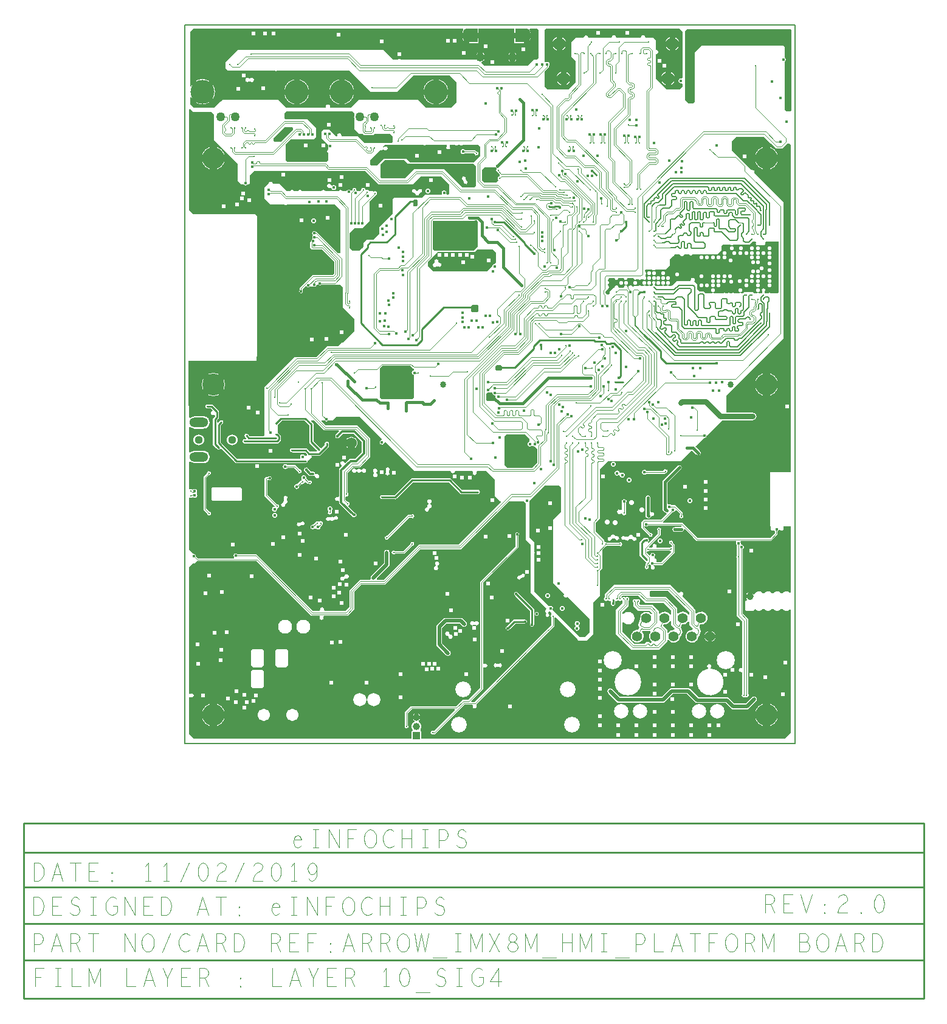
<source format=gbr>
G04 ================== begin FILE IDENTIFICATION RECORD ==================*
G04 Layout Name:  EI_ARROW_IMX8M_HMI_PLATFORM_17_00666_02.brd*
G04 Film Name:    L10_SIG4.gbr*
G04 File Format:  Gerber RS274X*
G04 File Origin:  Cadence Allegro 17.2-P019*
G04 Origin Date:  Mon Feb 11 12:30:39 2019*
G04 *
G04 Layer:  DRAWING FORMAT/L10*
G04 Layer:  DRAWING FORMAT/FILM_LABEL_OUTLINE*
G04 Layer:  VIA CLASS/L10_SIG4*
G04 Layer:  PIN/L10_SIG4*
G04 Layer:  ETCH/L10_SIG4*
G04 Layer:  DRAWING FORMAT/FILM_TITLE_BLOCK*
G04 Layer:  BOARD GEOMETRY/OUTLINE*
G04 *
G04 Offset:    (0.00 0.00)*
G04 Mirror:    No*
G04 Mode:      Positive*
G04 Rotation:  0*
G04 FullContactRelief:  No*
G04 UndefLineWidth:     5.00*
G04 ================== end FILE IDENTIFICATION RECORD ====================*
%FSLAX25Y25*MOIN*%
%IR0*IPPOS*OFA0.00000B0.00000*MIA0B0*SFA1.00000B1.00000*%
%ADD11O,.103X.052*%
%ADD17C,.012*%
%AMMACRO22*
4,1,24,.01722,.0374,
-.04085,.0374,
-.04085,-.0374,
.01722,-.0374,
.021322,-.037042,
.0253,-.035978,
.029033,-.034239,
.032406,-.031878,
.035319,-.028967,
.037682,-.025594,
.039423,-.021863,
.04049,-.017886,
.04085,-.013784,
.04085,-.01378,
.04085,.01378,
.040491,.017882,
.039424,.021859,
.037684,.025591,
.035321,.028964,
.032409,.031875,
.029036,.034237,
.025303,.035976,
.021326,.037042,
.017224,.0374,
.01722,.0374,
0.0*
%
%ADD22MACRO22*%
%ADD20C,.05*%
%ADD14C,.06*%
%ADD26C,.07*%
%ADD18C,.016*%
%ADD10C,.034*%
%ADD12C,.044*%
%ADD25C,.055*%
%ADD16C,.03937*%
%ADD15R,.03937X.03937*%
%ADD13C,.12*%
%ADD19C,.131*%
%ADD24O,.038X.042*%
%AMMACRO23*
4,1,24,-.01722,-.0374,
.04085,-.0374,
.04085,.0374,
-.01722,.0374,
-.021322,.037042,
-.0253,.035978,
-.029033,.034239,
-.032406,.031878,
-.035319,.028967,
-.037682,.025594,
-.039423,.021863,
-.04049,.017886,
-.04085,.013784,
-.04085,.01378,
-.04085,-.01378,
-.040491,-.017882,
-.039424,-.021859,
-.037684,-.025591,
-.035321,-.028964,
-.032409,-.031875,
-.029036,-.034237,
-.025303,-.035976,
-.021326,-.037042,
-.017224,-.0374,
-.01722,-.0374,
0.0*
%
%ADD23MACRO23*%
%ADD21O,.04331X.04921*%
%ADD27C,.01*%
%ADD28C,.02*%
%ADD29C,.03*%
%ADD30C,.04*%
%ADD31C,.015*%
%ADD32C,.025*%
%ADD33C,.003*%
%ADD34C,.004*%
%ADD35C,.005*%
%ADD36C,.007*%
%ADD37C,.0035*%
%ADD38C,.0044*%
%ADD39C,.00525*%
%ADD40C,.00375*%
%ADD57C,.02104*%
%ADD48C,.02204*%
%ADD53C,.06004*%
%ADD41C,.02404*%
%ADD50C,.06204*%
%ADD47C,.07204*%
%ADD42C,.02804*%
%ADD44C,.07604*%
%ADD43C,.06704*%
%ADD56C,.07704*%
%ADD46C,.08604*%
%ADD51C,.07904*%
%ADD52C,.09904*%
%ADD45C,.12704*%
%ADD49C,.14604*%
%ADD55C,.13804*%
%ADD54O,.05034X.05624*%
G75*
%LPD*%
G75*
G36*
G01X170400Y205100D02*
Y206800D01*
X171100Y207500D01*
X173400D01*
X174000Y206900D01*
Y205100D01*
X173400Y204500D01*
X171000D01*
X170400Y205100D01*
G37*
G36*
G01X216400Y58500D02*
X201579Y73321D01*
X201647Y73423D01*
G03X199703Y75367I-1167J777D01*
G01X199601Y75299D01*
X191500Y83400D01*
Y100194D01*
G03Y101752I-915J779D01*
G01Y103703D01*
G03Y105297I-900J797D01*
G01Y107194D01*
G03Y108752I-915J779D01*
G01Y110300D01*
X189100Y112700D01*
Y132929D01*
G03Y133071I-1400J71D01*
G01Y133200D01*
X197230Y141330D01*
X205330D01*
X206360Y140300D01*
Y126960D01*
X201900Y122500D01*
Y88200D01*
X208020Y82080D01*
X207932Y81974D01*
G03X209625Y80281I919J-774D01*
G01X209731Y80369D01*
X221800Y68300D01*
Y61000D01*
X219300Y58500D01*
X216400D01*
G37*
G36*
G01X165140Y191540D02*
X165917Y192317D01*
X165987Y192311D01*
G03X166820Y192500I121J1397D01*
G01X168202D01*
G02X168502Y192201I0J-300D01*
G03X170065Y190811I1402J3D01*
G02X170400Y190513I35J-298D01*
G01Y188500D01*
X169600Y187700D01*
X166000D01*
X165140Y188560D01*
Y191540D01*
G37*
G36*
G01X4900Y2800D02*
X2300Y5400D01*
Y25377D01*
G02X2820Y25582I300J1D01*
G03Y27218I880J818D01*
G02X2300Y27423I-220J204D01*
G01Y96600D01*
X4400Y98700D01*
X5400D01*
X6610Y99910D01*
X39273D01*
X69148Y70036D01*
X73752D01*
G02X74001Y69569I0J-300D01*
G03X75999I999J-669D01*
G02X76248Y70036I249J167D01*
G01X89173D01*
X92864Y73727D01*
Y83127D01*
X96648Y86910D01*
X109748D01*
X129373Y106536D01*
X151373D01*
X177538Y132700D01*
X186000D01*
X187100Y131600D01*
Y111700D01*
X189600Y109200D01*
Y108570D01*
G03Y107376I985J-597D01*
G01Y105072D01*
G03Y103928I1000J-572D01*
G01Y101570D01*
G03Y100376I985J-597D01*
G01Y82800D01*
X198261Y74139D01*
G02X198145Y73643I-212J-212D01*
G03X198056Y71591I355J-1043D01*
G02X198141Y71099I-121J-274D01*
G03X199344Y71309I759J-799D01*
G02X199259Y71801I121J274D01*
G03X199543Y72245I-759J799D01*
G02X200039Y72361I284J-96D01*
G01X201097Y71303D01*
G02X201068Y70853I-212J-212D01*
G03X201010Y68994I732J-953D01*
G01Y64973D01*
X199242Y63204D01*
G03X199107Y63025I556J-560D01*
G01X199097Y63006D01*
X198394Y62303D01*
X198375Y62293D01*
G03X198196Y62158I381J-691D01*
G01X158927Y22890D01*
X157230D01*
G02X157018Y23402I0J300D01*
G01X163490Y29873D01*
Y41555D01*
G02X163971Y41794I300J0D01*
G03Y43706I729J956D01*
G02X163490Y43945I-181J239D01*
G01Y88073D01*
X182990Y107573D01*
Y113814D01*
G03X181410I-790J906D01*
G01Y108227D01*
X161910Y88727D01*
Y30527D01*
X155348Y23964D01*
X152127D01*
X148652Y20490D01*
X123873D01*
X120714Y17331D01*
Y10306D01*
G03X122294I790J-906D01*
G01Y16677D01*
X124527Y18910D01*
X147870D01*
G02X148082Y18398I0J-300D01*
G01X136639Y6955D01*
X136538Y7019D01*
G03X136806Y5210I-638J-1019D01*
G01X137127D01*
X153227Y21310D01*
X157582D01*
G02X157848Y20871I0J-300D01*
G03X159799Y21123I1064J-559D01*
G02X159808Y21538I221J203D01*
G01X199312Y61042D01*
G03X199447Y61221I-556J560D01*
G01X199457Y61240D01*
X200160Y61943D01*
X200179Y61953D01*
G03X200358Y62088I-381J691D01*
G01X202590Y64319D01*
Y68994D01*
G03X202753Y69168I-791J905D01*
G02X203203Y69197I238J-183D01*
G01X215900Y56500D01*
X220400D01*
X223800Y59900D01*
Y77300D01*
X227550Y81050D01*
Y94550D01*
X229100Y96100D01*
Y106382D01*
X230758Y108040D01*
X230821Y108039D01*
G03X231748Y108452I20J1202D01*
G01X237810D01*
G03Y110030I906J789D01*
G01X231748D01*
G03X230458Y110380I-907J-789D01*
G02X230062Y110664I-96J284D01*
G01Y111720D01*
X225390Y116393D01*
Y121007D01*
X227490Y123107D01*
Y123290D01*
X227500Y123300D01*
Y150300D01*
X232000Y154800D01*
X272100D01*
X278094Y160794D01*
X280380Y158508D01*
X280390Y158492D01*
G03X282292Y160419I1210J708D01*
G01X280006Y162706D01*
X284685Y167385D01*
X284750Y167383D01*
G03X286201Y168834I50J1401D01*
G01X286199Y168899D01*
X294496Y177196D01*
X311363D01*
G03Y181398I0J2101D01*
G01X297000D01*
Y190800D01*
X328200Y222000D01*
Y296900D01*
X312366Y312734D01*
X312398Y312824D01*
G03X310857Y314365I-1129J412D01*
G01X310767Y314333D01*
X300100Y325000D01*
Y330200D01*
X302200Y332300D01*
X317700D01*
X321300Y328700D01*
X321318D01*
X324107Y325910D01*
X327593D01*
X330382Y328700D01*
X331600D01*
X332400Y327900D01*
Y148846D01*
X320820D01*
Y118922D01*
X321184D01*
G02X321434Y118455I0J-300D01*
G03X323056Y116761I1001J-665D01*
G02X323510Y116504I154J-257D01*
G01Y115257D01*
X320843Y112590D01*
X281327D01*
X272927Y120990D01*
X262330D01*
G02X262118Y121502I0J300D01*
G01X267437Y126821D01*
X267511Y126811D01*
G03X269026Y127746I189J1389D01*
G02X269522Y127861I284J-97D01*
G01X271480Y125904D01*
Y125397D01*
G03X273058I789J-906D01*
G01Y126558D01*
X268927Y130690D01*
X266859D01*
G03X265166Y131196I-1158J-790D01*
G02X264752Y131474I-114J277D01*
G01Y142960D01*
X272087Y150295D01*
G03X270175Y152207I-956J956D01*
G01X262048Y144080D01*
Y127852D01*
X262892Y127008D01*
X262902Y126992D01*
G03X263990Y126303I1210J708D01*
G02X264176Y125792I-26J-299D01*
G01X261173Y122790D01*
X251773D01*
X250410Y121427D01*
Y118189D01*
X254199Y114400D01*
X254198Y114337D01*
G03X255379Y115518I1202J-21D01*
G01X255316Y115517D01*
X251990Y118843D01*
Y119058D01*
X252185D01*
X252223Y119033D01*
G03X254159Y119410I777J1167D01*
G01X272273D01*
X272530Y119154D01*
G02X272309Y118642I-212J-212D01*
G01X269064D01*
X269046Y118647D01*
G03Y115935I-355J-1356D01*
G01X269064Y115940D01*
X272269D01*
G03X273620Y117331I0J1352D01*
G02X274132Y117552I300J9D01*
G01X280673Y111010D01*
X302215D01*
G02X302448Y110522I0J-300D01*
G03X302748Y108481I1090J-882D01*
G01Y103206D01*
G03Y101394I790J-906D01*
G01Y70135D01*
X305720Y67163D01*
Y41701D01*
G02X305313Y41421I-300J0D01*
G03Y39179I-433J-1121D01*
G02X305720Y38899I107J-280D01*
G01Y27406D01*
G03X307298Y25592I789J-907D01*
G03X308874Y27406I787J908D01*
G01Y68342D01*
X305916Y71301D01*
Y106441D01*
G03X305192Y109000I-790J1158D01*
G02X304912Y109360I14J300D01*
G03X304628Y110522I-1374J280D01*
G02X304861Y111010I233J188D01*
G01X321497D01*
X325090Y114603D01*
Y116441D01*
X325171Y116483D01*
G03X325697Y117014I-549J1069D01*
G02X326204Y117061I268J-135D01*
G03X328161Y118455I956J729D01*
G02X328411Y118922I250J167D01*
G01X332400D01*
Y82746D01*
G02X331873Y82549I-300J-1D01*
G03X327581Y82276I-2042J-1768D01*
G02X327081I-250J166D01*
G03X322581I-2250J-1495D01*
G02X322081I-250J166D01*
G03X317581I-2250J-1495D01*
G02X317081I-250J166D01*
G03X312356Y81864I-2250J-1495D01*
G02X311817Y81842I-275J120D01*
G03X307580Y80781I-1986J-1061D01*
G01Y80381D01*
G03X308288Y78742I2251J0D01*
G01X308335Y78697D01*
Y78482D01*
X307931D01*
G03X307130Y77681I0J-801D01*
G01Y73481D01*
G03X307931Y72680I801J0D01*
G01X311731D01*
G03X312532Y73481I0J801D01*
G01Y73656D01*
X312751D01*
X312795Y73605D01*
G03X317081Y73886I2036J1776D01*
G02X317581I250J-166D01*
G03X322081I2250J1495D01*
G02X322581I250J-166D01*
G03X327081I2250J1495D01*
G02X327581I250J-166D01*
G03X331873Y73613I2250J1495D01*
G02X332400Y73416I227J-196D01*
G01Y6100D01*
X329100Y2800D01*
X129770D01*
Y6368D01*
G03X129235Y7124I-801J0D01*
G02X129107Y7602I100J283D01*
G03X128220Y11887I-2107J1798D01*
G02X128198Y12413I132J269D01*
G03X125802I-1198J1987D01*
G02X125780Y11887I-154J-257D01*
G03X124893Y7602I1220J-2487D01*
G02X124765Y7124I-228J-195D01*
G03X124230Y6368I266J-756D01*
G01Y2800D01*
X4900D01*
G37*
G36*
G01X70248Y72690D02*
X39148Y103790D01*
X28706D01*
G03X27000Y102103I-906J-790D01*
G01Y101490D01*
X7227D01*
X6001Y102716D01*
X6002Y102779D01*
G03X4765Y104001I-1202J21D01*
G01X4700Y104000D01*
X2300Y106400D01*
Y134527D01*
G02X2763Y134779I300J0D01*
G03X4279Y134954I652J1010D01*
G02X4485Y134964I108J-104D01*
G03X6460Y136944I915J1062D01*
G02X6459Y137336I227J197D01*
G03X4397Y139233I-1061J916D01*
G02X4191Y139225I-107J105D01*
G03X2760Y139339I-792J-904D01*
G02X2300Y139593I-160J254D01*
G01Y154365D01*
G02X2806Y154583I300J0D01*
G03X5147Y153650I2340J2468D01*
G01X10247D01*
G03Y160452I0J3401D01*
G01X5147D01*
G03X2806Y159519I-1J-3401D01*
G02X2300Y159737I-206J218D01*
G01Y173263D01*
G02X2806Y173481I300J0D01*
G03X5147Y172548I2340J2468D01*
G01X10247D01*
G03Y179350I0J3401D01*
G01X5147D01*
G03X2806Y178417I-1J-3401D01*
G02X2300Y178635I-206J218D01*
G01Y185025D01*
G02X2001Y185325I1J300D01*
G01Y209898D01*
X39170D01*
Y211870D01*
X39600Y212300D01*
Y289000D01*
X38500Y290100D01*
X4500D01*
X2300Y292300D01*
Y347376D01*
G02X2812Y347588I300J0D01*
G01X4200Y346200D01*
X14700D01*
X16100Y344800D01*
Y330600D01*
X29000Y317700D01*
Y308100D01*
X30800Y306300D01*
X32149D01*
G03X34451I1151J800D01*
G01X35100D01*
X35600Y306800D01*
Y311500D01*
X37800Y313700D01*
X98983D01*
X106184Y306498D01*
X106202D01*
X106300Y306400D01*
X125000D01*
X129500Y310900D01*
X140300D01*
X144800Y306400D01*
Y301300D01*
X144200Y300700D01*
X143702D01*
G02X143437Y301141I0J300D01*
G03X140963I-1237J659D01*
G02X140698Y300700I-265J-141D01*
G01X131800D01*
X130100Y299000D01*
X114600D01*
X113800Y298200D01*
Y290500D01*
X106500Y283200D01*
Y279500D01*
X103200Y276200D01*
X99800D01*
X98100Y274500D01*
Y272400D01*
X95700Y270000D01*
X91800D01*
X90302Y271498D01*
Y279702D01*
X93000Y282400D01*
X97200D01*
X101200Y286400D01*
Y296900D01*
X104649Y300349D01*
X104683Y300361D01*
G03X103653Y302513I-383J1139D01*
G01X103552Y302448D01*
X103300Y302700D01*
X101193D01*
G03X99537Y303262I-1093J-500D01*
G02X99098Y303502I-140J265D01*
G03X96698Y303379I-1198J-102D01*
G01X96699Y303316D01*
X96083Y302700D01*
X94568D01*
G03X94143Y302928I-865J-1103D01*
G03X91798Y303279I-1143J372D01*
G01X91799Y303216D01*
X91504Y302921D01*
G02X91033Y302983I-212J212D01*
G03X88515Y302795I-1214J-702D01*
G01X88477Y302700D01*
X86496D01*
G03X84286I-1105J-474D01*
G01X77017D01*
X76977Y302789D01*
G03X74781I-1098J-489D01*
G01X74741Y302700D01*
X64290D01*
X64250Y302789D01*
G03X62054I-1098J-489D01*
G01X62014Y302700D01*
X59838D01*
X59798Y302789D01*
G03X57602I-1098J-489D01*
G01X57562Y302700D01*
X56000D01*
X52100Y306600D01*
X48207D01*
X48201Y306744D01*
G03X45799I-1201J-44D01*
G01X45793Y306600D01*
X45600D01*
X43700Y304700D01*
Y298500D01*
X46900Y295300D01*
X54566D01*
G03X56034I734J952D01*
G01X67677D01*
X67703Y295290D01*
G03X68693I495J1312D01*
G01X68719Y295300D01*
X82300D01*
X85400Y292200D01*
Y269000D01*
X85000Y268600D01*
X84022D01*
X72132Y280490D01*
X71806D01*
G03X70123Y278783I-906J-790D01*
G02X70143Y278343I-193J-229D01*
G03X69983Y276859I857J-843D01*
G02X69870Y276434I-254J-160D01*
G03X69232Y275352I564J-1062D01*
G01X69233Y275289D01*
X68710Y274766D01*
Y271673D01*
X69573Y270810D01*
X75015D01*
X81810Y264015D01*
Y257569D01*
X80981Y256740D01*
X69977D01*
X62910Y249673D01*
Y248706D01*
G03X64535Y248664I790J-906D01*
G01X64489Y248709D01*
Y249019D01*
X66133Y250663D01*
G02X66616Y250580I212J-212D01*
G03X68597Y250300I1084J520D01*
G01X70441D01*
G03X72279Y251168I645J1014D01*
G01X72295Y251300D01*
X73303D01*
G03X75006Y251410I797J900D01*
G01X82463D01*
X82515Y251400D01*
X85200D01*
X86500Y250100D01*
Y239000D01*
X92800Y232700D01*
Y226200D01*
X86500Y219900D01*
X86400D01*
X84094Y217594D01*
X77878D01*
X77834Y217550D01*
X77750D01*
X71990Y211790D01*
X61111D01*
X60921Y211600D01*
X59800D01*
X43600Y195400D01*
Y194919D01*
X43599Y194912D01*
G03Y194686I1197J-113D01*
G01X43600Y194679D01*
Y169200D01*
X42948Y168548D01*
X35509D01*
X34920Y169138D01*
X34908Y169165D01*
G03X33335Y167592I-1108J-465D01*
G01X33362Y167580D01*
X33729Y167214D01*
G02X33517Y166702I-212J-212D01*
G01X33182D01*
X33155Y166713D01*
G03Y164487I-455J-1113D01*
G01X33182Y164498D01*
X51012D01*
X52658Y166144D01*
Y168872D01*
X51012Y170518D01*
X51000D01*
Y174900D01*
X53198Y177098D01*
X65644D01*
X68242Y174500D01*
Y164900D01*
X72345Y160797D01*
X72357Y160770D01*
G03X72523Y160488I1109J463D01*
G02X72288Y160002I-235J-186D01*
G01X68557D01*
X66801Y161758D01*
X65003D01*
X64976Y161769D01*
G03X64066I-455J-1113D01*
G01X64039Y161758D01*
X61066D01*
X61039Y161769D01*
G03X60129I-455J-1113D01*
G01X60102Y161758D01*
X59098D01*
X59071Y161769D01*
G03Y159543I-455J-1113D01*
G01X59098Y159554D01*
X60102D01*
X60129Y159543D01*
G03X61039I455J1113D01*
G01X61066Y159554D01*
X64039D01*
X64066Y159543D01*
G03X64976I455J1113D01*
G01X65003Y159554D01*
X65889D01*
X67131Y158312D01*
G02X66919Y157800I-212J-212D01*
G01X65722D01*
G03X63267Y156444I-1222J-688D01*
G02X63003Y156002I-264J-142D01*
G01X28645D01*
X19586Y165061D01*
Y165518D01*
X19597Y165545D01*
G03Y166455I-1113J455D01*
G01X19586Y166482D01*
Y174244D01*
X20380Y175038D01*
X20407Y175050D01*
G03X18834Y176623I-465J1108D01*
G01X18822Y176596D01*
X18114Y175887D01*
G02X17602Y176099I-212J212D01*
G01Y177144D01*
X18702Y178244D01*
Y182356D01*
X15172Y185886D01*
X12782D01*
X12755Y185897D01*
G03Y183671I-455J-1113D01*
G01X12782Y183682D01*
X14260D01*
X15208Y182734D01*
G02X15070Y182232I-212J-212D01*
G03X16032Y180066I297J-1165D01*
G02X16498Y179816I166J-250D01*
G01Y179156D01*
X15398Y178056D01*
Y163728D01*
X17364Y161762D01*
X17376Y161735D01*
G03X19486Y161536I1108J465D01*
G02X19948Y161583I250J-165D01*
G01X27733Y153798D01*
X65802D01*
X65829Y153787D01*
G03X67481Y155005I455J1113D01*
G01X67475Y155075D01*
X69500Y157100D01*
Y157400D01*
X69358Y157542D01*
G02X69464Y157798I106J106D01*
G01X73993D01*
X78902Y162707D01*
Y163918D01*
X78913Y163945D01*
G03X76687I-1113J455D01*
G01X76698Y163918D01*
Y163619D01*
X74930Y161851D01*
G02X74468Y161898I-212J212D01*
G03X73930Y162343I-1002J-664D01*
G01X73903Y162355D01*
X70446Y165812D01*
Y175412D01*
X69270Y176588D01*
G02X69482Y177100I212J212D01*
G01X70674D01*
X76139Y171636D01*
X84412D01*
G02X84624Y171123I0J-300D01*
G01X82750Y169250D01*
G03X84450Y167550I850J-850D01*
G01X86635Y169736D01*
X92465D01*
X96956Y165244D01*
Y159620D01*
X93438Y156102D01*
X90303D01*
X87966Y153764D01*
G02X87464Y153901I-212J212D01*
G03X85999Y152436I-1164J-301D01*
G02X86136Y151934I-75J-290D01*
G01X84506Y150305D01*
Y135329D01*
G02X84067Y135064I-300J0D01*
G03Y132936I-560J-1064D01*
G02X84506Y132671I139J-265D01*
G01Y131693D01*
X92111Y124088D01*
X92984D01*
G03X93161Y126478I0J1202D01*
G01X93113Y126486D01*
X89671Y129927D01*
G02X89737Y130401I212J212D01*
G03X89129Y132652I-587J1049D01*
G01X89066Y132651D01*
X87986Y133731D01*
Y135128D01*
G02X88345Y135422I300J0D01*
G03X89374Y137506I239J1178D01*
G01Y148457D01*
X92327Y151410D01*
X95927D01*
X101510Y156994D01*
Y167256D01*
X94477Y174290D01*
X77239D01*
X74941Y176588D01*
G02X75153Y177100I212J212D01*
G01X76555D01*
G03X78745I1095J495D01*
G01X81100D01*
X83200Y179200D01*
X95900D01*
X108099Y167001D01*
G02X107925Y166491I-212J-212D01*
G03X109491Y164925I175J-1391D01*
G02X110001Y165099I298J-38D01*
G01X125800Y149300D01*
X145691D01*
X145705Y149167D01*
G03X148095I1195J133D01*
G01X148109Y149300D01*
X157571D01*
G02X157837Y148860I0J-300D01*
G03X159963I1063J-560D01*
G02X160229Y149300I266J140D01*
G01X165300D01*
X170000Y144600D01*
Y135700D01*
X173000Y132700D01*
X173059D01*
G02X173271Y132188I0J-300D01*
G01X150273Y109190D01*
X128273D01*
X108884Y89800D01*
X105290D01*
G02X105077Y90313I-1J300D01*
G01X112318Y97553D01*
Y104700D01*
G03X109114I-1602J0D01*
G01Y98879D01*
X102268Y92032D01*
G03X101947Y90227I1132J-1132D01*
G02X101675Y89800I-272J-127D01*
G01X95784D01*
X90210Y84227D01*
Y74827D01*
X88073Y72690D01*
X76613D01*
G02X76330Y73091I-1J300D01*
G03X74070I-1130J409D01*
G02X73787Y72690I-282J-101D01*
G01X70248D01*
G37*
G36*
G01X190693Y163138D02*
G03X191996Y162619I1101J868D01*
G01X192071Y162629D01*
X193210Y161490D01*
Y153928D01*
X190447Y151164D01*
X176936D01*
X175400Y152700D01*
Y168300D01*
X176510Y169410D01*
X186507D01*
X188818Y167100D01*
X188800D01*
Y165448D01*
X188703Y165411D01*
G03X190236Y163155I497J-1311D01*
G02X190693Y163138I221J-202D01*
G37*
G36*
G01X107000Y189600D02*
Y205883D01*
X108127Y207010D01*
X123673D01*
X125124Y205560D01*
X125700D01*
Y204625D01*
X125574Y204605D01*
G03Y201837I226J-1384D01*
G01X125700Y201817D01*
Y189600D01*
X124700Y188600D01*
X108000D01*
X107000Y189600D01*
G37*
G36*
G01X156900Y237200D02*
Y239700D01*
X157600Y240400D01*
X160500D01*
X161100Y239800D01*
Y237100D01*
X160500Y236500D01*
X157600D01*
X156900Y237200D01*
G37*
G36*
G01X125200Y294800D02*
Y297700D01*
X125700Y298200D01*
X127000D01*
X127500Y297700D01*
Y294800D01*
X127000Y294300D01*
X125700D01*
X125200Y294800D01*
G37*
G36*
G01X136200Y258800D02*
X133400Y261600D01*
Y264100D01*
X138800Y269500D01*
X159200D01*
X160400Y270700D01*
X165819D01*
G03X167255I718J964D01*
G01X169000D01*
X170700Y269000D01*
Y263800D01*
X169640Y262740D01*
X169598Y262731D01*
G03X168531Y261664I302J-1369D01*
G01X168522Y261622D01*
X165700Y258800D01*
X136200D01*
G37*
G36*
G01X49300Y329600D02*
X48600Y330300D01*
Y331600D01*
X54900Y337900D01*
X58800D01*
X59200Y337500D01*
Y336317D01*
X52483Y329600D01*
X49300D01*
G37*
G36*
G01X102100Y316800D02*
X101500Y317400D01*
Y319800D01*
X106848Y325148D01*
X106949Y325084D01*
G03X108555Y325382I642J1016D01*
G02X109036I240J-179D01*
G03X108929Y326646I964J718D01*
G02X108662I-134J68D01*
G03X108607Y326742I-1069J-549D01*
G01X108543Y326843D01*
X109700Y328000D01*
X130676D01*
G03X132298I811J887D01*
G01X143508D01*
G03X143584Y327922I898J799D01*
G02X143583Y327483I-205J-219D01*
G03X145220Y327478I816J-883D01*
G02X145221Y327917I205J219D01*
G03X145302Y328000I-819J880D01*
G01X148009D01*
G03X149791I891J807D01*
G01X150709D01*
G03X152491I891J807D01*
G01X160900D01*
X162100Y326800D01*
Y322200D01*
X158200Y318300D01*
X123600D01*
X121500Y320400D01*
X109000D01*
X105400Y316800D01*
X102100D01*
G37*
G36*
G01X163900Y371500D02*
X162489Y372911D01*
G02X162636Y373416I212J212D01*
G03X164607Y375873I-546J2457D01*
G01Y376463D01*
G03X159573I-2517J0D01*
G01Y375873D01*
G03X159697Y375093I2517J0D01*
G02X159412Y374700I-285J-93D01*
G01X118542D01*
G03X116458I-1042J-600D01*
G01X114300D01*
X108900Y380100D01*
X28900D01*
X22300Y373500D01*
Y370100D01*
X23500Y368900D01*
X48823D01*
G03X50777I977J700D01*
G01X90100D01*
X101900Y357100D01*
X116200D01*
X125300Y366200D01*
X144900D01*
X148800Y362300D01*
Y351100D01*
X146000Y348300D01*
X132200D01*
X127800Y352700D01*
X95500D01*
X91100Y348300D01*
X79849D01*
G02X79566Y348700I0J300D01*
G03X77300I-1133J400D01*
G02X77017Y348300I-283J-100D01*
G01X55500D01*
Y348400D01*
X51100Y352800D01*
X20600D01*
X19692Y351892D01*
G03X19090Y351292I2011J-2619D01*
G01X19084Y351284D01*
X16200Y348400D01*
X4700D01*
X2800Y350300D01*
Y354082D01*
G02X3371Y354209I300J-1D01*
G03Y360085I6246J2938D01*
G02X2800Y360212I-271J128D01*
G01Y389800D01*
X4600Y391600D01*
X152503D01*
G02X152732Y391107I0J-300D01*
G03X152092Y389357I2074J-1751D01*
G01Y386601D01*
G03X154806Y383888I2714J1D01*
G01X160966D01*
Y391600D01*
X180734D01*
Y383888D01*
X186894D01*
G03X189608Y386601I0J2714D01*
G01Y389357D01*
G03X188968Y391107I-2714J-1D01*
G02X189197Y391600I229J193D01*
G01X193400D01*
X193900Y391100D01*
Y375400D01*
X193100Y374600D01*
X191300D01*
X188200Y371500D01*
X163900D01*
G37*
G36*
G01X152300Y304600D02*
X142300Y314600D01*
X125700D01*
X120700Y309600D01*
X108100D01*
X107200Y310500D01*
Y317500D01*
X109498Y319798D01*
X120102D01*
X122200Y317700D01*
X123349D01*
X123351Y317698D01*
X158202D01*
X159600Y316300D01*
Y305600D01*
X158600Y304600D01*
X152300D01*
G37*
G36*
G01X78600Y325517D02*
G03Y323381I551J-1068D01*
G01Y319700D01*
X77600Y318700D01*
X56200D01*
X55200Y319700D01*
Y328100D01*
X58100Y331000D01*
X70700D01*
X71800Y332100D01*
Y337500D01*
X67100Y342200D01*
X55400D01*
X54700Y342900D01*
Y345400D01*
X55800Y346500D01*
X92100D01*
X93100Y345500D01*
Y344780D01*
X93084Y344749D01*
G03X93100Y341754I2951J-1482D01*
G01Y336600D01*
X95700Y334000D01*
X97700D01*
X98300Y333400D01*
X103300D01*
X103900Y334000D01*
X112700D01*
X113900Y332800D01*
Y329800D01*
X113300Y329200D01*
X98200D01*
X94800Y332600D01*
X86148D01*
G02X85859Y332980I0J300D01*
G03X83541I-1159J320D01*
G02X83252Y332600I-289J-80D01*
G01X83000D01*
X79200Y336400D01*
X76200D01*
X75100Y335300D01*
Y331500D01*
X78543Y328057D01*
X78496Y327961D01*
G03X78600Y326550I1259J-617D01*
G01Y325517D01*
G37*
G36*
G01X136300Y286500D02*
X160007D01*
X160600Y285907D01*
Y272500D01*
X158202Y270102D01*
X138551D01*
X138549Y270100D01*
X136800D01*
X135900Y271000D01*
Y286100D01*
X136300Y286500D01*
G37*
G36*
G01X163477Y307940D02*
X163476Y307942D01*
G03X163451Y307967I-720J-696D01*
G01X162900Y308518D01*
Y314500D01*
X164300Y315900D01*
X165942D01*
G03X167486I772J1170D01*
G01X168342D01*
G03X169851Y315878I772J1170D01*
G01X169888Y315900D01*
X170127D01*
G03X170759Y315327I1177J664D01*
G02X170870Y314862I-121J-275D01*
G03X171429Y312957I930J-762D01*
G01X171463Y312946D01*
X172700Y311708D01*
Y311051D01*
G02X172556Y310901I-150J0D01*
G03X171781Y308820I44J-1201D01*
G02X171789Y308389I-205J-219D01*
G01X170700Y307300D01*
X164117D01*
X163477Y307940D01*
G37*
G36*
G01X258483Y377642D02*
G03Y380042I-69J1200D01*
G02X258200Y380342I17J299D01*
G01Y385300D01*
X256700Y386800D01*
X252479D01*
X252473Y386944D01*
G03X250071I-1201J-44D01*
G01X250065Y386800D01*
X236479D01*
X236473Y386944D01*
G03X234071I-1201J-44D01*
G01X234065Y386800D01*
X221181D01*
X221167Y386933D01*
G03X218777I-1195J-133D01*
G01X218763Y386800D01*
X214400D01*
X212000Y384400D01*
Y376200D01*
X214250Y373950D01*
Y362550D01*
X210200Y358500D01*
X199100D01*
X197400Y360200D01*
Y368383D01*
X199490Y370473D01*
Y371041D01*
G03X197876Y373334I-790J1159D01*
G02X197400Y373577I-176J243D01*
G01Y391200D01*
X197900Y391700D01*
X271200D01*
X272800Y390100D01*
Y364727D01*
G02X272412Y364440I-300J0D01*
G03Y361760I-412J-1340D01*
G02X272800Y361473I88J-287D01*
G01Y360000D01*
X271200Y358400D01*
X264200D01*
X258200Y364400D01*
Y377342D01*
G02X258483Y377642I300J1D01*
G37*
G36*
G01X231600Y246100D02*
X230752Y246948D01*
Y247823D01*
X231404Y248476D01*
Y248504D01*
X231811Y248911D01*
X231849Y248921D01*
G03X232100Y250947I-287J1064D01*
G01Y251582D01*
G03Y253506I-538J962D01*
G01Y254141D01*
G03X232663Y255058I-538J962D01*
G01X232669Y255202D01*
X235572D01*
X235578Y255058D01*
G03X237780I1101J45D01*
G01X237786Y255202D01*
X240590D01*
X240596Y255058D01*
G03X242798I1101J45D01*
G01X242804Y255202D01*
X245808D01*
X245814Y255058D01*
G03X247837Y254500I1101J45D01*
G01X248552D01*
G03X250396I922J603D01*
G01X251111D01*
G03X252500Y256101I922J603D01*
G01Y256664D01*
G03X252346Y258719I-467J998D01*
G02X252219Y259219I85J288D01*
G01X252650Y259650D01*
X256206D01*
G03X258084I939J577D01*
G01X263650D01*
X265800Y261800D01*
Y262257D01*
X265816Y262288D01*
G03Y263270I-987J491D01*
G01X265800Y263301D01*
Y265200D01*
X267394Y266794D01*
X267451Y266797D01*
G03X268488Y267834I-63J1100D01*
G01X268491Y267891D01*
X268600Y268000D01*
X271252D01*
X271289Y267903D01*
G03X273911I1311J497D01*
G01X273948Y268000D01*
X276307D01*
G03X278493I1093J500D01*
G01X282601D01*
G03X283935I667J877D01*
G01X285751D01*
G03X287085I667J877D01*
G01X288901D01*
G03X290235I667J877D01*
G01X292000D01*
X294400Y270400D01*
Y272700D01*
X295100Y273400D01*
X298972D01*
G03X300828I928J595D01*
G01X309700D01*
X311300Y275000D01*
X312961D01*
G02X313220Y274549I0J-300D01*
G03X314816Y273100I953J-554D01*
G01X316679D01*
G03X318275Y274549I643J895D01*
G02X318534Y275000I259J151D01*
G01X325710D01*
Y247410D01*
X325200Y246900D01*
X320794D01*
X320774Y246906D01*
G03X320170I-302J-1060D01*
G01X320150Y246900D01*
X318021D01*
G03X317927Y246956I-694J-1057D01*
G02X317911Y247473I144J263D01*
G03X316733I-589J932D01*
G02X316717Y246956I-160J-254D01*
G03X316623Y246900I600J-1113D01*
G01X314495D01*
X314475Y246906D01*
G03X313871I-302J-1060D01*
G01X313851Y246900D01*
X311900D01*
X311500Y247300D01*
X306500D01*
X306100Y246900D01*
X304922D01*
X304902Y246906D01*
G03X304298I-302J-1060D01*
G01X304278Y246900D01*
X301022D01*
X301002Y246906D01*
G03X300398I-302J-1060D01*
G01X300378Y246900D01*
X298647D01*
X298627Y246906D01*
G03X298023I-302J-1060D01*
G01X298003Y246900D01*
X296286D01*
X296266Y246906D01*
G03X295668I-299J-1061D01*
G01X295648Y246900D01*
X289896D01*
X289876Y246906D01*
G03X289278I-299J-1061D01*
G01X289258Y246900D01*
X286737D01*
X286717Y246906D01*
G03X286119I-299J-1061D01*
G01X286099Y246900D01*
X285400D01*
X284700Y247600D01*
X284676D01*
X284612Y247664D01*
X282135D01*
X280800Y249000D01*
Y251700D01*
X279399Y253101D01*
G02X279393Y253307I106J106D01*
G03X277340Y253781I-896J801D01*
G02X277052Y253400I-289J-81D01*
G01X269700D01*
X267389Y251089D01*
X267331Y251086D01*
G03X266646Y250800I57J-1101D01*
G01X265571D01*
G03X264087I-742J-815D01*
G01X263012D01*
G03X261528I-742J-815D01*
G01X258124D01*
X258045Y250879D01*
G03X257756Y251095I-894J-894D01*
G02X257740Y251612I144J263D01*
G03X256562I-589J932D01*
G02X256546Y251095I-160J-254D01*
G03X256184Y250800I604J-1111D01*
G01X255334D01*
G03X253850I-742J-815D01*
G01X252775D01*
G03X251291I-742J-815D01*
G01X250216D01*
G03X248732I-742J-815D01*
G01X246300D01*
X245847Y250347D01*
G02X245361Y250436I-212J212D01*
G03X243284Y249728I-1005J-451D01*
G01X243304Y249646D01*
X243139Y249481D01*
X242875Y249744D01*
X242887Y249819D01*
G03X240695Y249978I-1090J164D01*
G01Y249828D01*
X237781D01*
Y249978D01*
G03X235577Y249997I-1102J7D01*
G02X235277Y249700I-300J3D01*
G01X234800D01*
X232800Y247700D01*
Y246500D01*
X232400Y246100D01*
X231600D01*
G37*
G36*
G01X329900Y346400D02*
X329000Y347300D01*
Y373485D01*
G03Y375915I-700J1215D01*
G01Y381800D01*
X328300Y382500D01*
X283500D01*
X279700Y378700D01*
Y351700D01*
X278800Y350800D01*
X276300D01*
X274400Y352700D01*
Y390300D01*
X275600Y391500D01*
X332000D01*
X332500Y391000D01*
Y347000D01*
X331900Y346400D01*
X329900D01*
G37*
%LPC*%
G75*
G36*
G01X216032Y64706D02*
G03X216027Y64252I193J-229D01*
G02X214194Y64270I-927J-1052D01*
G03X214199Y64724I-193J229D01*
G02X216032Y64706I927J1052D01*
G37*
G36*
G01X142137Y68902D02*
X152031D01*
X154268Y66664D01*
G02X152004Y64400I-1132J-1132D01*
G01X150705Y65698D01*
X143463D01*
X141102Y63337D01*
Y54961D01*
X145409Y50653D01*
G02X143145Y48389I-1132J-1132D01*
G01X137898Y53635D01*
Y64663D01*
X142137Y68902D01*
G37*
G36*
G01X36364Y31267D02*
Y39567D01*
G02X37165Y40368I801J0D01*
G01X42365D01*
G02X43166Y39567I0J-801D01*
G01Y31267D01*
G02X42365Y30466I-801J0D01*
G01X37165D01*
G02X36364Y31267I0J801D01*
G37*
G36*
G01Y42684D02*
Y50984D01*
G02X37165Y51786I801J1D01*
G01X42365D01*
G02X43166Y50984I-1J-802D01*
G01Y42684D01*
G02X42365Y41882I-801J-1D01*
G01X37165D01*
G02X36364Y42684I1J802D01*
G37*
G36*
G01X49750D02*
Y50984D01*
G02X50551Y51786I801J1D01*
G01X55751D01*
G02X56552Y50984I-1J-802D01*
G01Y42684D01*
G02X55751Y41882I-801J-1D01*
G01X50551D01*
G02X49750Y42684I1J802D01*
G37*
G36*
G01X263487Y148006D02*
X263424Y148007D01*
X263215Y147798D01*
X253172D01*
G02Y149378I-1159J790D01*
G01X262312D01*
X262340Y149492D01*
G02X263487Y148006I1168J-284D01*
G37*
G36*
G01X255990Y124596D02*
G03X255629Y124357I-66J-293D01*
G02X253344Y123644I-1330J243D01*
G01X252548Y124440D01*
Y134684D01*
G02X255252I1352J0D01*
G01Y127098D01*
G03X255691Y126833I300J0D01*
G02X255990Y124596I560J-1064D01*
G37*
G36*
G01X234398Y112260D02*
G03X234005Y112009I-95J-284D01*
G02X233191Y113281I-1195J132D01*
G03X233584Y113532I95J284D01*
G02X235920Y113779I1195J-132D01*
G03X236363Y113619I285J95D01*
G02X235859Y112221I637J-1019D01*
G03X235416Y112381I-285J-95D01*
G02X234398Y112260I-637J1019D01*
G37*
G36*
G01X245809Y113485D02*
G03X246202Y113248I296J47D01*
G02X245402Y111925I388J-1138D01*
G03X245009Y112162I-296J-47D01*
G02X244213Y112169I-388J1138D01*
G03X243820Y111959I-102J-282D01*
G02X241637Y111605I-1167J288D01*
G03X241205Y111686I-254J-160D01*
G02X241506Y113295I-715J966D01*
G03X241938Y113214I254J160D01*
G02X243061Y113378I715J-967D01*
G03X243454Y113588I102J282D01*
G02X245809Y113485I1167J-288D01*
G37*
G36*
G01X184976Y90975D02*
G03X184577Y90755I-105J-281D01*
G02X183824Y92125I-1177J245D01*
G03X184223Y92345I105J281D01*
G02X184976Y90975I1177J-245D01*
G37*
G36*
G01X159040Y65277D02*
G03X158560I-240J-180D01*
G02Y66723I-960J723D01*
G03X159040I240J180D01*
G02Y65277I960J-723D01*
G37*
G36*
G01X191502Y73756D02*
Y65100D01*
G02X189298I-1102J0D01*
G01Y72844D01*
X181262Y80880D01*
X181235Y80892D01*
G02X182808Y82465I465J1108D01*
G01X182820Y82438D01*
X191502Y73756D01*
G37*
G36*
G01X181220Y65798D02*
X178184Y62762D01*
X178172Y62735D01*
G02X176599Y64308I-1108J465D01*
G01X176626Y64320D01*
X180308Y68002D01*
X186463D01*
G02Y65798I0J-1102D01*
G01X181220D01*
G37*
G36*
G01X145130Y60091D02*
G03X145469Y59752I297J-42D01*
G02X144448Y58731I169J-1190D01*
G03X144109Y59070I-297J42D01*
G02X145130Y60091I-169J1190D01*
G37*
G36*
G01X171808Y42094D02*
G03X171364I-222J-201D01*
G02Y43706I-892J806D01*
G03X171808I222J201D01*
G02Y42094I892J-806D01*
G37*
G36*
G01X299937Y18898D02*
X296587Y22248D01*
X280371D01*
X275337Y27282D01*
X267747D01*
X262963Y22498D01*
X237221D01*
X232168Y27552D01*
G02X234432Y29816I1132J1132D01*
G01X238547Y25702D01*
X261637D01*
X266421Y30486D01*
X276000D01*
G02X277132Y30016I-1J-1601D01*
G01X281697Y25452D01*
X297913D01*
X301263Y22102D01*
X307737D01*
X311068Y25432D01*
G02X313332Y23168I1132J-1132D01*
G01X309063Y18898D01*
X299937D01*
G37*
G36*
G01X288483Y41079D02*
G02X286721Y40958I-384J-7292D01*
G03X286831Y41501I-57J294D01*
G02X288300Y41602I669J999D01*
G03X288483Y41079I199J-224D01*
G37*
G36*
G01X138478Y97016D02*
G02X137402Y97265I-779J-916D01*
G03X137522Y97784I-74J291D01*
G02X138598Y97535I779J916D01*
G03X138478Y97016I74J-291D01*
G37*
G36*
G01X242090Y126457D02*
X242091Y126447D01*
G02X239768Y125880I-1191J-163D01*
G03X239277Y125994I-282J-101D01*
G02X239215Y128062I-977J1006D01*
G03X239710Y128290I195J228D01*
G01Y131858D01*
G02X242090I1190J742D01*
G01Y126457D01*
G37*
G36*
G01X238887Y148164D02*
G02X238407Y146942I913J-1064D01*
G03X237913Y147136I-298J-33D01*
G02X238393Y148358I-913J1064D01*
G03X238887Y148164I298J33D01*
G37*
G36*
G01X257023Y97525D02*
G02X255661Y97151I-423J-1125D01*
G03X255572Y97601I-234J188D01*
G02X255032Y98220I581J1052D01*
G03X254540Y98323I-280J-109D01*
G01X254030Y97814D01*
Y97593D01*
X254076Y97548D01*
G02X252452Y97590I-835J-864D01*
G01Y98468D01*
X252970Y98987D01*
G03X252855Y99483I-212J212D01*
G02X252133Y100156I386J1138D01*
G01X252121Y100183D01*
X249348Y102956D01*
Y110436D01*
X251544Y112632D01*
X252818D01*
X252845Y112643D01*
G02X253842Y110457I455J-1113D01*
G03X253722Y110032I136J-268D01*
G02X253784Y109920I-1019J-637D01*
G03X254267Y109837I271J129D01*
G01X259280Y114850D01*
Y116385D01*
G02X260858I789J906D01*
G01Y114196D01*
X254625Y107962D01*
G03X254683Y107493I212J-212D01*
G02X254972Y107250I-619J-1030D01*
G01X256181D01*
G03X256444Y107694I0J300D01*
G02X258556I1056J575D01*
G03X258819Y107250I263J-144D01*
G01X265505D01*
G02X266755Y107778I1011J-650D01*
G03X267114Y108072I59J294D01*
G01Y108485D01*
X266600Y108999D01*
X266537Y108998D01*
G02X267718Y110179I-21J1202D01*
G01X267717Y110116D01*
X268694Y109139D01*
Y104777D01*
X261780Y97864D01*
X257059D01*
G02X256974Y97775I-910J784D01*
G03X257023Y97525I102J-110D01*
G37*
G36*
G01X259987Y51424D02*
X245013D01*
X236424Y60013D01*
Y73287D01*
X239982Y76845D01*
Y78341D01*
G02X239913Y78405I782J913D01*
G03X239486I-213J-211D01*
G02X237831Y78353I-855J845D01*
G03X237631I-100J-112D01*
G02X236310Y78167I-800J897D01*
G03X235880Y77896I-130J-271D01*
G01Y77590D01*
X235910Y77550D01*
G02X233648I-1131J-829D01*
G01X233678Y77590D01*
Y77897D01*
G03X233247Y78167I-300J0D01*
G02X231925Y78353I-522J1083D01*
G03X231725I-100J-112D01*
G02X230138Y80159I-800J897D01*
G01Y82102D01*
X235113Y87076D01*
X266287D01*
X270701Y82663D01*
G03X271170Y82720I212J212D01*
G02X272820Y81070I1030J-620D01*
G03X272763Y80601I155J-257D01*
G01X280076Y73287D01*
Y71511D01*
G03X280589Y71299I300J0D01*
G02X282755Y65252I2511J-2512D01*
G01X282652Y65262D01*
X282200Y64357D01*
Y63707D01*
X283023Y61262D01*
X281783Y58774D01*
X281653Y58731D01*
X281648Y58628D01*
G02X278192Y62338I-3548J159D01*
G03X278500Y62638I8J300D01*
G01Y63086D01*
X276704Y64883D01*
Y66806D01*
G03X276146Y66960I-300J0D01*
G02X272755Y65252I-3046J1827D01*
G01X272653Y65262D01*
X271950Y63857D01*
X272071Y63797D01*
X272963Y61142D01*
X271785Y58775D01*
X271653Y58732D01*
X271648Y58629D01*
G02X265127Y56843I-3548J158D01*
G03X264576Y56678I-251J-165D01*
G01Y56013D01*
X259987Y51424D01*
G37*
G36*
G01X126206Y301359D02*
G03X125867Y301622I-298J-34D01*
G02X126895Y302953I-166J1190D01*
G03X127234Y302690I298J34D01*
G02X127408Y302702I169J-1190D01*
G03X127708Y302964I2J300D01*
G02X128892Y301610I1192J-152D01*
G03X128592Y301348I-2J-300D01*
G02X126206Y301359I-1192J152D01*
G37*
G36*
G01X61699Y149284D02*
X59989Y150994D01*
X56259D01*
G02Y152574I-1159J790D01*
G01X60643D01*
X62816Y150401D01*
X62879Y150402D01*
G02X61698Y149221I21J-1202D01*
G01X61699Y149284D01*
G37*
G36*
G01X110372Y148956D02*
G03X110394Y149415I-182J239D01*
G02X111938Y149342I815J883D01*
G03X111916Y148883I182J-239D01*
G02X110372Y148956I-815J-883D01*
G37*
G36*
G01X61756Y142253D02*
X63592Y144090D01*
X63691D01*
X63736Y144135D01*
G02X64027Y144357I866J-833D01*
G03X64116Y144811I-143J264D01*
G02X66589Y145511I1084J889D01*
G01X66579Y145437D01*
X67861Y144155D01*
X67962Y144219D01*
G02X67694Y142410I638J-1019D01*
G01X67373D01*
X66313Y143470D01*
G03X65802Y143266I-211J-212D01*
G02X64088Y142212I-1202J34D01*
G01X63993Y142257D01*
X62791Y141055D01*
X62795Y140987D01*
G02X61677Y142270I-1399J-91D01*
G01X61756Y142253D01*
G37*
G36*
G01X125072Y143198D02*
X116420Y134546D01*
X116408Y134519D01*
G02X114635Y133982I-1109J465D01*
G01X108582D01*
X108555Y133971D01*
G02Y136197I-455J1113D01*
G01X108582Y136186D01*
X114944D01*
X124160Y145402D01*
X145656D01*
X152056Y139002D01*
X160218D01*
X160245Y139013D01*
G02Y136787I455J-1113D01*
G01X160218Y136798D01*
X151144D01*
X144744Y143198D01*
X125072D01*
G37*
G36*
G01X31202Y133699D02*
X30701Y133198D01*
X15099D01*
X14598Y133699D01*
Y139901D01*
X15099Y140402D01*
X30701D01*
X31202Y139901D01*
Y133699D01*
G37*
G36*
G01X55332Y131308D02*
G03X55076Y130948I38J-298D01*
G02X53748Y131892I-1176J-248D01*
G03X54004Y132252I-38J298D01*
G02X54362Y133380I1176J248D01*
G03Y133820I-205J220D01*
G02X55998I818J880D01*
G03Y133380I205J-220D01*
G02X55332Y131308I-818J-880D01*
G37*
G36*
G01X49299Y130084D02*
X43710Y135673D01*
Y145317D01*
X44583Y146190D01*
X45579D01*
G02X45628Y144565I910J-786D01*
G01X45584Y144610D01*
X45290D01*
Y136327D01*
X50416Y131201D01*
X50479Y131202D01*
G02X50747Y128824I21J-1202D01*
G03X50510Y128507I62J-294D01*
G02X49145Y129802I-1398J-107D01*
G03X49299Y129957I4J150D01*
G02X49298Y130021I1201J51D01*
G01X49299Y130084D01*
G37*
G36*
G01X80446Y127575D02*
G03X80431Y127370I101J-110D01*
G02X78569I-931J-760D01*
G03X78554Y127575I-116J95D01*
G02X80446I946J1035D01*
G37*
G36*
G01X13116Y146999D02*
X11690Y145573D01*
Y128727D01*
X13116Y127301D01*
X13179Y127302D01*
G02X11998Y126121I21J-1202D01*
G01X11999Y126184D01*
X10110Y128073D01*
Y146227D01*
X11999Y148116D01*
X11998Y148179D01*
G02X13179Y146998I1202J21D01*
G01X13116Y146999D01*
G37*
G36*
G01X79820Y122282D02*
G03X79380I-220J-205D01*
G02Y123918I-880J818D01*
G03X79820I220J205D01*
G02X81386Y124087I880J-818D01*
G03X81821Y124191I171J247D01*
G02X82193Y122634I1058J-570D01*
G03X81758Y122530I-171J-247D01*
G02X79820Y122282I-1058J570D01*
G37*
G36*
G01X63956Y119613D02*
G03X63527Y119520I-171J-246D01*
G02X63180Y121120I-1034J613D01*
G03X63609Y121213I171J246D01*
G02X63956Y119613I1034J-613D01*
G37*
G36*
G01X70363Y119979D02*
X71457Y121074D01*
X71468Y121105D01*
G02X73400Y121597I1132J-405D01*
G03X73610Y121608I99J112D01*
G02X75335Y119936I890J-808D01*
G01X75290Y119891D01*
Y119773D01*
X74379Y118863D01*
X74389Y118789D01*
G02X71806Y117866I-1389J-188D01*
G03X71294I-256J-157D01*
G02X70289Y119989I-1194J734D01*
G01X70363Y119979D01*
G37*
G36*
G01X110800Y113902D02*
X122288Y125390D01*
X123784D01*
G02Y123810I906J-790D01*
G01X122942D01*
X111917Y112785D01*
X111918Y112722D01*
G02X110737Y113903I-1202J-21D01*
G01X110800Y113902D01*
G37*
G36*
G01X124606Y108199D02*
X120317Y103910D01*
X115390D01*
G02Y105490I-906J790D01*
G01X119663D01*
X123489Y109316D01*
X123488Y109379D01*
G02X124669Y108198I1202J21D01*
G01X124606Y108199D01*
G37*
G36*
G01X80800Y305675D02*
G02X80316Y304376I900J-1075D01*
G03X79846Y304572I-296J-48D01*
G02X80316Y305834I-698J979D01*
G03X80800Y305675I291J71D01*
G37*
G36*
G01X93880Y148973D02*
G02Y150027I-1080J527D01*
G03X94420I270J131D01*
G02X96580I1080J-527D01*
G03X97120I270J131D01*
G02Y148973I1080J-527D01*
G03X96580I-270J-131D01*
G02X94420I-1080J527D01*
G03X93880I-270J-131D01*
G37*
G36*
G01X105103Y148095D02*
G02X103688Y148002I-644J-1015D01*
G03X103656Y148485I-193J230D01*
G02X105071Y148578I644J1015D01*
G03X105103Y148095I193J-230D01*
G37*
G36*
G01X71857Y147512D02*
G02X71308Y146608I648J-1012D01*
G03X70847Y146888I-299J27D01*
G02X70200Y146698I-648J1012D01*
G01X68218D01*
X66262Y148655D01*
X66224Y148665D01*
G02X67951Y150392I376J1351D01*
G01X67961Y150354D01*
X69214Y149102D01*
X70200D01*
G02X71397Y147792I0J-1202D01*
G03X71857Y147512I299J-27D01*
G37*
G36*
G01X133878Y128440D02*
G02X132643Y129401I-1178J-240D01*
G03X132922Y129760I-15J299D01*
G02X133573Y131080I1178J240D01*
G03Y131620I-131J270D01*
G02X134627I527J1080D01*
G03Y131080I131J-270D01*
G02X134157Y128799I-527J-1080D01*
G03X133878Y128440I15J-299D01*
G37*
G36*
G01X87502Y90397D02*
G02X87019Y91363I-1202J3D01*
G03X87498Y91603I179J241D01*
G02X87981Y90637I1202J-3D01*
G03X87502Y90397I-179J-241D01*
G37*
G36*
G01X138148Y261511D02*
G02X136679Y263226I-1048J589D01*
G03X136839Y263648I-105J281D01*
G02X139052Y263868I1061J564D01*
G03X139388Y263486I287J-86D01*
G02X138644Y261551I196J-1186D01*
G03X138148Y261511I-235J-187D01*
G37*
G36*
G01X159235Y325098D02*
X159817Y324517D01*
X159880Y324518D01*
G02X158699Y323337I21J-1202D01*
G01X158700Y323400D01*
X158581Y323520D01*
X153664D01*
G02Y325098I-1159J789D01*
G01X159235D01*
G37*
G36*
G01X35723Y362938D02*
G03X35243I-240J-180D01*
G02Y364384I-960J723D01*
G03X35723I240J180D01*
G02Y362938I960J-723D01*
G37*
G36*
G01X152866Y308029D02*
G03X152656Y308431I-279J110D01*
G02X154052Y309159I278J1169D01*
G03X154262Y308757I279J-110D01*
G02X152866Y308029I-278J-1169D01*
G37*
G54D57*
X295717Y253523D03*
X289568D03*
G54D48*
X192989Y70907D03*
X314172Y253523D03*
X311023Y266318D03*
X295867Y268877D03*
X317322D03*
X314172D03*
X264829Y252544D03*
X289568Y250963D03*
X295867Y256082D03*
X262270Y255103D03*
X307873Y250964D03*
X311023Y256082D03*
X299017D03*
X269900Y257000D03*
X292717Y253523D03*
X264829Y255103D03*
X295867Y266318D03*
X254592Y257662D03*
X289570Y248405D03*
X314173Y258641D03*
X304400Y253535D03*
X289567Y256082D03*
X283268Y250964D03*
X314173Y263759D03*
X304723Y268877D03*
X289567Y266318D03*
X320472Y256082D03*
Y250964D03*
Y266318D03*
Y271436D03*
X320750Y263000D03*
X320700Y259300D03*
X259711Y252544D03*
X262270Y257662D03*
X259711Y255103D03*
X299735Y252974D03*
X301300Y268757D03*
X283268Y256082D03*
Y266318D03*
X241797Y252544D03*
X314172Y250964D03*
X311023Y253523D03*
Y268878D03*
X299322Y264822D03*
X286400Y250970D03*
X307874Y268877D03*
X314172Y271436D03*
X311023D03*
X307940Y253589D03*
X257151Y257662D03*
X246915Y252544D03*
X254592Y255103D03*
Y252544D03*
X239238D03*
X252033D03*
X257151Y255103D03*
X314173Y248405D03*
X304723D03*
X314173Y256082D03*
X320472Y253523D03*
X317322Y256082D03*
X311523Y258641D03*
X292717Y250964D03*
X292718Y256082D03*
X316400Y260400D03*
X314173Y266318D03*
X320472Y268877D03*
X311523Y263759D03*
X292717Y266318D03*
X286418D03*
X305023Y271436D03*
X299900D03*
X262270Y252544D03*
G54D53*
X25808Y166500D03*
X7697D03*
G54D41*
X193700Y116800D03*
X194000Y104500D03*
Y107900D03*
Y100900D03*
X200130Y118160D03*
X200200Y131886D03*
X36684Y91616D03*
X13284Y92016D03*
X187518Y93946D03*
X154150Y38150D03*
X178312Y20312D03*
X164950Y113430D03*
X178000Y113900D03*
X80500Y55500D03*
X85300Y55600D03*
X174084Y50784D03*
X118320Y25520D03*
X118400Y38080D03*
X177100Y67500D03*
X145900Y73100D03*
X132500Y40900D03*
X130600Y43600D03*
X133800D03*
X137100D03*
X138900Y41200D03*
X135700Y41000D03*
X80400Y33500D03*
X99500D03*
X148400Y63400D03*
X143803Y81989D03*
X148744Y60051D03*
X150900Y61900D03*
X159100Y57200D03*
X138000Y101700D03*
X136900Y104300D03*
X19700Y45700D03*
X19800Y51400D03*
X16400Y60700D03*
X23100Y61200D03*
X168200Y79995D03*
X32700Y26800D03*
X27900Y22900D03*
X23500Y24800D03*
X28300Y28700D03*
X34100Y22600D03*
X38900Y26500D03*
X32700Y19600D03*
X37500Y23500D03*
X20400Y83200D03*
X11400Y82400D03*
X6900Y54500D03*
X9800Y26300D03*
X7200Y43900D03*
X158600Y63300D03*
X166416Y87784D03*
X327800Y27100D03*
X229400Y146400D03*
X330300Y184600D03*
X303200Y65500D03*
X228802Y75998D03*
X274200Y140900D03*
X310584Y105800D03*
X298700Y83400D03*
X285514Y143254D03*
Y138530D03*
Y133800D03*
Y129081D03*
X329200Y44400D03*
X318400Y36500D03*
X310623Y37677D03*
X237500Y4600D03*
X247500Y4700D03*
X257500Y4600D03*
X267500Y4700D03*
X277500Y4600D03*
X287500D03*
X227500Y10000D03*
X237500D03*
X247500D03*
X257500D03*
X267500D03*
X277500D03*
X287500D03*
X292500D03*
X227500Y15000D03*
X257500Y17500D03*
X267500D03*
X227500Y40000D03*
Y35000D03*
Y30000D03*
Y25000D03*
X257500Y27500D03*
Y32500D03*
Y42500D03*
Y47500D03*
X267500Y32500D03*
Y42500D03*
Y47500D03*
X277500Y32500D03*
Y42500D03*
Y47500D03*
X296200Y28400D03*
X296300Y37900D03*
X300200Y40400D03*
X267200Y24300D03*
X247500Y42400D03*
X227500Y45000D03*
X248558Y114400D03*
X306900Y321800D03*
X53816Y112984D03*
X107900Y148700D03*
X114500Y148500D03*
X88384Y114500D03*
X147800Y146400D03*
X151900Y145800D03*
X156200Y145900D03*
X85800Y77200D03*
X39633Y151933D03*
X87300Y156800D03*
X83600Y152900D03*
X168500Y133400D03*
X35017Y184000D03*
X69100Y80200D03*
X74064Y78333D03*
X83200Y127011D03*
X85364Y99833D03*
X86500Y95000D03*
X88500Y87000D03*
X81700Y85400D03*
X81500Y80800D03*
X84900Y87300D03*
X84700Y82700D03*
X64551Y110949D03*
X104700Y98600D03*
X71991Y101539D03*
X62868Y115000D03*
X62951Y103500D03*
X39800Y181300D03*
X48380Y109520D03*
X26200Y109100D03*
X47060Y160388D03*
X31200Y298700D03*
X21400Y294300D03*
X35140Y297760D03*
X28600Y295400D03*
X107351Y294600D03*
X32040Y301540D03*
X77600Y221822D03*
X86100Y225500D03*
X63960Y286800D03*
X86093Y310374D03*
X53900Y311800D03*
X69490Y221321D03*
X134900Y308900D03*
X78129Y288073D03*
X79148Y308701D03*
X85200Y306026D03*
X100400Y305999D03*
X166584Y264617D03*
X151000Y267600D03*
X143200D03*
X154500D03*
X139700D03*
X147084Y267617D03*
X152584Y263617D03*
X157584Y266617D03*
X139500Y324200D03*
X127369Y322174D03*
X165000Y382200D03*
X107957Y384584D03*
X32416Y366016D03*
X144300Y385100D03*
X147791Y385081D03*
X168724Y373315D03*
X185700Y380500D03*
X153100Y378329D03*
X43949Y389165D03*
X48765D03*
X84241Y388323D03*
X37507Y389093D03*
X117500Y377800D03*
X29300Y358900D03*
X42800Y359200D03*
X79100Y339200D03*
X66400Y327748D03*
X75849D03*
X260328Y374000D03*
X242728Y389459D03*
X263100Y371441D03*
X226728Y389459D03*
G54D50*
X288100Y58787D03*
G54D47*
X95863Y23993D03*
X103737D03*
G54D42*
X198900Y81200D03*
X206800Y74200D03*
X234900Y153000D03*
X260541Y111041D03*
X276800Y133200D03*
X250478Y128222D03*
X231500Y121400D03*
X235900Y121210D03*
X244935Y132100D03*
X243500Y144300D03*
X49112Y125200D03*
X70476Y286300D03*
X133300Y302700D03*
G54D44*
X54937Y63945D03*
X64937D03*
G54D43*
X43308Y15732D03*
X59057D03*
X91421Y164680D03*
G54D56*
X207707Y364274D03*
X264793D03*
X267155Y383565D03*
X205344D03*
G54D46*
X152756Y29726D03*
X150394Y10435D03*
X209842Y29726D03*
X212205Y10435D03*
G54D51*
X249458Y17803D03*
X281781D03*
X239439D03*
X291840D03*
G54D52*
X234675Y45795D03*
X296500D03*
G54D45*
X15748Y15748D03*
X318898D03*
Y196850D03*
Y320866D03*
X15748Y196850D03*
Y320866D03*
G54D49*
X243100Y33787D03*
G54D55*
X61349Y357147D03*
X85917Y357047D03*
X137649D03*
G54D54*
X179610Y376168D03*
%LPD*%
G75*
G36*
G01X258716Y99442D02*
G02X258455Y99891I0J300D01*
G03X257618Y101672I-1043J597D01*
G02X257472Y102194I51J296D01*
G03X255152Y103364I-923J1055D01*
G02X254641Y103177I-299J25D01*
G01X253390Y104428D01*
Y105007D01*
G02X253765Y105297I300J0D01*
G03X254972Y105672I300J1164D01*
G01X265753D01*
G03X266395Y105404I764J928D01*
G02X266577Y104894I-30J-298D01*
G01X261126Y99442D01*
X258716D01*
G37*
G36*
G01X276146Y70614D02*
G03X270607Y71317I-3046J-1827D01*
G02X270096Y71531I-211J214D01*
G01Y74310D01*
X263930Y80476D01*
X255624D01*
X255100Y81000D01*
Y83500D01*
X255304Y83704D01*
X264890D01*
X276704Y71890D01*
Y70768D01*
G02X276146Y70614I-300J0D01*
G37*
G36*
G01X265127Y60731D02*
G02X264576Y60896I-251J165D01*
G01Y62536D01*
X262385Y64728D01*
X262652Y65262D01*
X262755Y65252D01*
G03X266165Y66991I346J3535D01*
G02X266724Y66840I259J-151D01*
G01Y64938D01*
X268500Y63161D01*
Y62638D01*
G02X268192Y62338I-300J0D01*
G03X265127Y60731I-92J-3551D01*
G37*
G36*
G01X246410Y54796D02*
X239796Y61410D01*
Y66375D01*
G02X240330Y66563I300J0D01*
G03Y71011I2770J2224D01*
G02X239796Y71199I-234J188D01*
G01Y71890D01*
X243354Y75448D01*
Y78341D01*
G03X241768Y80147I-786J909D01*
G02X241568I-100J112D01*
G03X239913Y80095I-800J-897D01*
G02X239486I-213J211D01*
G03X239464Y80117I-861J-839D01*
G01X239418Y80161D01*
Y80411D01*
X239990Y80984D01*
X248610D01*
X252490Y77104D01*
X262533D01*
X266724Y72913D01*
Y70734D01*
G02X266165Y70583I-300J0D01*
G03X260423Y71121I-3064J-1796D01*
G02X259896Y71318I-227J197D01*
G01Y72610D01*
X256310Y76196D01*
X249910D01*
X249260Y76846D01*
Y77140D01*
X249306Y77184D01*
G03X247673Y78947I-833J866D01*
G02X247474I-99J112D01*
G03X245888Y77141I-800J-897D01*
G01Y75449D01*
X248513Y72824D01*
X254913D01*
X256524Y71213D01*
Y71041D01*
G02X255980Y70866I-300J0D01*
G03X249639Y67986I-2880J-2079D01*
G01X249652Y67934D01*
X248450Y65530D01*
X249015Y63836D01*
X249250Y63718D01*
X248547Y62312D01*
X248445Y62322D01*
G03X250721Y61184I-345J-3535D01*
G01X250652Y61260D01*
X250898Y61751D01*
X251065Y61668D01*
X255240D01*
G02X255463Y61167I0J-300D01*
G03X255879Y56015I2637J-2380D01*
G02X255871Y55541I-188J-234D01*
G03X255745Y55432I705J-942D01*
G01X255348Y55035D01*
X254951Y55432D01*
G03X254119Y55776I-831J-832D01*
G01X252990D01*
X252010Y54796D01*
X246410D01*
G37*
G54D10*
X141732Y196850D03*
X299212D03*
G54D20*
X27609Y343367D03*
X19735D03*
X103909Y343267D03*
X96035D03*
G54D11*
X7697Y175949D03*
Y157051D03*
G54D30*
G01X91421Y161178D02*
Y164680D01*
G01X87919D02*
X91421D01*
G01X15748Y9246D02*
Y15748D01*
G01D02*
Y22250D01*
G01X9246Y15748D02*
X15748D01*
G01D02*
X22250D01*
G01X11000Y192102D02*
X15748Y196850D01*
G01D02*
X20496Y201598D01*
G01X11000D02*
X15748Y196850D01*
G01D02*
X20496Y192102D01*
G01X15748Y314364D02*
Y320866D01*
G01D02*
Y327368D01*
G01X9246Y320866D02*
X15748D01*
G01D02*
X22250D01*
G01X318898Y190348D02*
Y196850D01*
G01D02*
Y203352D01*
G01X312396Y196850D02*
X318898D01*
G01D02*
X325400D01*
G01X318898Y9246D02*
Y15748D01*
G01D02*
Y22250D01*
G01X312396Y15748D02*
X318898D01*
G01D02*
X325400D01*
G01X318898Y314364D02*
Y320866D01*
G01D02*
Y327368D01*
G01X312396Y320866D02*
X318898D01*
G01D02*
X325400D01*
G54D21*
X179610Y376168D03*
X162090D03*
G54D12*
X25808Y166500D03*
X7697D03*
G54D40*
G01X138900Y208012D02*
X137237Y206349D01*
X125451D01*
X124000Y207800D01*
X107800D01*
X105200Y205200D01*
X94965D01*
X92792Y203027D01*
G01X172100Y190100D02*
X181248D01*
X196807Y205659D01*
X206040D01*
X213190Y212809D01*
X213690D01*
G01X176500Y188512D02*
X181612D01*
X196878Y203778D01*
X205921D01*
X213564Y211421D01*
X214265D01*
X215344Y212500D01*
X216000D01*
G01X56600Y180150D02*
X50949D01*
X46900Y184199D01*
Y193420D01*
X62055Y208575D01*
X76675D01*
X81300Y213200D01*
X160100D01*
X176075Y229175D01*
Y236812D01*
X184588Y245325D01*
Y246930D01*
X195910Y258252D01*
X198374D01*
X199274Y259152D01*
X200100D01*
G01X213100Y295500D02*
X212600Y296000D01*
G01X58299Y186016D02*
X57083Y184800D01*
X51900D01*
X50712Y185988D01*
Y194012D01*
X60975Y204275D01*
X75708D01*
X82358Y210925D01*
X161045D01*
X178225Y228105D01*
Y235920D01*
X186738Y244433D01*
Y246038D01*
X196802Y256102D01*
X200100D01*
G01X216200Y295500D02*
Y298616D01*
X211321Y303495D01*
X205600D01*
G01X191794Y164006D02*
Y164594D01*
X192000Y164800D01*
Y165600D01*
X187000Y170600D01*
X169100D01*
X157800Y181900D01*
Y201009D01*
X173466Y216675D01*
X181375D01*
X186955Y222255D01*
Y232155D01*
X192275Y237475D01*
X200100D01*
G01X225208Y302708D02*
X225800Y302116D01*
Y295500D01*
G01X200100Y253793D02*
X196014D01*
X187813Y245592D01*
Y243987D01*
X179300Y235474D01*
Y227400D01*
X161600Y209700D01*
X82654D01*
X76154Y203200D01*
X72101D01*
X55701Y186800D01*
X52100D01*
G01X197973Y172102D02*
Y185373D01*
X203900Y191300D01*
X220958D01*
X224450Y194792D01*
Y200950D01*
X223488Y201912D01*
X219000D01*
X217800Y203112D01*
Y207400D01*
X226463Y216063D01*
X228780D01*
G01X89150Y131450D02*
X87196Y133404D01*
Y149096D01*
X91512Y153412D01*
X94612D01*
X99646Y158446D01*
Y166483D01*
X93703Y172425D01*
X76466D01*
X65945Y182946D01*
Y194516D01*
G01X197973Y172102D02*
X197125Y171254D01*
Y166379D01*
X194000Y163254D01*
Y153601D01*
X190774Y150375D01*
X169327D01*
X166700Y153002D01*
X127598D01*
X80200Y200400D01*
X71829D01*
X65945Y194516D01*
G01X77650Y177595D02*
X75377Y179868D01*
Y197700D01*
G01X80400Y214341D02*
X156841D01*
X172778Y230278D01*
Y233622D01*
X171300Y235100D01*
Y238000D01*
X181100Y247800D01*
X183937D01*
X186189Y250052D01*
Y254811D01*
X183216Y257784D01*
Y272551D01*
G01X168550Y175550D02*
X171900Y172200D01*
X184100D01*
X184800Y172900D01*
Y176101D01*
X184001Y176900D01*
X169500D01*
X161700Y184700D01*
Y203191D01*
X174009Y215500D01*
X181991D01*
X188080Y221589D01*
Y231479D01*
X192501Y235900D01*
X193515D01*
X193976Y235439D01*
Y234906D01*
X194437Y234445D01*
X195090D01*
X195551Y234906D01*
Y235439D01*
X196012Y235900D01*
X196665D01*
X197126Y235439D01*
Y234906D01*
X197587Y234445D01*
X198240D01*
X198701Y234906D01*
Y235439D01*
X199162Y235900D01*
X200100D01*
G01Y232000D02*
X192000D01*
X190330Y230330D01*
Y220657D01*
X182923Y213250D01*
X174941D01*
X163950Y202259D01*
Y186751D01*
X170901Y179800D01*
X174454D01*
X174915Y180261D01*
Y182139D01*
X175376Y182600D01*
X176029D01*
X176490Y182139D01*
Y180261D01*
X176951Y179800D01*
X177604D01*
X178065Y180261D01*
Y182139D01*
X178526Y182600D01*
X179179D01*
X179640Y182139D01*
Y180261D01*
X180101Y179800D01*
X180754D01*
X181215Y180261D01*
Y182139D01*
X181676Y182600D01*
X182329D01*
X182790Y182139D01*
Y180261D01*
X183251Y179800D01*
X189117D01*
X189578Y180261D01*
Y182825D01*
X189953Y183200D01*
X190778D01*
X191153Y182825D01*
Y180261D01*
X191614Y179800D01*
X194301D01*
X195200Y178901D01*
Y175700D01*
X194100Y174600D01*
G01X200100Y233320D02*
X191720D01*
X189205Y230805D01*
Y221123D01*
X182457Y214375D01*
X174475D01*
X162825Y202725D01*
Y185575D01*
X169800Y178600D01*
X184700D01*
X187700Y175600D01*
Y172900D01*
X188600Y172000D01*
X195200D01*
X196000Y171200D01*
Y169224D01*
X195539Y168763D01*
X192961D01*
X192500Y168302D01*
Y167649D01*
X193600Y166549D01*
Y165100D01*
G01X170100Y194800D02*
X176700D01*
X190800Y208900D01*
X205000D01*
X211300Y215200D01*
G01X169904Y192204D02*
X175797D01*
X190943Y207350D01*
X205750D01*
X212500Y214100D01*
G01X168900Y164584D02*
X159516D01*
X154612Y169488D01*
Y199512D01*
X173200Y218100D01*
X180901D01*
X185830Y223029D01*
Y233031D01*
X191399Y238600D01*
X193465D01*
X193926Y239061D01*
Y239639D01*
X194387Y240100D01*
X195040D01*
X195501Y239639D01*
Y239061D01*
X195962Y238600D01*
X196615D01*
X197076Y239061D01*
Y239639D01*
X197537Y240100D01*
X198190D01*
X198651Y239639D01*
Y239061D01*
X199112Y238600D01*
X200100D01*
G01X166200Y198200D02*
X176400D01*
X189831Y211631D01*
X203168D01*
X208800Y217263D01*
Y218000D01*
G01X199361Y170400D02*
Y185240D01*
X204346Y190225D01*
X221404D01*
X225525Y194346D01*
Y203376D01*
X225100Y203801D01*
Y207134D01*
X228800Y210834D01*
Y211701D01*
X228812Y211713D01*
Y211758D01*
X230368Y213314D01*
Y216740D01*
X228754Y218354D01*
G01X69245Y194516D02*
Y181167D01*
X76912Y173500D01*
X94150D01*
X100721Y166929D01*
Y157321D01*
X95600Y152200D01*
X92000D01*
X88584Y148784D01*
Y136600D01*
G01X69245Y194516D02*
X73968Y199239D01*
X79661D01*
X127100Y151800D01*
X166100D01*
X168600Y149300D01*
X191600D01*
X195000Y152700D01*
Y153080D01*
X195075Y153155D01*
Y162808D01*
X198200Y165933D01*
Y169239D01*
X199361Y170400D01*
G01X47000D02*
X45800Y171600D01*
Y193841D01*
X61609Y209650D01*
X72650D01*
X78729Y215729D01*
X102150D01*
X102321Y215900D01*
X134272D01*
X148891Y230519D01*
G01X99500Y194587D02*
X103719D01*
X104479Y195347D01*
G01X44796Y194799D02*
X45237D01*
X61438Y211000D01*
X72401D01*
X78205Y216804D01*
X101704D01*
X104400Y219500D01*
G01X210013Y180501D02*
X209500D01*
X203925Y174926D01*
Y151246D01*
X189254Y136575D01*
X178775D01*
X150600Y108400D01*
X128600D01*
X109211Y89011D01*
X96111D01*
X91000Y83900D01*
Y74500D01*
X88400Y71900D01*
X69921D01*
X38821Y103000D01*
X27800D01*
G01X4800Y102800D02*
X6900Y100700D01*
X39600D01*
X69475Y70825D01*
X88846D01*
X92075Y74054D01*
Y83454D01*
X96321Y87700D01*
X109421D01*
X129046Y107325D01*
X151046D01*
X179221Y135500D01*
X189700D01*
X205000Y150800D01*
Y174392D01*
X209308Y178700D01*
X210831D01*
X211503Y179372D01*
X211836D01*
X211968Y179504D01*
G01X127921Y203221D02*
X125800D01*
G01X157100Y156200D02*
X153400Y159900D01*
Y199891D01*
X180375Y226866D01*
Y235027D01*
X188888Y243540D01*
Y245067D01*
X195055Y251234D01*
X200100D01*
G01X166108Y193708D02*
X169000Y196600D01*
X176745D01*
X190345Y210200D01*
X204098D01*
X206598Y212700D01*
G01X167634Y191387D02*
X167387D01*
X165600Y189600D01*
Y189400D01*
G01X167400D02*
X169400D01*
G01X134508Y201517D02*
X144716D01*
X146897Y203698D01*
X154900Y203700D01*
G01X201800Y69900D02*
Y64646D01*
X199800Y62646D01*
G01X198754Y61600D02*
X159254Y22100D01*
X152900D01*
X136800Y6000D01*
X135900D01*
G01X121504Y9400D02*
Y17004D01*
X124200Y19700D01*
X148979D01*
X152454Y23175D01*
X155675D01*
X162700Y30200D01*
Y88400D01*
X182200Y107900D01*
Y114720D01*
G01X114484Y104700D02*
X119990D01*
X124690Y109400D01*
G01X110716Y112701D02*
X122615Y124600D01*
X124690D01*
G01X46489Y145404D02*
X46485Y145400D01*
X44910D01*
X44500Y144990D01*
Y136000D01*
X50500Y130000D01*
G01X79500Y126610D02*
Y128610D01*
G01X64600Y143300D02*
X63919D01*
X61515Y140896D01*
X61396D01*
G01X74500Y120800D02*
Y120100D01*
X73000Y118600D01*
G01X72600Y120700D02*
X72200D01*
X70100Y118600D01*
G01X68600Y143200D02*
X67700D01*
X65200Y145700D01*
G01X3414Y135789D02*
X4125Y136500D01*
X4926D01*
X5400Y136026D01*
G01X3399Y138321D02*
X4020Y137700D01*
X4846D01*
X5398Y138252D01*
G01X62900Y149200D02*
X60316Y151784D01*
X55100D01*
G01X49200Y189789D02*
Y194199D01*
X62501Y207500D01*
X77200D01*
X81700Y212000D01*
X160599D01*
X177150Y228551D01*
Y236366D01*
X185663Y244879D01*
Y246484D01*
X196356Y257177D01*
X198820D01*
X199720Y258077D01*
X200100D01*
G01X13200Y126100D02*
X10900Y128400D01*
Y145900D01*
X13200Y148200D01*
G01X189300Y298184D02*
X190688Y299572D01*
X194207D01*
X194979Y298800D01*
X202180D01*
X203280Y297700D01*
X205774D01*
X207174Y296300D01*
X210613D01*
X210913Y296000D01*
X212600D01*
G01X209600Y300485D02*
X209473Y300612D01*
X207425D01*
X207112Y300925D01*
X204654D01*
X203554Y302025D01*
X196317D01*
X187742Y310600D01*
X173500D01*
X172600Y309700D01*
G01X208000Y302000D02*
X205100D01*
X204000Y303100D01*
X196763D01*
X187763Y312100D01*
X173425D01*
X171800Y313725D01*
Y314100D01*
G01X211407Y298990D02*
X207526D01*
X206666Y299850D01*
X204208D01*
X203108Y300950D01*
X195871D01*
X195046Y301775D01*
X185991D01*
X184108Y299892D01*
G01X190000Y289000D02*
Y284920D01*
X186655Y281575D01*
X184226D01*
X173518Y292283D01*
X152917D01*
X150834Y290200D01*
X135400D01*
X132600Y287400D01*
Y267700D01*
X123400Y258500D01*
Y222600D01*
X122500Y221700D01*
G01X191616Y286500D02*
Y285015D01*
X187101Y280500D01*
X183585D01*
X173172Y290913D01*
X172886D01*
X172799Y291000D01*
X153600D01*
X151693Y289093D01*
X135893D01*
X133707Y286907D01*
Y267241D01*
X127407Y260941D01*
Y226107D01*
X125000Y223700D01*
G01X126800Y221100D02*
X128609Y222909D01*
Y260443D01*
X134909Y266743D01*
Y286409D01*
X136391Y287891D01*
X152191D01*
X154138Y289838D01*
X172726D01*
X183164Y279400D01*
X190884D01*
X191584Y280100D01*
G01X203300Y304990D02*
X195090Y313200D01*
X185416D01*
X184416Y314200D01*
G01X213900Y297495D02*
X207500D01*
X206220Y298775D01*
X203726D01*
X202626Y299875D01*
X195425D01*
X194600Y300700D01*
X188416D01*
X185900Y298184D01*
G01X206453Y295500D02*
X205453Y296500D01*
X202819D01*
X201594Y297725D01*
X194533D01*
X193958Y298300D01*
X193116D01*
X193000Y298184D01*
G01X201070Y292770D02*
X199262D01*
X198312Y293720D01*
Y295312D01*
X199072Y296072D01*
X201001D01*
G01X182000Y274800D02*
X178236D01*
X171751Y281285D01*
G01X165650Y282900D02*
X172501D01*
X178996Y276405D01*
X181300D01*
G01X180200Y277900D02*
X179800D01*
X173700Y284000D01*
X169454D01*
X168250Y285204D01*
Y287250D01*
G01X198700Y372200D02*
Y370800D01*
X193300Y365400D01*
X163380D01*
X162932Y365848D01*
X162898D01*
X159846Y368900D01*
X95700D01*
X89175Y375425D01*
X34725D01*
X30015Y370715D01*
X25945D01*
X24557Y372103D01*
G01X196000Y372100D02*
Y371200D01*
X191600Y366800D01*
X164200D01*
X160700Y370300D01*
X96000D01*
X89800Y376500D01*
X33334D01*
X28937Y372103D01*
G01X192800Y372100D02*
X188800Y368100D01*
X164799D01*
X161099Y371800D01*
X96300D01*
X90077Y378023D01*
X36523D01*
X36388Y377888D01*
X36300D01*
G01X217500Y295500D02*
Y298837D01*
X208137Y308200D01*
X205800D01*
X200600Y313400D01*
Y348800D01*
X187600Y361800D01*
X156000D01*
X150500Y367300D01*
X123800D01*
X115803Y359303D01*
X102757D01*
G01X116100Y224700D02*
X114600Y226200D01*
X106522D01*
X104878Y227844D01*
Y257257D01*
X107021Y259400D01*
X117244D01*
X118744Y260900D01*
X122200D01*
X130125Y268825D01*
Y293726D01*
X134699Y298300D01*
X150400D01*
X154267Y294433D01*
X174410D01*
X181443Y287400D01*
X184700D01*
G01X184800Y290700D02*
X179664D01*
X174856Y295508D01*
X154792D01*
X150800Y299500D01*
X134000D01*
X125100Y290600D01*
Y266701D01*
X120374Y261975D01*
X118298D01*
X116823Y260500D01*
X106600D01*
X103488Y257388D01*
Y227712D01*
X106900Y224300D01*
X112000D01*
G01X121100Y225900D02*
X122100Y226900D01*
Y258799D01*
X131200Y267899D01*
Y287600D01*
X135100Y291500D01*
X150613D01*
X152471Y293358D01*
X173964D01*
X184222Y283100D01*
X184684D01*
G01X231600Y295500D02*
Y298279D01*
X217200Y312679D01*
Y315200D01*
X216100Y316300D01*
X208800D01*
X201675Y323425D01*
Y349825D01*
X195800Y355700D01*
G01X172100Y335300D02*
X171300Y336100D01*
X133600D01*
X132500Y337200D01*
X122700D01*
X117027Y331527D01*
Y330000D01*
G01X93000Y303300D02*
X91390Y301690D01*
Y285000D01*
G01X93360D02*
Y298860D01*
X97900Y303400D01*
G01X100100Y302200D02*
X95330Y297430D01*
Y285000D01*
G01X104300Y301500D02*
X97300Y294500D01*
Y285000D01*
G01X51302Y332100D02*
X51300D01*
X50000Y330800D01*
G01X58250Y337200D02*
X56200D01*
X56000Y337000D01*
G01X57502Y335400D02*
X56200D01*
X55300Y334500D01*
G01X170500Y333600D02*
X160000D01*
X156795Y330395D01*
X136512D01*
X134007Y332900D01*
X120900D01*
X118800Y330800D01*
G01X149400Y324800D02*
X151684Y327084D01*
X159901D01*
G01X100915Y267357D02*
X101972Y266300D01*
X107900D01*
X108300Y265900D01*
X111780D01*
G01X183200Y245900D02*
X175000Y237700D01*
Y230500D01*
X167100Y222600D01*
G01X227300Y222500D02*
X226988Y222812D01*
X199524D01*
X192418Y229918D01*
G01X249663Y211000D02*
X246199D01*
X234299Y222900D01*
X230000D01*
X228800Y224100D01*
G01X201700Y226900D02*
X197560D01*
X194380Y230080D01*
G01X200100Y261499D02*
X197928Y259327D01*
X196100D01*
X193700Y261727D01*
Y269200D01*
X189900Y273000D01*
X189600D01*
G01X152505Y324309D02*
X158908D01*
X159901Y323316D01*
G01X33300Y307100D02*
Y320100D01*
X34925Y321725D01*
X37444D01*
X37492Y321677D01*
X38064D01*
G01X70900Y279700D02*
X71805D01*
X85825Y265680D01*
Y255904D01*
X82121Y252200D01*
X74100D01*
G01X71000Y277500D02*
X72484D01*
X84750Y265234D01*
Y256350D01*
X82200Y253800D01*
X72300D01*
X71086Y252586D01*
Y251314D01*
G01X71098Y273188D02*
X75275D01*
X83675Y264788D01*
Y256796D01*
X81754Y254875D01*
X71475D01*
X67700Y251100D01*
G01X70434Y275373D02*
X69500Y274439D01*
Y272000D01*
X69900Y271600D01*
X75342D01*
X82600Y264342D01*
Y257242D01*
X81308Y255950D01*
X70304D01*
X63700Y249346D01*
Y247800D01*
G01X266450Y203250D02*
X269800Y199900D01*
X301800D01*
X326500Y224600D01*
Y294300D01*
X307000Y313800D01*
Y316400D01*
X302100Y321300D01*
X292128D01*
X287971Y325457D01*
G01X214600Y186600D02*
X227700D01*
X233275Y192175D01*
X236975D01*
X248746Y203946D01*
G01X232355Y193284D02*
Y198100D01*
G01X246405Y177832D02*
Y180983D01*
X263222Y197800D01*
X288012D01*
G01X239686Y192315D02*
X238471Y191100D01*
X234500D01*
X232300Y188900D01*
G01X229704Y195804D02*
Y192195D01*
X228009Y190500D01*
G01X272269Y124491D02*
Y126231D01*
X268600Y129900D01*
X265700D01*
G01X267700Y128200D02*
X261500Y122000D01*
X252100D01*
X251200Y121100D01*
Y118516D01*
X255400Y114316D01*
G01X271800Y168784D02*
X284800D01*
G01X256589Y185836D02*
X258325Y184100D01*
X264100D01*
X268500Y179700D01*
Y160400D01*
G01X266925Y159600D02*
Y159512D01*
X265713Y158300D01*
X264500D01*
X263900Y158900D01*
Y167799D01*
X253682Y178017D01*
Y181885D01*
G01X265350Y159900D02*
Y168350D01*
X260000Y173700D01*
Y178658D01*
X255185Y183473D01*
X251916D01*
X251800Y183357D01*
G01X263508Y149208D02*
X262888Y148588D01*
X252013D01*
G01X222700Y185100D02*
X208700Y171100D01*
X207700D01*
G01X222900Y164716D02*
Y162305D01*
X223361Y161844D01*
X223939D01*
X224400Y161383D01*
Y160730D01*
X223939Y160269D01*
X223361D01*
X222900Y159808D01*
Y159155D01*
X223361Y158694D01*
X223939D01*
X224400Y158233D01*
Y157580D01*
X223939Y157119D01*
X223361D01*
X222900Y156658D01*
Y156005D01*
X223361Y155544D01*
X223939D01*
X224400Y155083D01*
Y154430D01*
X223939Y153969D01*
X223361D01*
X222900Y153508D01*
Y134200D01*
X215900Y127200D01*
Y121900D01*
X224500Y113300D01*
Y103500D01*
X225410Y102590D01*
X226159D01*
G01X226300Y164716D02*
Y162927D01*
X226761Y162466D01*
X229239D01*
X229700Y162005D01*
Y161352D01*
X229239Y160891D01*
X226761D01*
X226300Y160430D01*
Y159777D01*
X226761Y159316D01*
X229239D01*
X229700Y158855D01*
Y158202D01*
X229239Y157741D01*
X226761D01*
X226300Y157280D01*
Y156627D01*
X226761Y156166D01*
X229239D01*
X229700Y155705D01*
Y155052D01*
X229239Y154591D01*
X226761D01*
X226300Y154130D01*
Y123600D01*
X224200Y121500D01*
Y115900D01*
X228873Y111227D01*
Y109241D01*
G01X242000Y224100D02*
X249012Y217088D01*
X252187D01*
X255751Y213524D01*
Y197094D01*
X236758Y178100D01*
X227200D01*
X225600Y176500D01*
Y168200D01*
X224000Y166600D01*
X214584D01*
X212700Y168484D01*
G01X226159Y98653D02*
X224769D01*
X221200Y102222D01*
Y112222D01*
X212700Y120722D01*
Y161316D01*
X216100Y164716D01*
G01X253241Y96684D02*
Y98141D01*
X254700Y99600D01*
Y102001D01*
X252600Y104101D01*
Y107054D01*
X260069Y114523D01*
Y117291D01*
G01X209300Y168484D02*
X225116Y184300D01*
X234116D01*
X242616Y192800D01*
X244949D01*
X251251Y199102D01*
Y211658D01*
X250321Y212588D01*
X247146D01*
X235634Y224100D01*
G01X219500Y164716D02*
Y162700D01*
X219961Y162239D01*
X220639D01*
X221100Y161778D01*
Y161125D01*
X220639Y160664D01*
X219961D01*
X219500Y160203D01*
Y159550D01*
X219961Y159089D01*
X220639D01*
X221100Y158628D01*
Y157975D01*
X220639Y157514D01*
X219961D01*
X219500Y157053D01*
Y134900D01*
X214400Y129800D01*
Y121144D01*
X222800Y112744D01*
Y102900D01*
X225079Y100621D01*
X226159D01*
G01X280784Y171900D02*
Y182441D01*
X279152Y184073D01*
X278385D01*
G01X212700Y164716D02*
X211000Y163016D01*
Y120300D01*
X219600Y111700D01*
Y101700D01*
X224616Y96684D01*
X226159D01*
G01X239878Y224100D02*
X248390Y215588D01*
X251565D01*
X254251Y212902D01*
Y197716D01*
X242021Y185486D01*
X241369D01*
X240784Y186071D01*
X240132D01*
X239670Y185609D01*
Y184957D01*
X240255Y184372D01*
Y183720D01*
X239793Y183258D01*
X239141D01*
X238556Y183843D01*
X237904D01*
X237442Y183381D01*
Y182729D01*
X238027Y182144D01*
Y181492D01*
X237135Y180600D01*
X226000D01*
X222900Y177500D01*
Y176240D01*
X222439Y175779D01*
X221761D01*
X221300Y175318D01*
Y174665D01*
X221761Y174204D01*
X222439D01*
X222900Y173743D01*
Y173090D01*
X222439Y172629D01*
X221761D01*
X221300Y172168D01*
Y171515D01*
X221761Y171054D01*
X222439D01*
X222900Y170593D01*
Y168484D01*
G01X217568Y111768D02*
X216232D01*
X208200Y119800D01*
Y153461D01*
X208661Y153922D01*
X209239D01*
X209700Y154383D01*
Y155036D01*
X209239Y155497D01*
X208661D01*
X208200Y155958D01*
Y156611D01*
X208661Y157072D01*
X209239D01*
X209700Y157533D01*
Y158186D01*
X209239Y158647D01*
X208661D01*
X208200Y159108D01*
Y159761D01*
X208661Y160222D01*
X209239D01*
X209700Y160683D01*
Y161336D01*
X209239Y161797D01*
X208661D01*
X208200Y162258D01*
Y163616D01*
X209300Y164716D01*
G01X237756Y224100D02*
X247768Y214088D01*
X250943D01*
X252751Y212280D01*
Y198480D01*
X245571Y191300D01*
X243238D01*
X234738Y182800D01*
X225738D01*
X218374Y175436D01*
Y174784D01*
X218853Y174305D01*
Y173653D01*
X218391Y173191D01*
X217739D01*
X217260Y173670D01*
X216608D01*
X215600Y172662D01*
Y170600D01*
X217716Y168484D01*
X219500D01*
G01X254066Y106461D02*
X266377D01*
X266516Y106600D01*
G01X265400Y172400D02*
Y178200D01*
X263900Y179700D01*
X260479D01*
X254634Y185545D01*
Y186966D01*
G01X232000Y171300D02*
X229200D01*
X227800Y172700D01*
Y175300D01*
X228700Y176200D01*
X237344D01*
X257251Y196107D01*
Y214146D01*
X252809Y218588D01*
X252526D01*
X247014Y224100D01*
G01X256153Y98653D02*
X261453D01*
X267904Y105104D01*
Y108812D01*
X266516Y110200D01*
G01X249136Y224100D02*
X253148Y220088D01*
X253431D01*
X258751Y214768D01*
Y195485D01*
X237180Y173914D01*
Y173262D01*
X237895Y172547D01*
Y171895D01*
X237433Y171433D01*
X236781D01*
X236066Y172148D01*
X235414D01*
X234952Y171686D01*
Y171034D01*
X235667Y170319D01*
Y169667D01*
X235205Y169205D01*
X234553D01*
X233838Y169920D01*
X233186D01*
X231750Y168484D01*
X229316D01*
G01X240900Y126284D02*
Y132600D01*
G01X320000Y224140D02*
X305960Y210100D01*
X268200D01*
X254200Y224100D01*
G01X202337Y152700D02*
Y185116D01*
X205296Y188075D01*
X222475D01*
X227800Y193400D01*
Y201225D01*
X233987Y207412D01*
G01X232900Y216700D02*
Y208300D01*
X226700Y202100D01*
Y194000D01*
X221850Y189150D01*
X204850D01*
X200749Y185049D01*
Y154800D01*
G01X324623Y117553D02*
X324300Y117230D01*
Y114930D01*
X321170Y111800D01*
X281000D01*
X272600Y120200D01*
X253000D01*
G01X305126Y107600D02*
Y70974D01*
X308085Y68015D01*
Y26500D01*
G01X303538Y102300D02*
Y109640D01*
G01X306510Y26500D02*
Y67490D01*
X303538Y70462D01*
Y102300D01*
G01X247400Y121203D02*
X247391Y121212D01*
G01X226159Y86842D02*
Y94716D01*
G01X230842Y109241D02*
X238716D01*
G01X226159Y104558D02*
X230842Y109241D01*
G01X226159Y104558D02*
X227500Y103217D01*
Y103212D01*
X227547Y103165D01*
Y96109D01*
X227500Y96062D01*
Y96057D01*
X226159Y94716D01*
G01X223200Y205700D02*
X219800D01*
X219600Y205900D01*
G01X225208Y302708D02*
X215516Y312400D01*
Y314800D01*
G01X205100Y318000D02*
X208200Y314900D01*
X210600D01*
X222200Y303300D01*
G01X254172Y384341D02*
X240842D01*
X237900Y381399D01*
Y373600D01*
X236300Y372000D01*
Y367316D01*
G01X219100D02*
X220800Y369016D01*
Y382169D01*
X222872Y384241D01*
G01X224725Y295500D02*
Y296175D01*
X208700Y312200D01*
G01X223650Y295500D02*
Y295729D01*
X208767Y310612D01*
X208042D01*
X206900Y311754D01*
Y313900D01*
G01X222358Y295500D02*
X208321Y309537D01*
X206963D01*
X205200Y311300D01*
G01X227700Y367316D02*
X229400Y369016D01*
Y381100D01*
X232641Y384341D01*
X238172D01*
G01X250783Y295500D02*
Y300192D01*
X284683Y334092D01*
X317608D01*
X324600Y327100D01*
X327100D01*
X329600Y329600D01*
Y331700D01*
X312900Y348400D01*
Y371416D01*
G01X248224Y295500D02*
Y299224D01*
X284275Y335275D01*
X318725D01*
X324100Y329900D01*
X326700D01*
G01X228400Y298600D02*
Y295795D01*
X228495Y295700D01*
G01X243150Y338950D02*
X243400Y338700D01*
X247600D01*
G54D31*
G01X83050Y207850D02*
X83429D01*
X92866Y198413D01*
G01X111279Y186579D02*
Y183679D01*
G01X89371Y198684D02*
Y196213D01*
X97207Y188377D01*
G01X121121Y186579D02*
Y182421D01*
G01X136619Y188103D02*
X134716Y186200D01*
X130901D01*
X130151Y186950D01*
X121492D01*
X121121Y186579D01*
G01X97207Y188377D02*
X105023D01*
X106821Y186579D01*
X111279D01*
G01X169400Y189400D02*
X172500Y186300D01*
X185300D01*
X199269Y200269D01*
X222551D01*
G01X171305Y316563D02*
X185500Y330758D01*
Y351216D01*
X183716Y353000D01*
G01X184550Y250950D02*
X174500Y261000D01*
Y271400D01*
X171200Y274700D01*
X166359D01*
X162800Y278259D01*
Y285901D01*
X160501Y288200D01*
X155804D01*
G01X275216Y162200D02*
X278600D01*
X281600Y159200D01*
G01X272269Y117291D02*
X268691D01*
G01X254300Y124600D02*
X253900Y125000D01*
Y134684D01*
G01X264112Y127700D02*
X263400Y128412D01*
Y143520D01*
X271131Y151251D01*
G54D13*
X15748Y196850D03*
Y15748D03*
Y320866D03*
X318898Y15748D03*
Y196850D03*
Y320866D03*
G54D22*
X185171Y387979D03*
G54D32*
G01X162090Y376168D02*
Y379131D01*
G01X159422Y376168D02*
X162090D01*
G01D02*
X164758D01*
G01X179610Y373205D02*
Y376168D01*
G01D02*
Y379131D01*
G01X176942Y376168D02*
X179610D01*
G01D02*
X182278D01*
G54D23*
X156529Y387979D03*
G54D14*
X91421Y164680D03*
G54D33*
G01X200100Y259152D02*
X205151D01*
X206250Y260251D01*
Y271450D01*
X207280Y272480D01*
Y283981D01*
X207800Y284501D01*
X209101D01*
X209750Y285150D01*
Y288950D01*
X210479Y289679D01*
X211879D01*
X213700Y291500D01*
Y294900D01*
X213100Y295500D01*
G01X200100Y256102D02*
X201175Y257177D01*
X207778D01*
X212418Y261817D01*
Y262242D01*
X212399Y262261D01*
Y281299D01*
X213999Y282899D01*
Y284083D01*
X214958Y285042D01*
Y289358D01*
X216200Y290600D01*
Y295500D01*
G01X200100Y237475D02*
X201575D01*
X205158Y241058D01*
X212000D01*
X214542Y243600D01*
X220059D01*
X221326Y244867D01*
G01X225800Y295500D02*
Y289999D01*
X225193Y289392D01*
Y284993D01*
X224701Y284501D01*
X215690D01*
X214899Y283710D01*
Y262261D01*
X206431Y253793D01*
X200100D01*
G01Y235900D02*
X212918D01*
X213357Y236339D01*
Y239661D01*
X213796Y240100D01*
X214418D01*
X214857Y239661D01*
Y236339D01*
X215296Y235900D01*
X216200D01*
X217100Y236800D01*
Y240641D01*
X218767Y242308D01*
G01X221326Y237190D02*
Y234426D01*
X218400Y231500D01*
X210000D01*
X209262Y230762D01*
X204838D01*
X203600Y232000D01*
X200100D01*
G01X223885Y242308D02*
X222635Y241058D01*
X220867D01*
X220017Y240208D01*
Y235416D01*
X217921Y233320D01*
X215612D01*
X215173Y233759D01*
Y234361D01*
X214734Y234800D01*
X214112D01*
X213673Y234361D01*
Y233759D01*
X213234Y233320D01*
X200100D01*
G01Y238600D02*
X201200D01*
X206217Y243617D01*
X206817D01*
X209317Y246117D01*
X211030D01*
X211469Y245678D01*
Y244239D01*
X211908Y243800D01*
X212530D01*
X212969Y244239D01*
Y245678D01*
X213408Y246117D01*
X223984D01*
X225135Y244966D01*
Y240999D01*
X223885Y239749D01*
G01X200100Y251234D02*
X206489D01*
X206523Y251200D01*
X208954D01*
X209840Y252086D01*
Y255621D01*
X217458Y263239D01*
Y279442D01*
X216208Y280692D01*
G01X199800Y62646D02*
X198754Y61600D01*
G01X200100Y258077D02*
X205777D01*
X207150Y259450D01*
Y266250D01*
X209900Y269000D01*
Y272437D01*
X209800Y272537D01*
Y281300D01*
X210500Y282000D01*
X211827D01*
X212340Y282513D01*
Y288841D01*
X214928Y291429D01*
Y294059D01*
G01X212550Y294050D02*
X211342D01*
X210167Y295225D01*
X206728D01*
X206453Y295500D01*
G01X204010Y292821D02*
X203979D01*
X203893Y292907D01*
X201207D01*
X201070Y292770D01*
G01X216208Y285810D02*
X217500Y287102D01*
Y295500D01*
G01X231600Y294300D02*
Y295500D01*
G01X228800Y224100D02*
X228050Y224850D01*
X222400D01*
X217100Y230150D01*
X215650D01*
X212400Y226900D01*
X201700D01*
G01X202000Y287091D02*
X200900Y285991D01*
Y269300D01*
X204700Y265500D01*
Y262901D01*
X203859Y262060D01*
X203528D01*
X203518Y262050D01*
X200651D01*
X200100Y261499D01*
G01X239239Y242308D02*
X237988Y241057D01*
Y228112D01*
X242000Y224100D01*
G01X235634D02*
X233629Y226105D01*
Y243585D01*
X236161Y246117D01*
X240548D01*
X241798Y244867D01*
G01X236680Y242308D02*
X235429Y241057D01*
Y233043D01*
X235868Y232604D01*
X236649D01*
X237088Y232165D01*
Y231543D01*
X236649Y231104D01*
X235868D01*
X235429Y230665D01*
Y228549D01*
X239878Y224100D01*
G01X239239Y244867D02*
X237930Y243558D01*
X236303D01*
X234529Y241784D01*
Y227327D01*
X237756Y224100D01*
G01X247014D02*
X240547Y230567D01*
Y241057D01*
X241797Y242307D01*
G01X236679Y247426D02*
X237929Y248676D01*
X242315D01*
X243106Y247885D01*
Y230130D01*
X249136Y224100D01*
G01X254200D02*
X250783Y227517D01*
Y243557D01*
X252063Y244837D01*
G01X211090Y290929D02*
X209719Y292300D01*
X207700D01*
X205100Y289700D01*
X200900D01*
X200600Y289400D01*
G01X211090Y249985D02*
X211305Y250200D01*
X213399D01*
X214434Y251235D01*
X220535D01*
X222576Y253276D01*
Y258476D01*
X223700Y259600D01*
Y262200D01*
X227694Y266194D01*
Y283794D01*
X228401Y284501D01*
X232021D01*
X232941Y285421D01*
Y288141D01*
X234419Y289619D01*
X237928D01*
X239238Y290929D01*
G01X211090Y249985D02*
X212375Y248700D01*
X222600D01*
X225194Y251294D01*
Y257143D01*
X225193Y257144D01*
Y258393D01*
X226900Y260100D01*
X229800D01*
X230253Y260553D01*
Y281151D01*
X231102Y282000D01*
X233300D01*
X235801Y284501D01*
X239697D01*
X240489Y285293D01*
Y289678D01*
X239238Y290929D01*
G01X216208Y283251D02*
X217517Y281942D01*
X219285D01*
X220059Y281168D01*
Y279400D01*
X221326Y278133D01*
G01X202700Y270400D02*
X202100Y271000D01*
Y276701D01*
X206031Y280632D01*
G01X208600Y285900D02*
X206100D01*
X205850Y286150D01*
G01X221270Y292580D02*
X218803Y290113D01*
Y288462D01*
G01X206200Y245100D02*
Y246782D01*
X208530Y249112D01*
Y249985D01*
G01X246800Y233600D02*
X248200Y235000D01*
Y246000D01*
X248500Y246300D01*
G01X249626Y247426D02*
X248252Y248800D01*
X246300D01*
X245607Y248107D01*
Y234793D01*
X246800Y233600D01*
G01X223885Y285810D02*
Y289357D01*
X224706Y290178D01*
Y295481D01*
X224725Y295500D01*
G01X221326Y288370D02*
X223650Y290694D01*
Y295500D01*
G01X218767Y285810D02*
X220100Y287143D01*
Y289001D01*
X222750Y291651D01*
Y295108D01*
X222358Y295500D01*
G01X216300Y228800D02*
X211900Y224400D01*
X206400D01*
G01X231568Y239755D02*
X231245D01*
X230253Y240747D01*
Y245800D01*
X229600Y246453D01*
Y248300D01*
X230253Y248953D01*
Y255562D01*
X231044Y256353D01*
X249992D01*
X250783Y257144D01*
Y295500D01*
G01X229003Y239749D02*
X227753Y240999D01*
Y258180D01*
X228773Y259200D01*
X247024D01*
X248224Y260400D01*
Y295500D01*
G01X239238Y280692D02*
X239150D01*
X237929Y279471D01*
Y276825D01*
X236679Y275575D01*
G54D24*
X309831Y80581D03*
G54D15*
X127000Y4400D03*
G54D34*
G01X-81992Y-132950D02*
Y-122950D01*
X-77242D01*
G01X-78992Y-127783D02*
X-81992D01*
G01X-71117Y-122950D02*
X-68117D01*
G01X-69617D02*
Y-132950D01*
G01X-71117D02*
X-68117D01*
G01X-62117Y-122950D02*
Y-132950D01*
X-57117D01*
G01X-52867D02*
Y-122950D01*
X-49617Y-131283D01*
X-46367Y-122950D01*
Y-132950D01*
G01X-32117Y-122950D02*
Y-132950D01*
X-27117D01*
G01X-22742D02*
X-19617Y-122950D01*
X-16492Y-132950D01*
G01X-17617Y-129450D02*
X-21617D01*
G01X-9617Y-132950D02*
Y-128450D01*
X-12117Y-122950D01*
G01X-7117D02*
X-9617Y-128450D01*
G01X2883Y-132950D02*
X-2117D01*
Y-122950D01*
X2883D01*
G01X883Y-127783D02*
X-2117D01*
G01X7883Y-132950D02*
Y-122950D01*
X11008D01*
X12008Y-123450D01*
X12633Y-124117D01*
X12883Y-125450D01*
X12633Y-126783D01*
X11883Y-127617D01*
X11008Y-128117D01*
X7883D01*
G01X11008D02*
X12883Y-132950D01*
G01X30383Y-133283D02*
X30133Y-133117D01*
Y-132783D01*
X30383Y-132617D01*
X30633Y-132783D01*
Y-133117D01*
X30383Y-133283D01*
G01Y-128784D02*
X30133Y-128617D01*
Y-128283D01*
X30383Y-128117D01*
X30633Y-128283D01*
Y-128617D01*
X30383Y-128784D01*
G01X47883Y-122950D02*
Y-132950D01*
X52883D01*
G01X57258D02*
X60383Y-122950D01*
X63508Y-132950D01*
G01X62383Y-129450D02*
X58383D01*
G01X70383Y-132950D02*
Y-128450D01*
X67883Y-122950D01*
G01X72883D02*
X70383Y-128450D01*
G01X82883Y-132950D02*
X77883D01*
Y-122950D01*
X82883D01*
G01X80883Y-127783D02*
X77883D01*
G01X87883Y-132950D02*
Y-122950D01*
X91008D01*
X92008Y-123450D01*
X92633Y-124117D01*
X92883Y-125450D01*
X92633Y-126783D01*
X91883Y-127617D01*
X91008Y-128117D01*
X87883D01*
G01X91008D02*
X92883Y-132950D01*
G01X110383D02*
Y-122950D01*
X108883Y-124950D01*
G01Y-132950D02*
X111883D01*
G01X120383Y-122950D02*
X119383Y-123283D01*
X118633Y-124117D01*
X118133Y-125117D01*
X117758Y-126450D01*
X117633Y-127950D01*
X117758Y-129450D01*
X118133Y-130783D01*
X118633Y-131784D01*
X119383Y-132617D01*
X120383Y-132950D01*
X121383Y-132617D01*
X122133Y-131784D01*
X122633Y-130783D01*
X123008Y-129450D01*
X123133Y-127950D01*
X123008Y-126450D01*
X122633Y-125117D01*
X122133Y-124117D01*
X121383Y-123283D01*
X120383Y-122950D01*
G01X126633Y-136283D02*
X134133D01*
G01X137758Y-131617D02*
X138758Y-132450D01*
X139883Y-132950D01*
X140883D01*
X141883Y-132450D01*
X142633Y-131617D01*
X143008Y-130450D01*
X142758Y-129284D01*
X142133Y-128283D01*
X141008Y-127617D01*
X139508Y-127283D01*
X138633Y-126617D01*
X138258Y-125450D01*
X138508Y-124283D01*
X139133Y-123450D01*
X140008Y-122950D01*
X140883D01*
X141758Y-123283D01*
X142508Y-124117D01*
G01X148883Y-122950D02*
X151883D01*
G01X150383D02*
Y-132950D01*
G01X148883D02*
X151883D01*
G01X161133Y-127950D02*
X163633D01*
Y-130950D01*
X162883Y-131950D01*
X162008Y-132617D01*
X160758Y-132950D01*
X159508Y-132617D01*
X158633Y-131950D01*
X157883Y-130950D01*
X157383Y-129783D01*
X157133Y-128450D01*
Y-127283D01*
X157383Y-126284D01*
X157883Y-125117D01*
X158633Y-124117D01*
X159383Y-123450D01*
X160383Y-122950D01*
X161258D01*
X162258Y-123283D01*
X163008Y-123950D01*
G01X171883Y-132950D02*
Y-122950D01*
X167258Y-130117D01*
X173508D01*
G01X-82771Y-114040D02*
Y-104040D01*
X-79771D01*
X-78771Y-104540D01*
X-78021Y-105707D01*
X-77771Y-107040D01*
X-78021Y-108373D01*
X-78646Y-109373D01*
X-79771Y-109874D01*
X-82771D01*
G01X-73396Y-114040D02*
X-70271Y-104040D01*
X-67146Y-114040D01*
G01X-68271Y-110540D02*
X-72271D01*
G01X-62771Y-114040D02*
Y-104040D01*
X-59646D01*
X-58646Y-104540D01*
X-58021Y-105207D01*
X-57771Y-106540D01*
X-58021Y-107873D01*
X-58771Y-108707D01*
X-59646Y-109207D01*
X-62771D01*
G01X-59646D02*
X-57771Y-114040D01*
G01X-50271Y-104040D02*
Y-114040D01*
G01X-53146Y-104040D02*
X-47396D01*
G01X-33146Y-114040D02*
Y-104040D01*
X-27396Y-114040D01*
Y-104040D01*
G01X-20271Y-114040D02*
X-21271Y-113873D01*
X-22146Y-113207D01*
X-22896Y-112207D01*
X-23396Y-111040D01*
X-23646Y-109707D01*
Y-108373D01*
X-23396Y-107040D01*
X-22896Y-105873D01*
X-22146Y-104873D01*
X-21271Y-104207D01*
X-20271Y-104040D01*
X-19271Y-104207D01*
X-18396Y-104873D01*
X-17646Y-105873D01*
X-17146Y-107040D01*
X-16896Y-108373D01*
Y-109707D01*
X-17146Y-111040D01*
X-17646Y-112207D01*
X-18396Y-113207D01*
X-19271Y-113873D01*
X-20271Y-114040D01*
G01X-12521Y-114373D02*
X-8021Y-104040D01*
G01X2479Y-104873D02*
X1729Y-104373D01*
X854Y-104040D01*
X-146D01*
X-1271Y-104540D01*
X-2146Y-105373D01*
X-2771Y-106373D01*
X-3271Y-108040D01*
X-3396Y-109540D01*
X-3146Y-111040D01*
X-2771Y-112040D01*
X-2021Y-113040D01*
X-1146Y-113707D01*
X-271Y-114040D01*
X604D01*
X1479Y-113707D01*
X2229Y-113207D01*
X2854Y-112540D01*
G01X6604Y-114040D02*
X9729Y-104040D01*
X12854Y-114040D01*
G01X11729Y-110540D02*
X7729D01*
G01X17229Y-114040D02*
Y-104040D01*
X20354D01*
X21354Y-104540D01*
X21979Y-105207D01*
X22229Y-106540D01*
X21979Y-107873D01*
X21229Y-108707D01*
X20354Y-109207D01*
X17229D01*
G01X20354D02*
X22229Y-114040D01*
G01X26979D02*
Y-104040D01*
X29479D01*
X30479Y-104540D01*
X31229Y-105207D01*
X31854Y-106207D01*
X32354Y-107374D01*
X32479Y-109040D01*
X32354Y-110707D01*
X31854Y-111873D01*
X31229Y-112874D01*
X30479Y-113540D01*
X29479Y-114040D01*
X26979D01*
G01X47229D02*
Y-104040D01*
X50354D01*
X51354Y-104540D01*
X51979Y-105207D01*
X52229Y-106540D01*
X51979Y-107873D01*
X51229Y-108707D01*
X50354Y-109207D01*
X47229D01*
G01X50354D02*
X52229Y-114040D01*
G01X62229D02*
X57229D01*
Y-104040D01*
X62229D01*
G01X60229Y-108873D02*
X57229D01*
G01X67354Y-114040D02*
Y-104040D01*
X72104D01*
G01X70354Y-108873D02*
X67354D01*
G01X79729Y-114373D02*
X79479Y-114207D01*
Y-113873D01*
X79729Y-113707D01*
X79979Y-113873D01*
Y-114207D01*
X79729Y-114373D01*
G01Y-109874D02*
X79479Y-109707D01*
Y-109373D01*
X79729Y-109207D01*
X79979Y-109373D01*
Y-109707D01*
X79729Y-109874D01*
G01X86604Y-114040D02*
X89729Y-104040D01*
X92854Y-114040D01*
G01X91729Y-110540D02*
X87729D01*
G01X97229Y-114040D02*
Y-104040D01*
X100354D01*
X101354Y-104540D01*
X101979Y-105207D01*
X102229Y-106540D01*
X101979Y-107873D01*
X101229Y-108707D01*
X100354Y-109207D01*
X97229D01*
G01X100354D02*
X102229Y-114040D01*
G01X107229D02*
Y-104040D01*
X110354D01*
X111354Y-104540D01*
X111979Y-105207D01*
X112229Y-106540D01*
X111979Y-107873D01*
X111229Y-108707D01*
X110354Y-109207D01*
X107229D01*
G01X110354D02*
X112229Y-114040D01*
G01X119729D02*
X118729Y-113873D01*
X117854Y-113207D01*
X117104Y-112207D01*
X116604Y-111040D01*
X116354Y-109707D01*
Y-108373D01*
X116604Y-107040D01*
X117104Y-105873D01*
X117854Y-104873D01*
X118729Y-104207D01*
X119729Y-104040D01*
X120729Y-104207D01*
X121604Y-104873D01*
X122354Y-105873D01*
X122854Y-107040D01*
X123104Y-108373D01*
Y-109707D01*
X122854Y-111040D01*
X122354Y-112207D01*
X121604Y-113207D01*
X120729Y-113873D01*
X119729Y-114040D01*
G01X125979Y-104040D02*
X127729Y-114040D01*
X129729Y-104040D01*
X131729Y-114040D01*
X133479Y-104040D01*
G01X135979Y-117373D02*
X143479D01*
G01X148229Y-104040D02*
X151229D01*
G01X149729D02*
Y-114040D01*
G01X148229D02*
X151229D01*
G01X156479D02*
Y-104040D01*
X159729Y-112373D01*
X162979Y-104040D01*
Y-114040D01*
G01X167104D02*
X172354Y-104040D01*
G01X167104D02*
X172354Y-114040D01*
G01X179729D02*
X180604Y-113873D01*
X181604Y-113373D01*
X182229Y-112540D01*
X182479Y-111373D01*
X182229Y-110207D01*
X181479Y-109207D01*
X180354Y-108707D01*
X179104D01*
X178354Y-108373D01*
X177729Y-107540D01*
X177479Y-106373D01*
X177854Y-105207D01*
X178729Y-104373D01*
X179729Y-104040D01*
X180729Y-104373D01*
X181604Y-105207D01*
X181979Y-106373D01*
X181729Y-107540D01*
X181104Y-108373D01*
X180354Y-108707D01*
X179104D01*
X177979Y-109207D01*
X177229Y-110207D01*
X176979Y-111373D01*
X177229Y-112540D01*
X177854Y-113373D01*
X178854Y-113873D01*
X179729Y-114040D01*
G01X186479D02*
Y-104040D01*
X189729Y-112373D01*
X192979Y-104040D01*
Y-114040D01*
G01X195979Y-117373D02*
X203479D01*
G01X207104Y-114040D02*
Y-104040D01*
G01X212354D02*
Y-114040D01*
G01Y-109040D02*
X207104D01*
G01X216479Y-114040D02*
Y-104040D01*
X219729Y-112373D01*
X222979Y-104040D01*
Y-114040D01*
G01X228229Y-104040D02*
X231229D01*
G01X229729D02*
Y-114040D01*
G01X228229D02*
X231229D01*
G01X235979Y-117373D02*
X243479D01*
G01X247229Y-114040D02*
Y-104040D01*
X250229D01*
X251229Y-104540D01*
X251979Y-105707D01*
X252229Y-107040D01*
X251979Y-108373D01*
X251354Y-109373D01*
X250229Y-109874D01*
X247229D01*
G01X257229Y-104040D02*
Y-114040D01*
X262229D01*
G01X266604D02*
X269729Y-104040D01*
X272854Y-114040D01*
G01X271729Y-110540D02*
X267729D01*
G01X279729Y-104040D02*
Y-114040D01*
G01X276854Y-104040D02*
X282604D01*
G01X287354Y-114040D02*
Y-104040D01*
X292104D01*
G01X290354Y-108873D02*
X287354D01*
G01X299729Y-114040D02*
X298729Y-113873D01*
X297854Y-113207D01*
X297104Y-112207D01*
X296604Y-111040D01*
X296354Y-109707D01*
Y-108373D01*
X296604Y-107040D01*
X297104Y-105873D01*
X297854Y-104873D01*
X298729Y-104207D01*
X299729Y-104040D01*
X300729Y-104207D01*
X301604Y-104873D01*
X302354Y-105873D01*
X302854Y-107040D01*
X303104Y-108373D01*
Y-109707D01*
X302854Y-111040D01*
X302354Y-112207D01*
X301604Y-113207D01*
X300729Y-113873D01*
X299729Y-114040D01*
G01X307229D02*
Y-104040D01*
X310354D01*
X311354Y-104540D01*
X311979Y-105207D01*
X312229Y-106540D01*
X311979Y-107873D01*
X311229Y-108707D01*
X310354Y-109207D01*
X307229D01*
G01X310354D02*
X312229Y-114040D01*
G01X316479D02*
Y-104040D01*
X319729Y-112373D01*
X322979Y-104040D01*
Y-114040D01*
G01X340729Y-108707D02*
X341229Y-108207D01*
X341604Y-107374D01*
X341854Y-106207D01*
X341604Y-105207D01*
X341104Y-104540D01*
X340229Y-104040D01*
X336854D01*
Y-114040D01*
X340979D01*
X341854Y-113373D01*
X342354Y-112373D01*
X342604Y-111207D01*
X342354Y-110040D01*
X341604Y-109040D01*
X340729Y-108707D01*
X336854D01*
G01X349729Y-114040D02*
X348729Y-113873D01*
X347854Y-113207D01*
X347104Y-112207D01*
X346604Y-111040D01*
X346354Y-109707D01*
Y-108373D01*
X346604Y-107040D01*
X347104Y-105873D01*
X347854Y-104873D01*
X348729Y-104207D01*
X349729Y-104040D01*
X350729Y-104207D01*
X351604Y-104873D01*
X352354Y-105873D01*
X352854Y-107040D01*
X353104Y-108373D01*
Y-109707D01*
X352854Y-111040D01*
X352354Y-112207D01*
X351604Y-113207D01*
X350729Y-113873D01*
X349729Y-114040D01*
G01X356604D02*
X359729Y-104040D01*
X362854Y-114040D01*
G01X361729Y-110540D02*
X357729D01*
G01X367229Y-114040D02*
Y-104040D01*
X370354D01*
X371354Y-104540D01*
X371979Y-105207D01*
X372229Y-106540D01*
X371979Y-107873D01*
X371229Y-108707D01*
X370354Y-109207D01*
X367229D01*
G01X370354D02*
X372229Y-114040D01*
G01X376979D02*
Y-104040D01*
X379479D01*
X380479Y-104540D01*
X381229Y-105207D01*
X381854Y-106207D01*
X382354Y-107374D01*
X382479Y-109040D01*
X382354Y-110707D01*
X381854Y-111873D01*
X381229Y-112874D01*
X380479Y-113540D01*
X379479Y-114040D01*
X376979D01*
G01X-83021Y-94040D02*
Y-84040D01*
X-80521D01*
X-79521Y-84540D01*
X-78771Y-85207D01*
X-78146Y-86207D01*
X-77646Y-87374D01*
X-77521Y-89040D01*
X-77646Y-90707D01*
X-78146Y-91873D01*
X-78771Y-92874D01*
X-79521Y-93540D01*
X-80521Y-94040D01*
X-83021D01*
G01X-67771D02*
X-72771D01*
Y-84040D01*
X-67771D01*
G01X-69771Y-88873D02*
X-72771D01*
G01X-62896Y-92707D02*
X-61896Y-93540D01*
X-60771Y-94040D01*
X-59771D01*
X-58771Y-93540D01*
X-58021Y-92707D01*
X-57646Y-91540D01*
X-57896Y-90374D01*
X-58521Y-89373D01*
X-59646Y-88707D01*
X-61146Y-88373D01*
X-62021Y-87707D01*
X-62396Y-86540D01*
X-62146Y-85373D01*
X-61521Y-84540D01*
X-60646Y-84040D01*
X-59771D01*
X-58896Y-84373D01*
X-58146Y-85207D01*
G01X-51771Y-84040D02*
X-48771D01*
G01X-50271D02*
Y-94040D01*
G01X-51771D02*
X-48771D01*
G01X-39521Y-89040D02*
X-37021D01*
Y-92040D01*
X-37771Y-93040D01*
X-38646Y-93707D01*
X-39896Y-94040D01*
X-41146Y-93707D01*
X-42021Y-93040D01*
X-42771Y-92040D01*
X-43271Y-90873D01*
X-43521Y-89540D01*
Y-88373D01*
X-43271Y-87374D01*
X-42771Y-86207D01*
X-42021Y-85207D01*
X-41271Y-84540D01*
X-40271Y-84040D01*
X-39396D01*
X-38396Y-84373D01*
X-37646Y-85040D01*
G01X-33146Y-94040D02*
Y-84040D01*
X-27396Y-94040D01*
Y-84040D01*
G01X-17771Y-94040D02*
X-22771D01*
Y-84040D01*
X-17771D01*
G01X-19771Y-88873D02*
X-22771D01*
G01X-13021Y-94040D02*
Y-84040D01*
X-10521D01*
X-9521Y-84540D01*
X-8771Y-85207D01*
X-8146Y-86207D01*
X-7646Y-87374D01*
X-7521Y-89040D01*
X-7646Y-90707D01*
X-8146Y-91873D01*
X-8771Y-92874D01*
X-9521Y-93540D01*
X-10521Y-94040D01*
X-13021D01*
G01X6604D02*
X9729Y-84040D01*
X12854Y-94040D01*
G01X11729Y-90540D02*
X7729D01*
G01X19729Y-84040D02*
Y-94040D01*
G01X16854Y-84040D02*
X22604D01*
G01X29729Y-94373D02*
X29479Y-94207D01*
Y-93873D01*
X29729Y-93707D01*
X29979Y-93873D01*
Y-94207D01*
X29729Y-94373D01*
G01Y-89874D02*
X29479Y-89707D01*
Y-89373D01*
X29729Y-89207D01*
X29979Y-89373D01*
Y-89707D01*
X29729Y-89874D01*
G01X47854Y-89540D02*
X51854D01*
X51479Y-88373D01*
X50854Y-87707D01*
X49979Y-87374D01*
X49104Y-87540D01*
X48354Y-88040D01*
X47854Y-89207D01*
X47604Y-90207D01*
Y-91207D01*
X47854Y-92207D01*
X48479Y-93207D01*
X49229Y-93873D01*
X50104Y-94040D01*
X50979Y-93707D01*
X51854Y-92707D01*
G01X58229Y-84040D02*
X61229D01*
G01X59729D02*
Y-94040D01*
G01X58229D02*
X61229D01*
G01X66854D02*
Y-84040D01*
X72604Y-94040D01*
Y-84040D01*
G01X77354Y-94040D02*
Y-84040D01*
X82104D01*
G01X80354Y-88873D02*
X77354D01*
G01X89729Y-94040D02*
X88729Y-93873D01*
X87854Y-93207D01*
X87104Y-92207D01*
X86604Y-91040D01*
X86354Y-89707D01*
Y-88373D01*
X86604Y-87040D01*
X87104Y-85873D01*
X87854Y-84873D01*
X88729Y-84207D01*
X89729Y-84040D01*
X90729Y-84207D01*
X91604Y-84873D01*
X92354Y-85873D01*
X92854Y-87040D01*
X93104Y-88373D01*
Y-89707D01*
X92854Y-91040D01*
X92354Y-92207D01*
X91604Y-93207D01*
X90729Y-93873D01*
X89729Y-94040D01*
G01X102479Y-84873D02*
X101729Y-84373D01*
X100854Y-84040D01*
X99854D01*
X98729Y-84540D01*
X97854Y-85373D01*
X97229Y-86373D01*
X96729Y-88040D01*
X96604Y-89540D01*
X96854Y-91040D01*
X97229Y-92040D01*
X97979Y-93040D01*
X98854Y-93707D01*
X99729Y-94040D01*
X100604D01*
X101479Y-93707D01*
X102229Y-93207D01*
X102854Y-92540D01*
G01X107104Y-94040D02*
Y-84040D01*
G01X112354D02*
Y-94040D01*
G01Y-89040D02*
X107104D01*
G01X118229Y-84040D02*
X121229D01*
G01X119729D02*
Y-94040D01*
G01X118229D02*
X121229D01*
G01X127229D02*
Y-84040D01*
X130229D01*
X131229Y-84540D01*
X131979Y-85707D01*
X132229Y-87040D01*
X131979Y-88373D01*
X131354Y-89373D01*
X130229Y-89874D01*
X127229D01*
G01X137104Y-92707D02*
X138104Y-93540D01*
X139229Y-94040D01*
X140229D01*
X141229Y-93540D01*
X141979Y-92707D01*
X142354Y-91540D01*
X142104Y-90374D01*
X141479Y-89373D01*
X140354Y-88707D01*
X138854Y-88373D01*
X137979Y-87707D01*
X137604Y-86540D01*
X137854Y-85373D01*
X138479Y-84540D01*
X139354Y-84040D01*
X140229D01*
X141104Y-84373D01*
X141854Y-85207D01*
G01X-82850Y-75234D02*
Y-65234D01*
X-80350D01*
X-79350Y-65734D01*
X-78600Y-66401D01*
X-77975Y-67401D01*
X-77475Y-68568D01*
X-77350Y-70234D01*
X-77475Y-71901D01*
X-77975Y-73067D01*
X-78600Y-74068D01*
X-79350Y-74734D01*
X-80350Y-75234D01*
X-82850D01*
G01X-73225D02*
X-70100Y-65234D01*
X-66975Y-75234D01*
G01X-68100Y-71734D02*
X-72100D01*
G01X-60100Y-65234D02*
Y-75234D01*
G01X-62975Y-65234D02*
X-57225D01*
G01X-47600Y-75234D02*
X-52600D01*
Y-65234D01*
X-47600D01*
G01X-49600Y-70067D02*
X-52600D01*
G01X-40100Y-75567D02*
X-40350Y-75401D01*
Y-75067D01*
X-40100Y-74901D01*
X-39850Y-75067D01*
Y-75401D01*
X-40100Y-75567D01*
G01Y-71068D02*
X-40350Y-70901D01*
Y-70567D01*
X-40100Y-70401D01*
X-39850Y-70567D01*
Y-70901D01*
X-40100Y-71068D01*
G01X-20100Y-75234D02*
Y-65234D01*
X-21600Y-67234D01*
G01Y-75234D02*
X-18600D01*
G01X-10100D02*
Y-65234D01*
X-11600Y-67234D01*
G01Y-75234D02*
X-8600D01*
G01X-2350Y-75567D02*
X2150Y-65234D01*
G01X9900D02*
X8900Y-65567D01*
X8150Y-66401D01*
X7650Y-67401D01*
X7275Y-68734D01*
X7150Y-70234D01*
X7275Y-71734D01*
X7650Y-73067D01*
X8150Y-74068D01*
X8900Y-74901D01*
X9900Y-75234D01*
X10900Y-74901D01*
X11650Y-74068D01*
X12150Y-73067D01*
X12525Y-71734D01*
X12650Y-70234D01*
X12525Y-68734D01*
X12150Y-67401D01*
X11650Y-66401D01*
X10900Y-65567D01*
X9900Y-65234D01*
G01X17525Y-66901D02*
X18275Y-65901D01*
X19150Y-65401D01*
X20150Y-65234D01*
X21400Y-65567D01*
X22275Y-66401D01*
X22525Y-67401D01*
X22400Y-68401D01*
X21900Y-69234D01*
X19400Y-70901D01*
X18275Y-72067D01*
X17525Y-73734D01*
X17275Y-75234D01*
X22525D01*
G01X27650Y-75567D02*
X32150Y-65234D01*
G01X37525Y-66901D02*
X38275Y-65901D01*
X39150Y-65401D01*
X40150Y-65234D01*
X41400Y-65567D01*
X42275Y-66401D01*
X42525Y-67401D01*
X42400Y-68401D01*
X41900Y-69234D01*
X39400Y-70901D01*
X38275Y-72067D01*
X37525Y-73734D01*
X37275Y-75234D01*
X42525D01*
G01X49900Y-65234D02*
X48900Y-65567D01*
X48150Y-66401D01*
X47650Y-67401D01*
X47275Y-68734D01*
X47150Y-70234D01*
X47275Y-71734D01*
X47650Y-73067D01*
X48150Y-74068D01*
X48900Y-74901D01*
X49900Y-75234D01*
X50900Y-74901D01*
X51650Y-74068D01*
X52150Y-73067D01*
X52525Y-71734D01*
X52650Y-70234D01*
X52525Y-68734D01*
X52150Y-67401D01*
X51650Y-66401D01*
X50900Y-65567D01*
X49900Y-65234D01*
G01X59900Y-75234D02*
Y-65234D01*
X58400Y-67234D01*
G01Y-75234D02*
X61400D01*
G01X67775Y-74068D02*
X68650Y-74901D01*
X69650Y-75234D01*
X70650Y-74901D01*
X71525Y-73901D01*
X72150Y-72401D01*
X72400Y-70901D01*
Y-69067D01*
X72150Y-67567D01*
X71525Y-66234D01*
X70775Y-65567D01*
X69900Y-65234D01*
X68900Y-65567D01*
X68150Y-66234D01*
X67650Y-67234D01*
X67400Y-68568D01*
X67650Y-69734D01*
X68275Y-70901D01*
X69025Y-71568D01*
X69900Y-71734D01*
X70900Y-71401D01*
X71650Y-70567D01*
X72400Y-69067D01*
G01X59804Y-52540D02*
X63804D01*
X63429Y-51373D01*
X62804Y-50707D01*
X61929Y-50374D01*
X61054Y-50540D01*
X60304Y-51040D01*
X59804Y-52207D01*
X59554Y-53207D01*
Y-54207D01*
X59804Y-55207D01*
X60429Y-56207D01*
X61179Y-56873D01*
X62054Y-57040D01*
X62929Y-56707D01*
X63804Y-55707D01*
G01X70179Y-47040D02*
X73179D01*
G01X71679D02*
Y-57040D01*
G01X70179D02*
X73179D01*
G01X78804D02*
Y-47040D01*
X84554Y-57040D01*
Y-47040D01*
G01X89304Y-57040D02*
Y-47040D01*
X94054D01*
G01X92304Y-51873D02*
X89304D01*
G01X101679Y-57040D02*
X100679Y-56873D01*
X99804Y-56207D01*
X99054Y-55207D01*
X98554Y-54040D01*
X98304Y-52707D01*
Y-51373D01*
X98554Y-50040D01*
X99054Y-48873D01*
X99804Y-47873D01*
X100679Y-47207D01*
X101679Y-47040D01*
X102679Y-47207D01*
X103554Y-47873D01*
X104304Y-48873D01*
X104804Y-50040D01*
X105054Y-51373D01*
Y-52707D01*
X104804Y-54040D01*
X104304Y-55207D01*
X103554Y-56207D01*
X102679Y-56873D01*
X101679Y-57040D01*
G01X114429Y-47873D02*
X113679Y-47373D01*
X112804Y-47040D01*
X111804D01*
X110679Y-47540D01*
X109804Y-48373D01*
X109179Y-49373D01*
X108679Y-51040D01*
X108554Y-52540D01*
X108804Y-54040D01*
X109179Y-55040D01*
X109929Y-56040D01*
X110804Y-56707D01*
X111679Y-57040D01*
X112554D01*
X113429Y-56707D01*
X114179Y-56207D01*
X114804Y-55540D01*
G01X119054Y-57040D02*
Y-47040D01*
G01X124304D02*
Y-57040D01*
G01Y-52040D02*
X119054D01*
G01X130179Y-47040D02*
X133179D01*
G01X131679D02*
Y-57040D01*
G01X130179D02*
X133179D01*
G01X139179D02*
Y-47040D01*
X142179D01*
X143179Y-47540D01*
X143929Y-48707D01*
X144179Y-50040D01*
X143929Y-51373D01*
X143304Y-52373D01*
X142179Y-52874D01*
X139179D01*
G01X149054Y-55707D02*
X150054Y-56540D01*
X151179Y-57040D01*
X152179D01*
X153179Y-56540D01*
X153929Y-55707D01*
X154304Y-54540D01*
X154054Y-53374D01*
X153429Y-52373D01*
X152304Y-51707D01*
X150804Y-51373D01*
X149929Y-50707D01*
X149554Y-49540D01*
X149804Y-48373D01*
X150429Y-47540D01*
X151304Y-47040D01*
X152179D01*
X153054Y-47373D01*
X153804Y-48207D01*
G01X173763Y358939D02*
X173013Y358189D01*
Y346087D01*
X176300Y342800D01*
Y335100D01*
X171500Y330300D01*
X167400D01*
X165100Y328000D01*
Y321227D01*
X161600Y317727D01*
Y308401D01*
X162743Y307259D01*
Y307258D01*
X163887Y306114D01*
X171584D01*
X181500Y296200D01*
X191901D01*
X199900Y288201D01*
Y263950D01*
X200450Y263400D01*
G01X171363Y358939D02*
X171713D01*
X172113Y358539D01*
Y357339D01*
X171820Y357046D01*
X171593D01*
X171300Y356753D01*
Y356339D01*
X171593Y356046D01*
X171820D01*
X172113Y355753D01*
Y345714D01*
X175400Y342427D01*
Y335473D01*
X171127Y331200D01*
X167027D01*
X164200Y328373D01*
Y321600D01*
X160700Y318100D01*
Y308028D01*
X163514Y305214D01*
X171211D01*
X181127Y295300D01*
X191528D01*
X199000Y287828D01*
Y263800D01*
X198600Y263400D01*
X198450D01*
G01X36886Y318337D02*
Y317987D01*
X37286Y317587D01*
X38749D01*
X39218Y318056D01*
Y318731D01*
X39687Y319200D01*
X40349D01*
X40818Y318731D01*
Y318056D01*
X41287Y317587D01*
X77313D01*
X79100Y315800D01*
X99600D01*
X107000Y308400D01*
X121600D01*
X126600Y313400D01*
X141273D01*
X151209Y303464D01*
X170036D01*
X179900Y293600D01*
X190501D01*
X194300Y289801D01*
Y272273D01*
X195973Y270600D01*
X196751D01*
X197151Y271000D01*
Y271150D01*
G01X36886Y315937D02*
X37636Y316687D01*
X76940D01*
X78727Y314900D01*
X99199D01*
X106599Y307500D01*
X121973D01*
X126973Y312500D01*
X140900D01*
X150836Y302564D01*
X169663D01*
X179527Y292700D01*
X190128D01*
X193400Y289428D01*
Y271900D01*
X195600Y269700D01*
X196601D01*
X197151Y269150D01*
G01X46039Y303350D02*
X46789Y302600D01*
X52800D01*
X55700Y299700D01*
X83500D01*
X89300Y293900D01*
Y246927D01*
X88800Y246427D01*
Y241453D01*
X89200Y241053D01*
X89889D01*
X90289Y241453D01*
Y242333D01*
G01Y238873D02*
Y239753D01*
X89889Y240153D01*
X88827D01*
X87900Y241080D01*
Y246800D01*
X88400Y247300D01*
Y293527D01*
X83127Y298800D01*
X55327D01*
X52427Y301700D01*
X46789D01*
X46039Y300950D01*
G01X103865Y337289D02*
X103315Y336739D01*
Y335427D01*
X102388Y334500D01*
X98727D01*
X97600Y335627D01*
Y339600D01*
X99522Y341522D01*
Y342867D01*
X99122Y343267D01*
X96035D01*
G01X114516Y334800D02*
Y335700D01*
X114116Y336100D01*
X109147D01*
X108220Y337027D01*
Y338099D01*
X107670Y338649D01*
G01X38216Y333100D02*
Y334100D01*
X37816Y334500D01*
X32647D01*
X31720Y335427D01*
Y336799D01*
X31170Y337349D01*
G01X25365Y337289D02*
X25515D01*
X25915Y336889D01*
Y334900D01*
X25115Y334100D01*
X22300D01*
X21500Y334900D01*
Y335500D01*
X22200Y336200D01*
Y336900D01*
X21500Y337600D01*
Y338727D01*
X24122Y341349D01*
Y344499D01*
X24523Y344900D01*
X26076D01*
X27609Y343367D01*
G01X103909Y343267D02*
X102476Y344700D01*
X100822D01*
X100422Y344300D01*
Y341149D01*
X98500Y339227D01*
Y338600D01*
X99017Y338083D01*
Y337517D01*
X98500Y337000D01*
Y336000D01*
X99100Y335400D01*
X102015D01*
X102415Y335800D01*
Y336889D01*
X102015Y337289D01*
X101865D01*
G01X38216Y336800D02*
X38648Y336368D01*
Y335802D01*
X38246Y335400D01*
X35172D01*
X34879Y335693D01*
Y335907D01*
X34586Y336200D01*
X34172D01*
X33879Y335907D01*
Y335693D01*
X33586Y335400D01*
X33020D01*
X32620Y335800D01*
Y336799D01*
X33170Y337349D01*
G01X27365Y337289D02*
X26815Y336739D01*
Y334527D01*
X25488Y333200D01*
X21927D01*
X20600Y334527D01*
Y339100D01*
X23222Y341722D01*
Y342967D01*
X22822Y343367D01*
X19735D01*
G01X109670Y338649D02*
X109520D01*
X109120Y338249D01*
Y337400D01*
X109520Y337000D01*
X110258D01*
X110551Y337293D01*
Y337408D01*
X110843Y337700D01*
X111257D01*
X111551Y337406D01*
Y337293D01*
X111844Y337000D01*
X114429D01*
X114829Y337400D01*
Y337987D01*
X114516Y338300D01*
G01X62837Y333803D02*
X63587Y334553D01*
Y335500D01*
X63287Y335800D01*
X61372D01*
X48772Y323200D01*
X27200D01*
X25915Y324485D01*
Y325944D01*
X25365Y326494D01*
G01X65237Y333803D02*
X64487Y334553D01*
Y335873D01*
X63660Y336700D01*
X60999D01*
X48399Y324100D01*
X27573D01*
X26815Y324858D01*
Y325944D01*
X27365Y326494D01*
G01X31270D02*
X31820Y327044D01*
Y328920D01*
X33200Y330300D01*
X43828D01*
X54628Y341100D01*
X64800D01*
X69212Y336688D01*
Y334553D01*
X69962Y333803D01*
G01X33270Y326494D02*
X33120D01*
X32720Y326894D01*
Y328547D01*
X33573Y329400D01*
X34573D01*
X34866Y329107D01*
Y328793D01*
X35159Y328500D01*
X35573D01*
X35866Y328793D01*
Y329107D01*
X36159Y329400D01*
X36573D01*
X36866Y329107D01*
Y328793D01*
X37159Y328500D01*
X37573D01*
X37866Y328793D01*
Y329107D01*
X38159Y329400D01*
X44201D01*
X55001Y340200D01*
X64427D01*
X68312Y336315D01*
Y334203D01*
X67912Y333803D01*
X67562D01*
G01X79411Y334210D02*
X79061D01*
X78661Y333810D01*
Y332040D01*
X79701Y331000D01*
X93872D01*
X98291Y326581D01*
X98705D01*
X99105Y326981D01*
X99519D01*
X99813Y326687D01*
Y326273D01*
X99413Y325873D01*
Y325459D01*
X100172Y324700D01*
X102015D01*
X102415Y325100D01*
Y326094D01*
X102015Y326494D01*
X101865D01*
G01X77011Y334210D02*
X77761Y333460D01*
Y331667D01*
X79328Y330100D01*
X93499D01*
X99799Y323800D01*
X102388D01*
X103315Y324727D01*
Y325944D01*
X103865Y326494D01*
G01X318200Y-92634D02*
Y-82634D01*
X321325D01*
X322325Y-83134D01*
X322950Y-83801D01*
X323200Y-85134D01*
X322950Y-86467D01*
X322200Y-87301D01*
X321325Y-87801D01*
X318200D01*
G01X321325D02*
X323200Y-92634D01*
G01X333200D02*
X328200D01*
Y-82634D01*
X333200D01*
G01X331200Y-87467D02*
X328200D01*
G01X337575Y-82634D02*
X340700Y-92634D01*
X343825Y-82634D01*
G01X350700Y-92967D02*
X350450Y-92801D01*
Y-92467D01*
X350700Y-92301D01*
X350950Y-92467D01*
Y-92801D01*
X350700Y-92967D01*
G01Y-88468D02*
X350450Y-88301D01*
Y-87967D01*
X350700Y-87801D01*
X350950Y-87967D01*
Y-88301D01*
X350700Y-88468D01*
G01X358325Y-84301D02*
X359075Y-83301D01*
X359950Y-82801D01*
X360950Y-82634D01*
X362200Y-82967D01*
X363075Y-83801D01*
X363325Y-84801D01*
X363200Y-85801D01*
X362700Y-86634D01*
X360200Y-88301D01*
X359075Y-89467D01*
X358325Y-91134D01*
X358075Y-92634D01*
X363325D01*
G01X370700Y-92967D02*
X370450Y-92801D01*
Y-92467D01*
X370700Y-92301D01*
X370950Y-92467D01*
Y-92801D01*
X370700Y-92967D01*
G01X380700Y-82634D02*
X379700Y-82967D01*
X378950Y-83801D01*
X378450Y-84801D01*
X378075Y-86134D01*
X377950Y-87634D01*
X378075Y-89134D01*
X378450Y-90467D01*
X378950Y-91468D01*
X379700Y-92301D01*
X380700Y-92634D01*
X381700Y-92301D01*
X382450Y-91468D01*
X382950Y-90467D01*
X383325Y-89134D01*
X383450Y-87634D01*
X383325Y-86134D01*
X382950Y-84801D01*
X382450Y-83801D01*
X381700Y-82967D01*
X380700Y-82634D01*
G54D16*
X127000Y14400D03*
Y9400D03*
G54D25*
X253100Y68787D03*
X263100D03*
X273100D03*
X283100D03*
X248100Y58787D03*
X258100D03*
X268100D03*
X278100D03*
X288100D03*
G54D35*
G01X0Y0D02*
Y393701D01*
X334646D01*
Y0D01*
X0D01*
G54D26*
X207707Y364274D03*
X264793D03*
X267155Y383565D03*
X205344D03*
G54D17*
G01X92984Y125290D02*
X92609D01*
X85708Y132191D01*
Y149807D01*
X90801Y154900D01*
X93936D01*
X98158Y159122D01*
Y165742D01*
X92963Y170937D01*
X86137D01*
X83600Y168400D01*
G01X70200Y147900D02*
X68716D01*
X66600Y150016D01*
X92792Y203027D03*
X56600Y180150D03*
X58299Y186016D03*
X52100Y186800D03*
X89150Y131450D03*
X197973Y172102D03*
X65945Y194516D03*
X80400Y214341D03*
X75377Y197700D03*
X92866Y198413D03*
X171000Y206100D03*
X172800D03*
X89371Y198684D03*
X97207Y188377D03*
X111279Y186579D03*
X136619Y188103D03*
X121121Y186579D03*
X195216Y216099D03*
X88584Y136600D03*
X199361Y170400D03*
X69245Y194516D03*
X104479Y195347D03*
X77800Y164400D03*
X64521Y160656D03*
X60584D03*
X58616D03*
X49856Y167447D03*
X33800Y168700D03*
X44796Y194799D03*
X32700Y165600D03*
X49856Y169416D03*
X127921Y203221D03*
X153136Y65532D03*
X144277Y49521D03*
X110716Y104700D03*
X167400Y189400D03*
X165600D03*
X154900Y203700D03*
X134508Y201517D03*
X62429Y198084D03*
X135900Y6000D03*
X121504Y9400D03*
X114484Y104700D03*
X124690Y109400D03*
X110716Y112701D03*
X124690Y124600D03*
X115300Y134984D03*
X160700Y137900D03*
X108100Y135084D03*
X49856Y175321D03*
X73465Y161235D03*
X66284Y154900D03*
X18484Y166000D03*
X19942Y176158D03*
X18484Y162200D03*
X12300Y184784D03*
X50500Y130000D03*
X79500Y126610D03*
X64600Y143300D03*
X74500Y120800D03*
X72600Y120700D03*
X68600Y143200D03*
X3414Y135789D03*
X3399Y138321D03*
X62900Y149200D03*
X70200Y147900D03*
X49200Y189789D03*
X13200Y148200D03*
Y126100D03*
X189300Y298184D03*
X172600Y309700D03*
X171800Y314100D03*
X184108Y299892D03*
X190000Y289000D03*
X191616Y286500D03*
X191584Y280100D03*
X183216Y272551D03*
X184416Y314200D03*
X185900Y298184D03*
X193000D03*
X159979Y238077D03*
X158200Y239000D03*
X126583Y295183D03*
Y297017D03*
X168368Y326953D03*
X170338D03*
X185852D03*
X174278D03*
X187822D03*
X176248D03*
X199700Y294295D03*
X183716Y353000D03*
X197500Y249400D03*
Y247400D03*
X198450Y263400D03*
X197151Y271150D03*
Y269150D03*
X148891Y230519D03*
X182000Y274800D03*
X181300Y276405D03*
X180200Y277900D03*
X24557Y372103D03*
X28937D03*
X36300Y377888D03*
X90289Y242333D03*
Y238873D03*
X102757Y359303D03*
X184700Y287400D03*
X184800Y290700D03*
X184684Y283100D03*
X195800Y355700D03*
X103865Y337289D03*
X114516Y334800D03*
X107670Y338649D03*
X38216Y333100D03*
X31170Y337349D03*
X25365Y337289D03*
X101865D03*
X38216Y336800D03*
X33170Y337349D03*
X27365Y337289D03*
X114516Y338300D03*
X109670Y338649D03*
X117027Y330000D03*
X196670Y344120D03*
X181340Y344320D03*
X93000Y303300D03*
X97900Y303400D03*
X100100Y302200D03*
X104300Y301500D03*
X190760Y344120D03*
X198640D03*
X179370Y344320D03*
X192730Y344120D03*
X51302Y332100D03*
X58250Y337200D03*
X57502Y335400D03*
X118800Y330800D03*
X25365Y326494D03*
X27365D03*
X31270D03*
X33270D03*
X184550Y250950D03*
X101865Y326494D03*
X103865D03*
X100915Y267357D03*
X159901Y327084D03*
X90279Y228448D03*
Y231968D03*
X165784Y312400D03*
X165500Y310100D03*
X165600Y308500D03*
X167400Y310900D03*
X157400Y316800D03*
X158900Y314900D03*
X152900Y317000D03*
X183200Y245900D03*
X167100Y222600D03*
X192418Y229918D03*
X194380Y230080D03*
X189600Y273000D03*
X159901Y323316D03*
X38064Y321677D03*
X214600Y186600D03*
X213690Y212809D03*
X216000Y212500D03*
X232355Y193284D03*
X239686Y192315D03*
X272269Y124491D03*
X255400Y114316D03*
X271800Y168784D03*
X211300Y215200D03*
X212500Y214100D03*
X275216Y162200D03*
X235800Y198000D03*
X240300Y198100D03*
X271900Y186676D03*
X311363Y179297D03*
X268500Y160400D03*
X266925Y159600D03*
X265350Y159900D03*
X263508Y149208D03*
X207700Y171100D03*
X222700Y185100D03*
X222900Y164716D03*
X226159Y102590D03*
X226300Y164716D03*
X228873Y109241D03*
X212700Y168484D03*
X216100Y164716D03*
X226159Y98653D03*
X236831Y79250D03*
X253241Y96684D03*
X260069Y117291D03*
X242568Y79250D03*
X209300Y168484D03*
X232725Y79250D03*
X219500Y164716D03*
X226159Y100621D03*
X280784Y171900D03*
X246674Y78050D03*
X212700Y164716D03*
X226159Y96684D03*
X238631Y79250D03*
X222900Y168484D03*
X234779Y78821D03*
X240768Y79250D03*
X209300Y164716D03*
X217568Y111768D03*
X219500Y168484D03*
X230925Y79250D03*
X265400Y172400D03*
X254066Y106461D03*
X266516Y106600D03*
X232000Y171300D03*
X266516Y110200D03*
X229316Y168484D03*
X240900Y126284D03*
X276000Y28884D03*
X233300Y28684D03*
X248473Y78050D03*
X233987Y207412D03*
X232900Y216700D03*
X206598Y212700D03*
X222551Y200269D03*
X253900Y134684D03*
X271131Y151251D03*
X272269Y117291D03*
X308085Y26500D03*
X303538Y102300D03*
X306510Y26500D03*
X201800Y69900D03*
X226159Y104558D03*
Y86842D03*
Y94716D03*
X230842Y109241D03*
X238716D03*
X253241Y100621D03*
X223200Y205700D03*
X287971Y325457D03*
X254592Y242308D03*
X317322Y245846D03*
X257151Y278133D03*
X309900Y289800D03*
X257151Y285810D03*
X315870Y292000D03*
X257151Y275574D03*
X311023Y276554D03*
X254592Y285810D03*
X320472Y284231D03*
X304723D03*
X257151Y273015D03*
X311023Y245846D03*
X259710Y244867D03*
X317231Y243287D03*
X254592Y234630D03*
X311023Y279113D03*
X262270Y283251D03*
X241000Y304845D03*
X245300Y378084D03*
X254592Y288370D03*
X317322Y279113D03*
X247896Y303900D03*
X253300Y377984D03*
X309900Y232500D03*
X257151Y244867D03*
X200450Y263400D03*
X257151Y280692D03*
X314373Y284231D03*
X212600Y296000D03*
X314173Y279113D03*
X259710Y283251D03*
X209600Y300485D03*
X257151Y239749D03*
X315862Y230408D03*
X205600Y303495D03*
X221326Y244867D03*
X208000Y302000D03*
X211407Y298990D03*
X225208Y302708D03*
X215516Y314800D03*
X200600Y289400D03*
X211090Y290929D03*
X203300Y304990D03*
X213900Y297495D03*
X212550Y294050D03*
X222200Y303300D03*
X205100Y318000D03*
X222229Y329174D03*
X230109D03*
X218767Y242308D03*
X247162Y329174D03*
X249132D03*
X241252D03*
X243222D03*
X228139D03*
X221326Y237190D03*
X223885Y242308D03*
X212932Y326953D03*
X210962D03*
X225450Y311450D03*
X223885Y239749D03*
X208800Y218000D03*
X206031Y280632D03*
X249896Y303900D03*
X249500Y377984D03*
X236679Y290929D03*
X213900Y378084D03*
X236679Y293488D03*
X219100Y378084D03*
X246945Y290959D03*
X222500Y378084D03*
X246945Y293518D03*
X227700Y378084D03*
X231100D03*
X243278Y295300D03*
X257151Y242308D03*
X314373Y238169D03*
X236300Y378084D03*
X245300Y295285D03*
X257151Y247426D03*
X307873Y245846D03*
X241055Y306600D03*
X239600Y378084D03*
X304400Y239500D03*
X257151Y249985D03*
X311023Y243287D03*
X262270Y239749D03*
X314173Y243287D03*
X259710Y239749D03*
Y278133D03*
X307873Y279113D03*
X204010Y292821D03*
X208600Y285900D03*
X320472Y235610D03*
X254592Y237190D03*
X218803Y288462D03*
X254592Y280692D03*
X317322Y276554D03*
X208530Y249985D03*
X224199Y329174D03*
X236300Y367316D03*
X254172Y384341D03*
X219100Y367316D03*
X222872Y384241D03*
X223885Y285810D03*
X221326Y288370D03*
X218767Y285810D03*
X227700Y367316D03*
X238172Y384341D03*
X312900Y371416D03*
X216208Y285810D03*
X231600Y294300D03*
X228495Y295700D03*
X239239Y242308D03*
X243150Y338950D03*
X241798Y244867D03*
X236680Y242308D03*
X239239Y244867D03*
X241797Y242307D03*
X236679Y247426D03*
X217532Y343987D03*
X320000Y224140D03*
X252063Y244837D03*
X211622Y343987D03*
X209652D03*
X215562D03*
X216208Y280692D03*
X202000Y287091D03*
X214928Y294059D03*
G54D36*
G01X251700Y224100D02*
X246800Y229000D01*
Y233600D01*
G54D27*
G01X-88521Y-43540D02*
Y-139740D01*
G01D02*
X386979D01*
G01X-88521Y-118740D02*
X405279D01*
G01X-88521Y-98740D02*
X405279D01*
G01X-88521Y-78740D02*
X405279D01*
G01X-88521Y-59540D02*
X405279D01*
G01X-88521Y-43540D02*
X386979D01*
G01X171000Y206100D02*
X172800D01*
G01D02*
X181000D01*
X191300Y216400D01*
Y217700D01*
X194585Y220985D01*
X224115D01*
X224845Y220255D01*
X230144D01*
X231299Y219100D01*
X233412D01*
X233712Y219400D01*
X235288D01*
X239100Y215588D01*
Y201500D01*
X237900Y200300D01*
G01X195216Y216099D02*
Y218484D01*
G01X64521Y160656D02*
X60584D01*
G01D02*
X58616D01*
G01X77800Y164400D02*
Y163163D01*
X73537Y158900D01*
X68101D01*
X66345Y160656D01*
X64521D01*
G01X49856Y167447D02*
X35053D01*
X33800Y168700D01*
G01X49856Y169416D02*
X50556D01*
X51556Y168416D01*
Y166600D01*
X50556Y165600D01*
X32700D01*
G01X177064Y63200D02*
X180764Y66900D01*
X186463D01*
G01X181700Y82000D02*
X190400Y73300D01*
Y65100D01*
G01X115300Y134984D02*
X115200Y135084D01*
X108100D01*
G01X115300Y134984D02*
X124616Y144300D01*
X145200D01*
X151600Y137900D01*
X160700D01*
G01X73465Y161235D02*
X69344Y165356D01*
Y174956D01*
X66100Y178200D01*
X52700D01*
X49856Y175356D01*
Y175321D01*
G01X66284Y154900D02*
X28189D01*
X18484Y164605D01*
Y166000D01*
G01X19942Y176158D02*
X18484Y174700D01*
Y166000D01*
G01X12300Y184784D02*
X14716D01*
X17600Y181900D01*
Y178700D01*
X16500Y177600D01*
Y164184D01*
X18484Y162200D01*
G01X126583Y295183D02*
Y297017D01*
G01X158200Y239000D02*
X141900D01*
X129997Y227097D01*
Y221198D01*
X127199Y218400D01*
X108400D01*
X96500Y230300D01*
Y268200D01*
X100120Y271820D01*
Y272991D01*
X101729Y274600D01*
X110700D01*
X115200Y279100D01*
Y288600D01*
X123600Y297000D01*
X126566D01*
G01D02*
X126583Y297017D01*
G01X170083Y285617D02*
X174984D01*
X186200Y274401D01*
Y273700D01*
X191600Y268300D01*
G01X205600Y293900D02*
X205100Y294400D01*
X202801D01*
X202559Y294158D01*
X199837D01*
X199700Y294295D01*
G01X386179Y-139740D02*
X405279D01*
Y-43540D01*
X385879D01*
G01X235800Y198000D02*
X240200D01*
X240300Y198100D01*
G01X291500Y208500D02*
X263901D01*
X261100Y211301D01*
Y214983D01*
X254182Y221901D01*
X253899D01*
X251700Y224100D01*
G01X234779Y78821D02*
Y76721D01*
G01X253241Y100621D02*
X250450Y103412D01*
Y109980D01*
X252000Y111530D01*
X253300D01*
G01X225450Y311450D02*
Y311784D01*
X223434Y313800D01*
G01X248500Y246300D02*
X249626Y247426D01*
G01D02*
X252033D01*
G01X241797Y285811D02*
Y283251D01*
X239238Y280692D01*
G54D18*
X138900Y208012D03*
X160027Y194327D03*
X172100Y190100D03*
X176500Y188512D03*
X191794Y164006D03*
X77650Y177595D03*
X83050Y207850D03*
X111279Y183679D03*
X121121Y182421D03*
X168550Y175550D03*
X194100Y174600D03*
X193600Y165100D03*
X172000Y181500D03*
X170100Y194800D03*
X169904Y192204D03*
X189200Y164100D03*
X168900Y164584D03*
X166200Y198200D03*
X195400Y150400D03*
X64500Y157112D03*
X47000Y170400D03*
X99500Y194587D03*
X172600Y167600D03*
X108100Y165100D03*
X186463Y66900D03*
X177064Y63200D03*
X192989Y70907D03*
X27800Y103000D03*
X4800Y102800D03*
X125800Y203221D03*
X103400Y90900D03*
X190400Y65100D03*
X181700Y82000D03*
X157100Y156200D03*
X187700Y133000D03*
X186100Y182381D03*
X166108Y193708D03*
X83600Y168400D03*
X169400Y189400D03*
X167634Y191387D03*
X92984Y125290D03*
X191600Y142600D03*
X186900Y104600D03*
Y108200D03*
Y100800D03*
X41500Y61514D03*
X35800D03*
X38700Y61500D03*
X158485Y99073D03*
X154800Y99100D03*
X162200D03*
Y102700D03*
X154800D03*
X158485Y102673D03*
X162200Y95300D03*
X154800D03*
X158485Y95273D03*
X116200Y198300D03*
X108700D03*
X123700D03*
X112200D03*
X120300D03*
Y202200D03*
X123700D03*
X112200D03*
X108700D03*
X116200D03*
X120300Y205800D03*
X123700D03*
X112200D03*
X108700D03*
X116200D03*
X120300Y194700D03*
X123700D03*
X112200D03*
X108700D03*
X116200D03*
X120300Y190900D03*
X123700D03*
X112200D03*
X108700D03*
X116200D03*
X125300Y141900D03*
X134400Y142100D03*
X129500Y141900D03*
X124900Y136000D03*
X127100D03*
X66700Y96400D03*
X68200Y94400D03*
X69200Y97200D03*
X66800Y99000D03*
X78800Y113300D03*
X185300Y157000D03*
X186000Y151963D03*
X186900Y159454D03*
X189000Y157100D03*
X191500Y154000D03*
X57700Y168500D03*
X61500D03*
X54000D03*
X65100D03*
X61500Y172100D03*
X57700D03*
X65100D03*
X54000D03*
X61500Y175700D03*
X57700D03*
X65100D03*
X54000D03*
X61500Y164900D03*
X57700D03*
X65100D03*
X54000D03*
X183261Y166400D03*
X185654Y168854D03*
X180800Y168900D03*
Y163800D03*
X185654Y163754D03*
X183300Y159454D03*
X180100D03*
X41000Y90200D03*
X4800D03*
X68500Y47100D03*
X68300Y40000D03*
X66700Y43500D03*
Y50100D03*
X180315Y32115D03*
X197500Y30900D03*
X184000Y44600D03*
X195300Y46000D03*
X168900Y54187D03*
X171600Y54400D03*
X173156Y76588D03*
X164567Y116400D03*
X84100Y177600D03*
X50400Y215500D03*
X48300Y213400D03*
X54200Y215900D03*
X51800Y213000D03*
X56400D03*
X61150Y213200D03*
X66500Y212588D03*
X72200Y213200D03*
X72000Y216600D03*
X64180Y216466D03*
X44644Y68200D03*
Y65300D03*
X44582Y62500D03*
X40000Y59600D03*
X43600Y60100D03*
X76200Y115900D03*
Y113300D03*
X78800Y115900D03*
X73600Y115800D03*
X71000Y113200D03*
Y115800D03*
X73600Y113200D03*
X73700Y110700D03*
X71100Y108100D03*
Y110700D03*
X73700Y108100D03*
X78800D03*
X76200Y110700D03*
Y108100D03*
X78800Y110700D03*
X131600Y120900D03*
X129000Y118300D03*
Y120900D03*
X131600Y118300D03*
X131500Y115700D03*
X128900Y113100D03*
Y115700D03*
X131500Y113100D03*
X126300Y118300D03*
X123700Y120900D03*
Y118300D03*
X126300Y120900D03*
X126400Y113100D03*
X123800Y115700D03*
X124400Y113900D03*
X126400Y115700D03*
X128000Y138300D03*
X72343Y114547D03*
X77559D03*
Y109331D03*
X72343D03*
X130258Y119608D03*
X125042D03*
X130258Y114392D03*
X119500Y93700D03*
X123300Y92300D03*
X121800Y95000D03*
X40800Y211500D03*
X43600Y211600D03*
X46200Y211700D03*
X49100Y210800D03*
X185200Y5000D03*
X105000Y4400D03*
X61300Y4800D03*
X21600Y6300D03*
X67100Y20100D03*
X4400Y150800D03*
X33500Y202800D03*
X24000Y207000D03*
X4500Y206600D03*
X199900Y5100D03*
X160200Y5200D03*
X80500Y5800D03*
X82800Y18400D03*
X56000Y31300D03*
X26800Y94500D03*
X16600Y95200D03*
X101400Y130900D03*
X161000Y131600D03*
X97400Y99500D03*
X24300Y143200D03*
X46100Y203000D03*
X170300Y156700D03*
X45900Y81000D03*
X114400Y59600D03*
X93900Y43800D03*
X90700Y45500D03*
X66800Y133500D03*
X72600D03*
X69602Y130199D03*
X64100Y133500D03*
X69600D03*
X49073Y133673D03*
X31400Y122700D03*
Y118000D03*
X49300Y123000D03*
X191600Y49400D03*
X184600Y50600D03*
X176400Y42600D03*
X190800Y56400D03*
X195100Y60700D03*
X198000Y55300D03*
X198900Y81200D03*
X77700Y175200D03*
X71500Y174700D03*
X82500Y170500D03*
X74800Y163400D03*
X71600Y166400D03*
X76000Y168800D03*
X91097Y177503D03*
X62000Y157000D03*
X53720Y156900D03*
X35800Y157000D03*
X3800Y185200D03*
X198596Y192504D03*
X182200Y114720D03*
X172412Y183662D03*
X46489Y145404D03*
X79500Y128610D03*
X61396Y140896D03*
X73000Y118600D03*
X70100D03*
X65200Y145700D03*
X5400Y136026D03*
X49112Y128400D03*
X5398Y138252D03*
X49112Y125200D03*
X55100Y151784D03*
X66600Y150016D03*
X119700Y266823D03*
Y269262D03*
X173763Y358939D03*
X193900Y326700D03*
X164814Y350686D03*
X186800Y315100D03*
X183700Y318900D03*
X186700Y319500D03*
X122500Y221700D03*
X125000Y223700D03*
X126800Y221100D03*
X166186Y299638D03*
X170083Y285617D03*
X191600Y268300D03*
X168153Y324582D03*
X170553D03*
X185637Y324782D03*
X174063Y329524D03*
X188037Y324782D03*
X176463Y329524D03*
X114400Y244400D03*
X142200Y301800D03*
X119700Y264263D03*
X119600Y256800D03*
X135257Y263790D03*
X168700Y269884D03*
X195216Y218484D03*
X196100Y275300D03*
X195900Y280000D03*
Y277800D03*
X171305Y316563D03*
X183810Y224521D03*
X119402Y259312D03*
X181410Y224521D03*
X171363Y358939D03*
X110600Y280500D03*
X109240Y228900D03*
X110500Y283700D03*
X111600Y228300D03*
X36886Y318337D03*
Y315937D03*
X194418Y337118D03*
X89819Y302281D03*
X70476Y286300D03*
X156100Y298800D03*
X114400Y246700D03*
X171751Y281285D03*
X165650Y282900D03*
X168250Y287250D03*
X198700Y372200D03*
X196000Y372100D03*
X192800D03*
X46039Y303350D03*
Y300950D03*
X133300Y302700D03*
X104400Y219500D03*
X116100Y224700D03*
X112000Y224300D03*
X121100Y225900D03*
X109748Y231700D03*
X108480Y278820D03*
X106900Y231300D03*
X108200Y282088D03*
X113300Y287500D03*
X153320Y228200D03*
X172100Y335300D03*
X159790Y231700D03*
X157390D03*
X163418Y227956D03*
X196455Y342049D03*
X181555Y346891D03*
X171172Y230918D03*
X155710Y228200D03*
X91390Y285000D03*
X93360D03*
X95330D03*
X97300D03*
X197200Y261362D03*
X169900D03*
X190545Y347191D03*
X167428Y234500D03*
X152320Y233300D03*
X152400Y236000D03*
X152320Y231100D03*
X161018Y227956D03*
X198855Y342049D03*
X179155Y346891D03*
X168890Y230900D03*
X165028Y234500D03*
X192945Y347191D03*
X50000Y330800D03*
X68198Y296602D03*
X73300Y297000D03*
X77600Y297200D03*
X79755Y327345D03*
X56000Y337000D03*
X55300Y334500D03*
X170500Y333600D03*
X117389Y271900D03*
X62837Y333803D03*
X65237D03*
X69962D03*
X67562D03*
X155804Y288200D03*
X79411Y334210D03*
X77011D03*
X111780Y265900D03*
X111712Y242800D03*
X109800Y235800D03*
X111800Y240300D03*
X106900Y235900D03*
X149400Y324800D03*
X102600Y317800D03*
X114779Y326479D03*
X4200Y364700D03*
X3800Y389200D03*
X13600Y389300D03*
X17800Y376000D03*
X25400Y366900D03*
X81300Y350100D03*
X85900Y367200D03*
X79800Y366700D03*
X8700Y389400D03*
X91500Y389600D03*
X87800Y382300D03*
X92200Y364200D03*
X46300Y361000D03*
X25000Y359000D03*
X4000Y376700D03*
X99500Y389700D03*
X106900Y389600D03*
X113700Y389700D03*
X120600D03*
X127400Y389800D03*
X134400D03*
X141500D03*
X148200Y389900D03*
X157900Y380500D03*
X155500Y375800D03*
X192100Y389900D03*
X192000Y382900D03*
X191900Y376620D03*
X182900Y373800D03*
X142700Y365100D03*
X145600Y362500D03*
X141600Y349800D03*
X145100Y352900D03*
X163100Y390200D03*
X178800Y390500D03*
X159660Y286000D03*
X147084Y274617D03*
X151000Y274600D03*
X143200D03*
X154500D03*
X139700D03*
X151000Y278100D03*
X143200D03*
X154500D03*
X139700D03*
X147084Y278117D03*
X151000Y281600D03*
X143200D03*
X154500D03*
X139700D03*
X147084Y281617D03*
X151000Y270900D03*
X143200D03*
X154500D03*
X139700D03*
X147084Y270917D03*
X157584Y271617D03*
Y277117D03*
X136584Y282117D03*
Y277570D03*
X157584Y282117D03*
X153974Y285727D03*
X136584Y285617D03*
X145584Y285833D03*
X71400Y319700D03*
X61400D03*
X56900D03*
X75900D03*
X66400D03*
X71400Y324400D03*
X61400D03*
X56900D03*
X75900D03*
X66400D03*
X71400Y310300D03*
X61400D03*
X56900D03*
X75900D03*
X66400D03*
X71500Y306200D03*
X61700Y306412D03*
X57500Y306200D03*
X75700D03*
X66300D03*
X95684Y305900D03*
X83400Y345200D03*
X78433Y345700D03*
X112891Y315755D03*
X116200Y310700D03*
X109600D03*
X116000Y318900D03*
X109800Y318800D03*
X8450Y300350D03*
X14350D03*
X26000Y302296D03*
X46171Y286971D03*
X48800Y289598D03*
X51300Y288900D03*
X53700Y288216D03*
X56300Y289598D03*
X102020Y282439D03*
Y277321D03*
X96902D03*
X91784D03*
Y272203D03*
X96902D03*
X80957Y259557D03*
X74100Y268800D03*
X69800Y268900D03*
X66700Y268800D03*
X64000Y269000D03*
X61300Y269100D03*
X58400Y269000D03*
X55700Y269100D03*
X52600Y269000D03*
X49600Y268900D03*
X47300Y268000D03*
X45800Y265700D03*
X45200Y259500D03*
X45300Y257000D03*
Y254400D03*
X45200Y249000D03*
X44300Y245100D03*
X52100Y245200D03*
Y248900D03*
Y241700D03*
X44400D03*
X43900Y238700D03*
X52100Y238600D03*
Y234900D03*
X44400D03*
X43900Y231600D03*
X52100Y231700D03*
Y227800D03*
X43900D03*
X44400Y224400D03*
X52200D03*
X52100Y221200D03*
X43900Y221300D03*
X40700Y218900D03*
X51700Y218100D03*
X52100Y251700D03*
X52600Y254600D03*
X51900Y257100D03*
X52000Y260900D03*
X54600Y262900D03*
X58100Y263000D03*
X62500Y263100D03*
X66400Y262900D03*
X70200D03*
X73700Y263000D03*
X77200Y263100D03*
X40600Y222200D03*
X40500Y225900D03*
X40400Y230000D03*
Y233700D03*
X40300Y237100D03*
Y241000D03*
X41600Y247000D03*
X42300Y251800D03*
X41600Y256700D03*
X42200Y262200D03*
X41600Y267500D03*
X44400Y269400D03*
X47800Y272500D03*
X51500Y272700D03*
X54700Y272800D03*
X58000Y273100D03*
X62700Y272700D03*
X67100Y272400D03*
X72100Y269900D03*
X66300Y276300D03*
X64200Y279400D03*
X59300Y280800D03*
X55900Y277300D03*
X50400Y280500D03*
X47600Y276800D03*
X43000Y280000D03*
X41000Y275900D03*
X55400Y258700D03*
X60300Y259100D03*
X64700Y259300D03*
X68600Y259600D03*
X72300Y259800D03*
X76200D03*
X62100Y256000D03*
X57800Y255700D03*
X55000Y251900D03*
X54800Y247100D03*
X54900Y243400D03*
X54800Y240200D03*
X54600Y236800D03*
Y232900D03*
X55400Y229700D03*
Y226000D03*
Y222700D03*
X55300Y219800D03*
X76900Y218500D03*
X62600Y227300D03*
X141300Y279900D03*
X152900Y279800D03*
X149100D03*
X145000D03*
X149100Y276300D03*
X152900D03*
X145000D03*
X149200Y272500D03*
X153000D03*
X168436Y314836D03*
X170007Y313295D03*
X171639Y311639D03*
X11300Y341100D03*
X4400Y330700D03*
X5200Y317700D03*
X23500Y312100D03*
X9300Y307200D03*
X5800Y293100D03*
X28000Y292000D03*
X112400Y330100D03*
Y332800D03*
X98817Y330101D03*
X98695Y332298D03*
X56000Y344300D03*
X91700Y345100D03*
X71700Y339100D03*
X76600Y337600D03*
X3400Y345200D03*
X13400Y344900D03*
X169100Y258700D03*
X152505Y324309D03*
X81700Y304600D03*
X33300Y307100D03*
X70900Y279700D03*
X74100Y252200D03*
X71000Y277500D03*
X71086Y251314D03*
X71098Y273188D03*
X67700Y251100D03*
X70434Y275373D03*
X63700Y247800D03*
X100338Y300192D03*
X93704Y301596D03*
X198900Y389900D03*
X198600Y378200D03*
X200500Y214000D03*
X277700Y178800D03*
X266450Y203250D03*
X248746Y203946D03*
X232355Y198100D03*
X246405Y177832D03*
X288012Y197800D03*
X228780Y216063D03*
X289600Y193400D03*
X291253Y197900D03*
X294461Y197968D03*
X292841Y193400D03*
X232300Y188900D03*
X229704Y195804D03*
X228009Y190500D03*
X241970Y206300D03*
X234900Y153000D03*
X237900Y200300D03*
X265700Y129900D03*
X267700Y128200D03*
X284800Y168784D03*
X205377Y216123D03*
X263200Y178000D03*
X202900Y213955D03*
X281600Y159200D03*
X239800Y147100D03*
X282500Y205700D03*
X234100Y187800D03*
X234500Y217500D03*
X219623Y123238D03*
X215126Y65776D03*
X278600Y205900D03*
X236200Y214100D03*
Y194000D03*
X222000Y122800D03*
X215100Y63200D03*
X291500Y208500D03*
X256589Y185836D03*
X253682Y181885D03*
X251800Y183357D03*
X259600Y187200D03*
X263765Y175435D03*
X261750Y174720D03*
X256845Y178045D03*
X252013Y148588D03*
X260541Y111041D03*
X279200Y201488D03*
X237000Y148200D03*
X276800Y133200D03*
X210013Y180501D03*
X211968Y179504D03*
X278385Y184073D03*
X234779Y76721D03*
X254634Y186966D03*
X256153Y98653D03*
X240900Y132600D03*
X218800Y64900D03*
X217900Y62600D03*
X312200Y24300D03*
X230400Y211100D03*
X200536Y190936D03*
X243500Y144300D03*
X202337Y152700D03*
X227077Y204823D03*
X228800Y206600D03*
X205400Y185900D03*
X206680Y182193D03*
X200749Y154800D03*
X215525Y160139D03*
X254300Y124600D03*
X256549Y103249D03*
X264112Y127700D03*
X268691Y117291D03*
X253000Y120200D03*
X324623Y117553D03*
X305126Y107600D03*
X303538Y109640D03*
X243323Y177777D03*
X207136Y184336D03*
X239700Y95700D03*
Y103700D03*
Y99700D03*
Y91700D03*
Y88000D03*
X235100Y103600D03*
Y87900D03*
Y91600D03*
Y99600D03*
Y95600D03*
X230800Y103500D03*
Y87800D03*
Y91500D03*
Y99500D03*
Y95500D03*
X244100Y103700D03*
Y88000D03*
Y91700D03*
Y99700D03*
Y95700D03*
X248300Y103800D03*
Y88100D03*
Y91800D03*
Y99800D03*
Y95800D03*
X204900Y62100D03*
X211500Y56700D03*
X214750Y56600D03*
X209600Y54300D03*
X331100Y105200D03*
X330884Y162900D03*
X283100D03*
X302499Y184500D03*
X314600Y59400D03*
X327800Y58500D03*
X331550Y36250D03*
X217922Y161149D03*
X330900Y209800D03*
X329400Y188900D03*
X309400Y186200D03*
X293600Y168800D03*
X295600Y139000D03*
X310400Y139400D03*
X330300Y100300D03*
X330500Y65300D03*
X320600Y55300D03*
X311400Y5000D03*
X280900Y5300D03*
X224700D03*
X220700Y34000D03*
X266800Y39000D03*
X284700Y77200D03*
X243300Y62700D03*
X228700Y69800D03*
X318700Y157500D03*
X329600Y156400D03*
X305600Y169900D03*
X329900Y169800D03*
X298400Y154900D03*
X313000Y143100D03*
X300900Y131800D03*
X329800Y114200D03*
X330900Y117100D03*
X315000Y101800D03*
X313700Y88600D03*
X320200Y66700D03*
X297100Y7100D03*
X327900Y5400D03*
X329900Y19700D03*
X254400Y5400D03*
X245000Y120700D03*
X246400Y47400D03*
X319900Y94400D03*
X265000Y104700D03*
X258600D03*
X260000Y100700D03*
X262300Y103000D03*
X256200Y82200D03*
X261600Y82300D03*
X272900Y73400D03*
X269600Y76700D03*
X266000Y80400D03*
X264100Y64400D03*
X266900Y63200D03*
X203720Y56800D03*
X206800Y74200D03*
X200480D03*
X204860Y87600D03*
X218012Y109400D03*
X229300Y117300D03*
X274527Y116027D03*
X250285Y117185D03*
X273200Y64000D03*
X275600Y65000D03*
X277200Y63200D03*
X273400Y59300D03*
X331419Y84300D03*
X331300Y71900D03*
X325908Y114292D03*
X228742Y142712D03*
X232600Y151400D03*
X294700Y175720D03*
X299947Y182653D03*
X298353Y190047D03*
X318900Y149900D03*
X288000Y149100D03*
X288100Y118100D03*
X317300Y118600D03*
X302900Y118300D03*
X310500Y118400D03*
X317300Y128700D03*
X317100Y139400D03*
X310000Y149500D03*
X302800Y149300D03*
X288000Y127900D03*
X302900Y139300D03*
X303000Y128000D03*
X310600Y128400D03*
X295700Y128000D03*
X295900Y118200D03*
X288300Y138700D03*
X249663Y211000D03*
X222723Y195577D03*
X224520Y208800D03*
X253300Y111530D03*
X219600Y205900D03*
X265500Y319500D03*
X272300Y312938D03*
X272500Y319000D03*
X269400Y312980D03*
X272300Y315500D03*
X242000Y226200D03*
X211090Y249985D03*
X239238Y290929D03*
X222014Y333873D03*
X230284D03*
X246947Y332345D03*
X249347D03*
X241037Y333079D03*
X243437D03*
X227924Y333873D03*
X213147Y324602D03*
X210747D03*
X244356Y247426D03*
X231562D03*
X320472Y248405D03*
Y273995D03*
X311623D03*
X295867Y271430D03*
X311023Y248405D03*
X216208Y283251D03*
X205600Y293900D03*
X221326Y278133D03*
X223434Y313800D03*
X283200Y248400D03*
X295367Y250964D03*
X202700Y270400D03*
X228754Y218354D03*
X201001Y296072D03*
X205850Y286150D03*
X221270Y292580D03*
X206200Y245100D03*
X224374Y333873D03*
X260296Y307304D03*
X223323Y311223D03*
X221100Y311200D03*
X252033Y247426D03*
X247500Y341657D03*
X218600Y322000D03*
X214500Y347295D03*
X244028Y341828D03*
X208700Y312200D03*
X206900Y313900D03*
X205200Y311300D03*
X216300Y228800D03*
X206400Y224400D03*
X210970Y218100D03*
X231568Y239755D03*
X229003Y239749D03*
X326700Y329900D03*
X228400Y298600D03*
X247600Y338700D03*
X226300Y322100D03*
X217747Y341916D03*
X215277Y307977D03*
X211837Y341916D03*
X209437D03*
X215347D03*
X257200Y329200D03*
X291700Y327720D03*
X219000Y293000D03*
X213200Y299200D03*
X236679Y275575D03*
X239238Y280692D03*
X241797Y285811D03*
X303400Y325500D03*
X203600Y288200D03*
X331400Y327600D03*
X331000Y318600D03*
X331200Y288400D03*
X331300Y249900D03*
X330900Y236500D03*
X320800Y309200D03*
X328300Y374700D03*
X321900Y362600D03*
X326500Y353900D03*
X329800Y340700D03*
X272000Y363100D03*
X317200Y331100D03*
X303400D03*
X227300Y222500D03*
X203905Y260710D03*
X288950Y390850D03*
X289000Y388300D03*
X330700Y354940D03*
X330762Y347750D03*
X275883Y361467D03*
X276000Y382800D03*
X301600Y390100D03*
X310700D03*
X306200Y390000D03*
X315700Y390100D03*
X306600Y385600D03*
X302100D03*
X310200Y385200D03*
X330671Y380327D03*
X330800Y367900D03*
X276513Y352500D03*
X291600Y390700D03*
X291700Y388400D03*
X202300Y368100D03*
X270700Y376256D03*
X270900Y360276D03*
X270200Y389500D03*
X217228Y389600D03*
X248528Y389800D03*
X232528Y389700D03*
X257900Y389600D03*
X208600Y390000D03*
X203400Y360800D03*
X211286Y360914D03*
X259500Y386500D03*
X260800Y390500D03*
X269693Y364303D03*
X259900Y364700D03*
X268300Y368400D03*
G54D37*
G01X168153Y324582D02*
X168493D01*
X168843Y324932D01*
Y326478D01*
X168368Y326953D01*
G01X170553Y324582D02*
X169863Y325272D01*
Y326478D01*
X170338Y326953D01*
G01X185637Y324782D02*
X185977D01*
X186327Y325132D01*
Y326478D01*
X185852Y326953D01*
G01X174063Y329524D02*
X174403D01*
X174753Y329174D01*
Y327428D01*
X174278Y326953D01*
G01X187822D02*
X187347Y326478D01*
Y325472D01*
X188037Y324782D01*
G01X176463Y329524D02*
X175773Y328834D01*
Y327428D01*
X176248Y326953D01*
G01X197500Y249400D02*
Y249260D01*
X197850Y248910D01*
X199053D01*
X200000Y247963D01*
Y244701D01*
X196779Y241480D01*
X189823D01*
X183120Y234777D01*
Y224871D01*
X183470Y224521D01*
X183810D01*
G01X181410D02*
X182100Y225211D01*
Y235200D01*
X189400Y242500D01*
X196356D01*
X198980Y245124D01*
Y247540D01*
X198630Y247890D01*
X197990D01*
X197500Y247400D01*
G01X196455Y342049D02*
X196795D01*
X197145Y342399D01*
Y343645D01*
X196670Y344120D01*
G01X181555Y346891D02*
X180865Y346201D01*
Y344795D01*
X181340Y344320D01*
G01X190545Y347191D02*
X190885D01*
X191235Y346841D01*
Y344595D01*
X190760Y344120D01*
G01X198855Y342049D02*
X198165Y342739D01*
Y343645D01*
X198640Y344120D01*
G01X179155Y346891D02*
X179495D01*
X179845Y346541D01*
Y344795D01*
X179370Y344320D01*
G01X192945Y347191D02*
X192255Y346501D01*
Y344595D01*
X192730Y344120D01*
G01X254592Y242308D02*
X255870Y241030D01*
Y233982D01*
X258435Y231417D01*
Y228494D01*
X258757Y228172D01*
G01X257956Y225143D02*
X257447D01*
X255871Y226719D01*
Y232629D01*
X254592Y233908D01*
Y234630D01*
G01X253975Y227076D02*
X253313Y227738D01*
Y235911D01*
X254592Y237190D01*
G01X236831Y79250D02*
X237221Y79640D01*
Y81321D01*
X239080Y83180D01*
X249520D01*
X253400Y79300D01*
X263443D01*
X268920Y73823D01*
Y65848D01*
X270221Y64548D01*
X270515Y64401D01*
X270985Y64557D01*
X273100Y68787D01*
G01X258100Y58787D02*
X257017Y62035D01*
X257640Y63280D01*
X259340Y63846D01*
X260979Y63026D01*
X262380Y61626D01*
Y56923D01*
X259077Y53620D01*
X258127D01*
X257673Y54074D01*
Y54146D01*
X257219Y54600D01*
X256577D01*
X256123Y54146D01*
Y54074D01*
X255669Y53620D01*
X255027D01*
X254573Y54074D01*
Y54146D01*
X254119Y54600D01*
X253477D01*
X253023Y54146D01*
Y54074D01*
X252569Y53620D01*
X245923D01*
X238620Y60923D01*
Y72377D01*
X242178Y75935D01*
Y78860D01*
X242568Y79250D01*
G01X232725D02*
X232335Y79640D01*
Y81192D01*
X236023Y84880D01*
X265377D01*
X277880Y72377D01*
Y65370D01*
X279467Y63783D01*
X281231Y62898D01*
X281752Y61350D01*
X280948Y59736D01*
X278100Y58787D01*
G01X253100Y68787D02*
X251052Y68104D01*
X249720Y65440D01*
X249977Y64670D01*
X251585Y63864D01*
X254664D01*
X257700Y66900D01*
Y71700D01*
X255400Y74000D01*
X249000D01*
X247064Y75936D01*
Y77660D01*
X246674Y78050D01*
G01X238631Y79250D02*
X238241Y79640D01*
Y80898D01*
X239503Y82160D01*
X249097D01*
X252977Y78280D01*
X263020D01*
X267900Y73400D01*
Y65425D01*
X269616Y63709D01*
X271110Y62962D01*
X271692Y61230D01*
X270949Y59737D01*
X268100Y58787D01*
G01X263100Y68787D02*
X260984Y64556D01*
X261142Y64086D01*
X261584Y63865D01*
X263400Y62049D01*
Y56500D01*
X259500Y52600D01*
X245500D01*
X237600Y60500D01*
Y72800D01*
X241158Y76358D01*
Y78860D01*
X240768Y79250D01*
G01X230925D02*
X231315Y79640D01*
Y81615D01*
X235600Y85900D01*
X265800D01*
X278900Y72800D01*
Y65793D01*
X280072Y64621D01*
X280514Y64400D01*
X280984Y64556D01*
X283100Y68787D01*
G01X248100Y58787D02*
X250215Y63017D01*
X250685Y63173D01*
X251343Y62844D01*
X255087D01*
X258720Y66477D01*
Y72123D01*
X255823Y75020D01*
X249423D01*
X248084Y76359D01*
Y77661D01*
X248473Y78050D01*
G01X257151Y278133D02*
X258431Y279413D01*
X263400D01*
G01X257151Y285810D02*
Y286550D01*
X258430Y287829D01*
Y293924D01*
X258440Y293934D01*
Y294152D01*
X259239Y294951D01*
X260139D01*
G01X305964Y285122D02*
X305623Y285463D01*
X303982D01*
G01X289483Y285506D02*
X284869D01*
G01X261489Y274300D02*
X261488Y274299D01*
X258426D01*
X257151Y275574D01*
G01X266154Y271741D02*
X266153Y271740D01*
X258426D01*
X257151Y273015D01*
G01X241000Y304845D02*
X241355Y305200D01*
X242800D01*
X245000Y307400D01*
Y319642D01*
X236210Y328432D01*
Y336667D01*
X243820Y344277D01*
Y353026D01*
X244274Y353480D01*
X245353D01*
X246300Y354427D01*
Y356123D01*
X245353Y357070D01*
X244274D01*
X243820Y357524D01*
Y358166D01*
X244274Y358620D01*
X245409D01*
X246356Y359567D01*
Y361263D01*
X245409Y362210D01*
X243933D01*
X243000Y363143D01*
Y377300D01*
X243784Y378084D01*
X245300D01*
G01X247896Y303900D02*
X248386Y304390D01*
Y312512D01*
X254331Y318457D01*
X257850D01*
X258200Y318807D01*
Y319657D01*
X257850Y320007D01*
X254331D01*
X253280Y321058D01*
Y322546D01*
X254331Y323597D01*
X257850D01*
X258200Y323947D01*
Y324797D01*
X257850Y325147D01*
X254331D01*
X253280Y326198D01*
Y357780D01*
X255300Y359800D01*
Y371200D01*
X254890Y371610D01*
X254050D01*
X253700Y371960D01*
Y372660D01*
X254050Y373010D01*
X254890D01*
X255300Y373420D01*
Y374000D01*
X254890Y374410D01*
X253950D01*
X253600Y374760D01*
Y375460D01*
X253950Y375810D01*
X254890D01*
X255300Y376220D01*
Y379310D01*
X254130Y380480D01*
X251471D01*
X251120Y380129D01*
Y378380D01*
X251516Y377984D01*
X253300D01*
G01X263778Y241030D02*
X261670D01*
X260990Y241710D01*
Y243110D01*
X260510Y243590D01*
X258428D01*
X257151Y244867D01*
G01Y239749D02*
Y236448D01*
X258430Y235169D01*
Y233493D01*
X258873Y233050D01*
G01X222229Y329174D02*
X222704Y329649D01*
Y333523D01*
X222354Y333873D01*
X222014D01*
G01X230109Y329174D02*
X229634Y329649D01*
Y333223D01*
X230284Y333873D01*
G01X247162Y329174D02*
X247287D01*
X247637Y329524D01*
Y331995D01*
X247287Y332345D01*
X246947D01*
G01X249347D02*
X248657Y331655D01*
Y329649D01*
X249132Y329174D01*
G01X241252D02*
X241376D01*
X241727Y329525D01*
Y332729D01*
X241377Y333079D01*
X241037D01*
G01X243437D02*
X242747Y332389D01*
Y329649D01*
X243222Y329174D01*
G01X227924Y333873D02*
X228264D01*
X228614Y333523D01*
Y329649D01*
X228139Y329174D01*
G01X213147Y324602D02*
X212457Y325292D01*
Y326478D01*
X212932Y326953D01*
G01X210962D02*
X211087D01*
X211437Y326603D01*
Y324952D01*
X211087Y324602D01*
X210747D01*
G01X243072Y250883D02*
Y249429D01*
X244356Y248145D01*
Y247426D01*
G01X249896Y303900D02*
X249406Y304390D01*
Y312089D01*
X254754Y317437D01*
X258273D01*
X259220Y318384D01*
Y320080D01*
X258273Y321027D01*
X254754D01*
X254300Y321481D01*
Y322123D01*
X254754Y322577D01*
X258273D01*
X259220Y323524D01*
Y325220D01*
X258273Y326167D01*
X254754D01*
X254300Y326621D01*
Y357357D01*
X256320Y359377D01*
Y379733D01*
X254553Y381500D01*
X251048D01*
X250100Y380552D01*
Y378334D01*
X249750Y377984D01*
X249500D01*
G01X213900Y378084D02*
X215416D01*
X215990Y377510D01*
Y361389D01*
X210449Y355848D01*
Y354148D01*
X209817Y353516D01*
X208117D01*
X203780Y349179D01*
Y325920D01*
X208720Y320980D01*
X213577D01*
X218877Y315680D01*
X224277D01*
X227300Y312657D01*
Y304156D01*
X233281Y298175D01*
Y292794D01*
X234377Y291698D01*
X235910D01*
X236679Y290929D01*
G01X219100Y378084D02*
Y378356D01*
X218750Y378706D01*
X217360D01*
X217010Y378356D01*
Y360966D01*
X211469Y355425D01*
Y353725D01*
X210240Y352496D01*
X208540D01*
X204800Y348756D01*
Y326343D01*
X209143Y322000D01*
X214000D01*
X219300Y316700D01*
X224700D01*
X228320Y313080D01*
Y304579D01*
X234301Y298598D01*
Y293217D01*
X234800Y292718D01*
X235909D01*
X236679Y293488D01*
G01X222500Y378084D02*
X224100Y376484D01*
Y362199D01*
X206480Y344579D01*
Y332720D01*
X209400Y329800D01*
X213956D01*
X230828Y312928D01*
Y304051D01*
X235701Y299178D01*
Y298056D01*
X242029Y291728D01*
X246176D01*
X246945Y290959D01*
G01X227700Y378084D02*
X227484Y378300D01*
X226200D01*
X225300Y377400D01*
Y361956D01*
X207500Y344156D01*
Y333143D01*
X209823Y330820D01*
X214379D01*
X231848Y313351D01*
Y304474D01*
X236721Y299601D01*
Y298479D01*
X242452Y292748D01*
X246175D01*
X246945Y293518D01*
G01X231100Y378084D02*
Y379050D01*
X231650Y379600D01*
X232640D01*
X233580Y378660D01*
Y375927D01*
X232736Y375083D01*
X231951D01*
X230900Y374032D01*
Y372544D01*
X231951Y371493D01*
X232736D01*
X233190Y371039D01*
Y363166D01*
X235065Y361291D01*
Y360411D01*
X231076Y356422D01*
Y355080D01*
X232169Y353987D01*
X233511D01*
X237692Y358168D01*
X238188D01*
X240300Y356056D01*
Y348600D01*
X232300Y340600D01*
Y321056D01*
X234673Y318683D01*
Y307327D01*
X243800Y298200D01*
Y295822D01*
X243278Y295300D01*
G01X236300Y378084D02*
X234950D01*
X234600Y377734D01*
Y375504D01*
X233159Y374063D01*
X232374D01*
X231920Y373609D01*
Y372967D01*
X232374Y372513D01*
X233159D01*
X234210Y371462D01*
Y363589D01*
X236085Y361714D01*
Y359988D01*
X232096Y355999D01*
Y355503D01*
X232592Y355007D01*
X233088D01*
X237269Y359188D01*
X238611D01*
X241320Y356479D01*
Y348177D01*
X233320Y340177D01*
Y321479D01*
X235693Y319106D01*
Y307750D01*
X244820Y298623D01*
Y295765D01*
X245300Y295285D01*
G01X241055Y306600D02*
X241435Y306220D01*
X242377D01*
X243980Y307823D01*
Y319219D01*
X235190Y328009D01*
Y337090D01*
X242800Y344700D01*
Y353449D01*
X243851Y354500D01*
X244930D01*
X245280Y354850D01*
Y355700D01*
X244930Y356050D01*
X243851D01*
X242800Y357101D01*
Y358589D01*
X243851Y359640D01*
X244986D01*
X245336Y359990D01*
Y360840D01*
X244986Y361190D01*
X243510D01*
X241980Y362720D01*
Y379220D01*
X241500Y379700D01*
X240000D01*
X239600Y379300D01*
Y378084D01*
G01X267750Y279050D02*
X268900Y280200D01*
Y281800D01*
G01X254592Y280692D02*
X255870Y281970D01*
Y294170D01*
X256427Y294727D01*
G01X224199Y329174D02*
X223724Y329649D01*
Y333223D01*
X224374Y333873D01*
G01X217747Y341916D02*
X217057Y342606D01*
Y343512D01*
X217532Y343987D01*
G01X211837Y341916D02*
X211497D01*
X211147Y342266D01*
Y343512D01*
X211622Y343987D01*
G01X209437Y341916D02*
X210127Y342606D01*
Y343512D01*
X209652Y343987D01*
G01X215347Y341916D02*
X215687D01*
X216037Y342266D01*
Y343512D01*
X215562Y343987D01*
G54D28*
G01X153136Y65532D02*
X151368Y67300D01*
X142800D01*
X139500Y64000D01*
Y54298D01*
X144277Y49521D01*
G01X110716Y104700D02*
Y98216D01*
X103400Y90900D01*
G01X127000Y14400D02*
Y16871D01*
G01X124529Y14400D02*
X127000D01*
G01D02*
X129471D01*
G01X233300Y28684D02*
X237884Y24100D01*
X262300D01*
X267084Y28884D01*
X276000D01*
G01X312200Y24300D02*
X308400Y20500D01*
X300600D01*
X297250Y23850D01*
X281034D01*
X276000Y28884D01*
G01X288100Y55535D02*
Y58787D01*
G01D02*
Y62039D01*
G01X284848Y58787D02*
X288100D01*
G01D02*
X291352D01*
G01X309831Y80581D02*
Y83183D01*
G01X307429Y80581D02*
X309831D01*
G54D19*
X9617Y357147D03*
X61349D03*
X85917Y357047D03*
X137649D03*
G54D38*
G01X172412Y183662D02*
X173250Y184500D01*
X187100D01*
X198177Y195577D01*
X222723D01*
G01X311023Y279113D02*
X311949D01*
X312400Y279562D01*
Y280155D01*
X311620Y280935D01*
Y281707D01*
X311070Y282257D01*
Y283299D01*
X311620Y283849D01*
Y285151D01*
X311060Y285711D01*
Y286789D01*
X311620Y287349D01*
Y290782D01*
X307352Y295050D01*
X303553D01*
X302347Y296256D01*
Y297912D01*
X301959Y298300D01*
X300997D01*
X300497Y297800D01*
Y295467D01*
X299580Y294550D01*
X297906D01*
X296800Y295656D01*
Y298350D01*
X296350Y298800D01*
X295541D01*
X295091Y298350D01*
Y295467D01*
X294124Y294500D01*
X292497D01*
X291391Y295606D01*
Y298350D01*
X290941Y298800D01*
X290041D01*
X289591Y298350D01*
Y295467D01*
X288624Y294500D01*
X286997D01*
X285891Y295606D01*
Y298350D01*
X285441Y298800D01*
X284541D01*
X284091Y298350D01*
Y295967D01*
X283124Y295000D01*
X281497D01*
X280491Y296006D01*
Y297066D01*
X279057Y298500D01*
X272944D01*
X272496Y298052D01*
Y293628D01*
X271308Y292440D01*
X269582D01*
X267692Y290550D01*
X264794D01*
X263350Y289106D01*
Y286205D01*
X261350Y284205D01*
Y283547D01*
X261646Y283251D01*
X262270D01*
G01X314173Y279113D02*
X313821D01*
X313350Y279584D01*
Y280549D01*
X312570Y281329D01*
Y291176D01*
X307746Y296000D01*
X303876D01*
X303247Y296629D01*
Y298285D01*
X302332Y299200D01*
X300553D01*
X299597Y298244D01*
Y295840D01*
X299207Y295450D01*
X298279D01*
X297700Y296029D01*
Y298794D01*
X296744Y299750D01*
X295147D01*
X294141Y298744D01*
Y295890D01*
X293701Y295450D01*
X292891D01*
X292341Y296000D01*
Y298744D01*
X291335Y299750D01*
X289647D01*
X288641Y298744D01*
Y295890D01*
X288201Y295450D01*
X287391D01*
X286841Y296000D01*
Y298744D01*
X285835Y299750D01*
X284147D01*
X283141Y298744D01*
Y296290D01*
X282751Y295900D01*
X281941D01*
X281441Y296400D01*
Y297460D01*
X279501Y299400D01*
X272571D01*
X271596Y298425D01*
Y294001D01*
X270935Y293340D01*
X269209D01*
X267319Y291450D01*
X264350D01*
X262400Y289500D01*
Y286599D01*
X260400Y284599D01*
Y283941D01*
X259710Y283251D01*
G01X311023Y243287D02*
X311236Y243500D01*
X312110D01*
X312833Y242777D01*
Y242731D01*
X313100Y242464D01*
Y241973D01*
X312500Y241373D01*
Y240030D01*
X312000Y239530D01*
Y238086D01*
X311520Y237606D01*
X310716D01*
X309738Y236628D01*
Y234934D01*
X310716Y233956D01*
X311408D01*
X311887Y233477D01*
Y231917D01*
X310920Y230950D01*
X308427D01*
X307450Y229973D01*
Y227823D01*
X304135Y224508D01*
X303039D01*
X302981Y224450D01*
X295421D01*
X293479Y222508D01*
X289091D01*
X288651Y222948D01*
Y224206D01*
X287626Y225231D01*
X286378D01*
X285436Y224289D01*
Y222949D01*
X284995Y222508D01*
X283941D01*
X283488Y222961D01*
Y225005D01*
X282526Y225967D01*
X281146D01*
X280152Y224973D01*
Y222429D01*
X279712Y221989D01*
X279088D01*
X278648Y222429D01*
Y224973D01*
X277680Y225941D01*
X276312D01*
X275344Y224973D01*
Y222628D01*
X274904Y222188D01*
X274281D01*
X273607Y222862D01*
Y224621D01*
X270765Y227463D01*
Y227464D01*
X270750Y227479D01*
Y231682D01*
X269782Y232650D01*
X266523D01*
X266002Y233171D01*
Y236957D01*
X265094Y237865D01*
X263811D01*
X263370Y237424D01*
X262048D01*
X261600Y237872D01*
Y239079D01*
X262270Y239749D01*
G01X314173Y243287D02*
X314000Y243114D01*
Y241600D01*
X313400Y241000D01*
Y239657D01*
X312900Y239157D01*
Y237713D01*
X311893Y236706D01*
X311089D01*
X310638Y236255D01*
Y235307D01*
X311089Y234856D01*
X311781D01*
X312787Y233850D01*
Y231544D01*
X311293Y230050D01*
X308800D01*
X308350Y229600D01*
Y227450D01*
X307664Y226764D01*
Y226763D01*
X304509Y223608D01*
X303412D01*
X303354Y223550D01*
X295794D01*
X293852Y221608D01*
X288718D01*
X287751Y222575D01*
Y223833D01*
X287253Y224331D01*
X286751D01*
X286336Y223916D01*
Y222576D01*
X285368Y221608D01*
X283568D01*
X282588Y222588D01*
Y224632D01*
X282153Y225067D01*
X281519D01*
X281052Y224600D01*
Y222056D01*
X280084Y221088D01*
X278716D01*
X277748Y222056D01*
Y224600D01*
X277308Y225040D01*
X276684D01*
X276244Y224600D01*
Y222255D01*
X275277Y221288D01*
X273908D01*
X272707Y222489D01*
Y224248D01*
X269865Y227090D01*
Y227091D01*
X269850Y227106D01*
Y231309D01*
X269409Y231750D01*
X266150D01*
X265102Y232798D01*
Y236584D01*
X264721Y236965D01*
X264184D01*
X263743Y236524D01*
X261675D01*
X260700Y237499D01*
Y238759D01*
X259710Y239749D01*
G54D29*
G01X151942Y387979D02*
X154413D01*
G01D02*
X161116D01*
G01X154413Y383737D02*
Y387979D01*
G01X180584D02*
X187287D01*
G01D02*
X189758D01*
G01X187287Y383737D02*
Y387979D01*
G01X137649Y349995D02*
Y357047D01*
G01D02*
Y364099D01*
G01X130597Y357047D02*
X137649D01*
G01D02*
X144701D01*
G01X85917Y349995D02*
Y357047D01*
G01D02*
Y364099D01*
G01X78865Y357047D02*
X85917D01*
G01D02*
X92969D01*
G01X61349Y350095D02*
Y357147D01*
G01D02*
Y364199D01*
G01X54297Y357147D02*
X61349D01*
G01D02*
X68401D01*
G01X4480Y352010D02*
X9617Y357147D01*
G01D02*
X14754Y362284D01*
G01X4480D02*
X9617Y357147D01*
G01D02*
X14754Y352010D01*
G01X271900Y186676D02*
X272624Y187400D01*
X285600D01*
X293703Y179297D01*
X311363D01*
G01X205344Y379563D02*
Y383565D01*
G01D02*
Y387567D01*
G01X201342Y383565D02*
X205344D01*
G01D02*
X209346D01*
G01X267155Y379563D02*
Y383565D01*
G01D02*
Y387567D01*
G01X263153Y383565D02*
X267155D01*
G01D02*
X271157D01*
G01X264793Y360272D02*
Y364274D01*
G01D02*
Y368276D01*
G01X260791Y364274D02*
X264793D01*
G01D02*
X268795D01*
G01X207707Y360272D02*
Y364274D01*
G01D02*
Y368276D01*
G01X203705Y364274D02*
X207707D01*
G01D02*
X211709D01*
G54D39*
G01X258757Y228172D02*
X259115Y227814D01*
Y227013D01*
X270328Y215800D01*
X303444D01*
X317570Y229926D01*
Y240930D01*
X315848Y242652D01*
Y244372D01*
X317322Y245846D01*
G01X317231Y243287D02*
Y243731D01*
X318387Y244887D01*
X319504D01*
X320170Y244221D01*
Y242369D01*
X319700Y241899D01*
Y238400D01*
X319209Y237909D01*
Y231537D01*
X318897Y231225D01*
Y229025D01*
X304072Y214200D01*
X269359D01*
X258416Y225143D01*
X257956D01*
G01X320472Y235610D02*
Y228372D01*
X304700Y212600D01*
X268451D01*
X253975Y227076D01*
G01X263400Y279413D02*
X263573D01*
X266286Y282126D01*
Y287100D01*
X266686Y287500D01*
X268536D01*
X270456Y289420D01*
X270922D01*
X272038Y288304D01*
X272504D01*
X272834Y288634D01*
Y289100D01*
X271718Y290216D01*
Y290682D01*
X274029Y292993D01*
Y294916D01*
X274030Y294917D01*
Y296631D01*
X274330Y296931D01*
X274869D01*
X275300Y296500D01*
Y292700D01*
X275900Y292100D01*
X276501D01*
X277041Y292640D01*
Y296561D01*
X277447Y296967D01*
X278134D01*
X278540Y296561D01*
Y293739D01*
X279079Y293200D01*
X286129D01*
X286362Y292967D01*
X289320D01*
X289553Y293200D01*
X291136D01*
X291775Y292561D01*
Y291439D01*
X292214Y291000D01*
X292836D01*
X293018Y291182D01*
Y291204D01*
X293275Y291461D01*
Y292000D01*
X293775Y292500D01*
X295205D01*
X295644Y292061D01*
Y290939D01*
X296083Y290500D01*
X296705D01*
X297144Y290939D01*
Y292061D01*
X297583Y292500D01*
X301400D01*
X301900Y292000D01*
Y290300D01*
X302400Y289800D01*
X302946D01*
X303385Y290239D01*
Y293061D01*
X303824Y293500D01*
X306900D01*
X307296Y293104D01*
Y292296D01*
X306796Y291796D01*
X305385D01*
X304885Y291296D01*
Y290300D01*
X305385Y289800D01*
X309900D01*
G01X260139Y294951D02*
X263201D01*
X263650Y295400D01*
Y300522D01*
X268228Y305100D01*
X286772D01*
X287312Y304560D01*
Y303539D01*
X287751Y303100D01*
X288373D01*
X288812Y303539D01*
Y304361D01*
X289251Y304800D01*
X289873D01*
X290312Y304361D01*
Y303539D01*
X290751Y303100D01*
X291373D01*
X291812Y303539D01*
Y304361D01*
X292251Y304800D01*
X292873D01*
X293312Y304361D01*
Y303539D01*
X293751Y303100D01*
X294373D01*
X294812Y303539D01*
Y304361D01*
X295251Y304800D01*
X295873D01*
X296312Y304361D01*
Y303539D01*
X296751Y303100D01*
X297373D01*
X297812Y303539D01*
Y304361D01*
X298251Y304800D01*
X298873D01*
X299312Y304361D01*
Y303539D01*
X299751Y303100D01*
X300373D01*
X300812Y303539D01*
Y304361D01*
X301251Y304800D01*
X301823D01*
X302262Y304361D01*
Y303739D01*
X302701Y303300D01*
X303323D01*
X303957Y303934D01*
X305366D01*
X306165Y303135D01*
Y302669D01*
X305046Y301550D01*
Y301084D01*
X305376Y300754D01*
X305842D01*
X306961Y301873D01*
X307427D01*
X308911Y300389D01*
Y299923D01*
X308799Y299811D01*
Y299345D01*
X309129Y299015D01*
X309595D01*
X309707Y299127D01*
X310173D01*
X310503Y298797D01*
Y298331D01*
X310391Y298219D01*
Y297753D01*
X310721Y297423D01*
X311187D01*
X311299Y297535D01*
X311765D01*
X312095Y297205D01*
Y296739D01*
X311983Y296627D01*
Y296161D01*
X312313Y295831D01*
X312779D01*
X312891Y295943D01*
X313357D01*
X313687Y295613D01*
Y295147D01*
X313575Y295035D01*
Y294569D01*
X313905Y294239D01*
X314371D01*
X314483Y294351D01*
X314949D01*
X315747Y293553D01*
Y292123D01*
X315870Y292000D01*
G01X311023Y276554D02*
X309169Y274700D01*
X307225D01*
X306400Y275525D01*
Y276900D01*
X305200Y278100D01*
Y279300D01*
X306300Y280400D01*
X306400D01*
Y284686D01*
X305964Y285122D01*
G01X303982Y285463D02*
X303537D01*
X302000Y287000D01*
X298826D01*
X298300Y286474D01*
Y283273D01*
X299436Y282137D01*
X301447D01*
X301876Y281708D01*
Y280976D01*
X301377Y280477D01*
X298146D01*
X296623Y282000D01*
X293386D01*
X293035Y282351D01*
Y286952D01*
X292684Y287303D01*
X292035D01*
X291684Y286952D01*
Y283955D01*
X291262Y283533D01*
X290664D01*
X290242Y283955D01*
Y285091D01*
X289827Y285506D01*
X289483D01*
G01X284869D02*
X284396D01*
X283951Y285061D01*
Y283539D01*
X283512Y283100D01*
X282890D01*
X282451Y283539D01*
Y285064D01*
X282012Y285503D01*
X277704D01*
X276475Y284274D01*
Y281225D01*
X277679Y280021D01*
Y279279D01*
X276827Y278427D01*
X276073D01*
X274822Y279678D01*
X274079D01*
X272893Y278492D01*
X271293D01*
X270517Y277716D01*
Y276427D01*
X270900Y276044D01*
Y274626D01*
X270374Y274100D01*
X266426D01*
X265426Y275100D01*
X263900D01*
X263100Y274300D01*
X261489D01*
G01X320472Y284231D02*
Y295984D01*
X306881Y309575D01*
X306481D01*
X306206Y309850D01*
X266294D01*
X265744Y309300D01*
X265700D01*
X252046Y295646D01*
Y288356D01*
X254592Y285810D01*
G01X304723Y284231D02*
X303259Y282767D01*
Y276659D01*
X302500Y275900D01*
X299000D01*
X294400Y280500D01*
X290700D01*
X290300Y280900D01*
Y282100D01*
X289900Y282500D01*
X287926D01*
X287400Y281974D01*
Y278566D01*
X286900Y278066D01*
X284466D01*
X284200Y278332D01*
Y279500D01*
X283700Y280000D01*
X282900D01*
X282504Y279604D01*
Y278396D01*
X282108Y278000D01*
X281400D01*
X280986Y278414D01*
Y282372D01*
X280547Y282811D01*
X279926D01*
X279400Y282285D01*
Y275400D01*
X280016Y274784D01*
X284320D01*
X285208Y273896D01*
Y272108D01*
X284471Y271371D01*
X278000D01*
X277500Y271871D01*
Y273500D01*
X277063Y273937D01*
X275937D01*
X275600Y273600D01*
Y271901D01*
X275170Y271471D01*
X274400D01*
X274000Y271871D01*
Y274600D01*
X273600Y275000D01*
X272800D01*
X272400Y274600D01*
Y271930D01*
X271970Y271500D01*
X271200D01*
X270219Y272481D01*
X269581D01*
X268841Y271741D01*
X266154D01*
G01X311023Y245846D02*
X309871D01*
X309370Y245345D01*
Y238970D01*
X306649Y236249D01*
Y234749D01*
X305900Y234000D01*
X302414D01*
X301975Y233561D01*
Y230439D01*
X301536Y230000D01*
X300914D01*
X300475Y230439D01*
Y233561D01*
X300036Y234000D01*
X299400D01*
X298900Y233500D01*
Y229500D01*
X298400Y229000D01*
X289428D01*
X289353Y229075D01*
X283642D01*
X283278Y229439D01*
Y231400D01*
X282753Y231925D01*
X282010D01*
X281646Y231561D01*
Y229439D01*
X281282Y229075D01*
X280510D01*
X280146Y229439D01*
Y231561D01*
X279857Y231850D01*
X279172D01*
X278646Y231324D01*
Y229439D01*
X278282Y229075D01*
X277510D01*
X277146Y229439D01*
Y231561D01*
X276707Y232000D01*
X276085D01*
X275646Y231561D01*
Y229664D01*
X275282Y229300D01*
X274408D01*
X274100Y229608D01*
Y243500D01*
X272700Y244900D01*
X270099D01*
X268703Y243504D01*
X263197D01*
X261834Y244867D01*
X259710D01*
G01X317322Y279113D02*
X317402Y279033D01*
X318145D01*
X318670Y279558D01*
Y292620D01*
X318897Y292847D01*
Y295331D01*
X306228Y308000D01*
X305828D01*
X305553Y308275D01*
X266947D01*
X259410Y300738D01*
Y300316D01*
X260030Y299696D01*
Y299230D01*
X259700Y298900D01*
X259234D01*
X258614Y299520D01*
X258148D01*
X257127Y298499D01*
Y297657D01*
X256752Y297282D01*
X255910D01*
X255535Y296907D01*
Y296065D01*
X255160Y295690D01*
X254318D01*
X253171Y294543D01*
Y288895D01*
X253696Y288370D01*
X254592D01*
G01X309900Y232500D02*
Y233100D01*
X309100Y233900D01*
X308299D01*
X307274Y232875D01*
X304275D01*
X303400Y232000D01*
Y231292D01*
X303900Y230792D01*
X305465D01*
X305900Y230357D01*
Y229500D01*
X305400Y229000D01*
X303624D01*
X303102Y228478D01*
Y227798D01*
X303692Y227208D01*
Y226500D01*
X303233Y226041D01*
X302083D01*
X301685Y226439D01*
Y228061D01*
X301246Y228500D01*
X300624D01*
X300185Y228061D01*
Y226439D01*
X299746Y226000D01*
X299124D01*
X298685Y226439D01*
Y227061D01*
X298246Y227500D01*
X297624D01*
X297185Y227061D01*
Y226439D01*
X296746Y226000D01*
X296124D01*
X295685Y226439D01*
Y227061D01*
X295246Y227500D01*
X293325D01*
X292786Y226961D01*
Y225039D01*
X292347Y224600D01*
X291725D01*
X291286Y225039D01*
Y227061D01*
X290847Y227500D01*
X273980D01*
X272610Y228870D01*
Y235093D01*
X272525Y235178D01*
Y237319D01*
X270844Y239000D01*
X267500D01*
X267071Y239429D01*
Y240171D01*
X267496Y240596D01*
X269203D01*
X269439Y240832D01*
Y241575D01*
X268914Y242100D01*
X265224D01*
X264154Y241030D01*
X263778D01*
G01X257151Y280692D02*
X257583D01*
X258108Y281217D01*
Y284718D01*
X261100Y287710D01*
Y292254D01*
X262146Y293300D01*
X265600D01*
X267007Y294707D01*
Y297594D01*
X267400Y297987D01*
X269057D01*
X269593Y298523D01*
Y299385D01*
X269091Y299887D01*
X267313D01*
X266900Y300300D01*
Y301100D01*
X267300Y301500D01*
X268500D01*
X268900Y301900D01*
Y302600D01*
X269400Y303100D01*
X270231D01*
X270731Y302600D01*
Y302000D01*
X271231Y301500D01*
X271939D01*
X272378Y301939D01*
Y302661D01*
X272817Y303100D01*
X273439D01*
X273878Y302661D01*
Y301939D01*
X274317Y301500D01*
X274939D01*
X275378Y301939D01*
Y302661D01*
X275817Y303100D01*
X276439D01*
X276878Y302661D01*
Y301939D01*
X277317Y301500D01*
X277939D01*
X278378Y301939D01*
Y302661D01*
X278817Y303100D01*
X279439D01*
X279878Y302661D01*
Y301939D01*
X280317Y301500D01*
X280939D01*
X281378Y301939D01*
Y302661D01*
X281817Y303100D01*
X282439D01*
X282878Y302661D01*
Y301939D01*
X283317Y301500D01*
X283939D01*
X284378Y301939D01*
Y302661D01*
X284817Y303100D01*
X285439D01*
X285878Y302661D01*
Y301939D01*
X286317Y301500D01*
X302400D01*
X306367Y297533D01*
X308381D01*
X311780Y294134D01*
Y294120D01*
X316070Y289830D01*
Y284731D01*
X315570Y284231D01*
X314373D01*
G01X258873Y233050D02*
X259398Y232525D01*
X260550D01*
X261400Y231675D01*
Y229000D01*
X260604Y228204D01*
Y227496D01*
X261146Y226954D01*
X261854D01*
X262717Y227817D01*
X263544D01*
X263961Y227400D01*
Y226693D01*
X263288Y226020D01*
Y225068D01*
X265683Y222673D01*
X266548D01*
X267827Y223952D01*
X268447D01*
X268888Y223511D01*
Y222892D01*
X267608Y221612D01*
Y220992D01*
X268139Y220461D01*
X268759D01*
X269239Y220941D01*
X269859D01*
X270300Y220500D01*
Y219880D01*
X269820Y219400D01*
Y218808D01*
X271128Y217500D01*
X296794D01*
X297233Y217939D01*
Y219861D01*
X297672Y220300D01*
X298294D01*
X298733Y219861D01*
Y217939D01*
X299172Y217500D01*
X302900D01*
X303287Y217887D01*
X303303D01*
X314392Y228976D01*
X314430D01*
X315862Y230408D01*
G01X257151Y242308D02*
X257951D01*
X258431Y241828D01*
Y236868D01*
X259306Y235993D01*
X260674D01*
X261226Y235441D01*
X262175D01*
X262700Y234916D01*
Y233280D01*
X263030Y232950D01*
X263570D01*
X263900Y232620D01*
Y232155D01*
X263570Y231825D01*
X263030D01*
X262700Y231495D01*
Y230200D01*
X263600Y229300D01*
X266400D01*
X266900Y228800D01*
Y225900D01*
X267300Y225500D01*
X269200D01*
X270900Y223800D01*
Y222128D01*
X271875Y221153D01*
Y221120D01*
X271900Y221095D01*
Y220000D01*
X272433Y219467D01*
X281623D01*
X281656Y219500D01*
X282425D01*
X283000Y220075D01*
X283925D01*
X284500Y219500D01*
X285425D01*
X285942Y220017D01*
X286983D01*
X287500Y219500D01*
X288425D01*
X288942Y220017D01*
X289983D01*
X290500Y219500D01*
X291425D01*
X291942Y220017D01*
X292983D01*
X293500Y219500D01*
X294425D01*
X296925Y222000D01*
X300900D01*
X301687Y221213D01*
X302991D01*
X303778Y222000D01*
X303972D01*
X304047Y222075D01*
X305263D01*
X316170Y232982D01*
Y234000D01*
X315600Y234570D01*
Y235700D01*
X316445Y236545D01*
Y240464D01*
X315809Y241100D01*
X315134D01*
X314608Y240574D01*
Y238404D01*
X314373Y238169D01*
G01X257151Y247426D02*
X258020Y246557D01*
X267957D01*
X270900Y249500D01*
X277075D01*
X277600Y248975D01*
Y247563D01*
X275937Y245900D01*
Y239316D01*
X277925Y237328D01*
Y237272D01*
X279148Y236049D01*
X279204D01*
X281753Y233500D01*
X285900D01*
X286400Y233000D01*
Y231000D01*
X286796Y230604D01*
X287504D01*
X287900Y231000D01*
Y233378D01*
X288455Y233933D01*
X290598D01*
X291059Y233472D01*
Y232854D01*
X291413Y232500D01*
X296961D01*
X297400Y232939D01*
Y233561D01*
X296961Y234000D01*
X293098D01*
X292659Y234439D01*
Y236534D01*
X293125Y237000D01*
X294900D01*
X295796Y237896D01*
X297004D01*
X297900Y237000D01*
X299916D01*
X300355Y236561D01*
Y235939D01*
X300794Y235500D01*
X301416D01*
X301855Y235939D01*
Y238061D01*
X302294Y238500D01*
X302916D01*
X303355Y238061D01*
Y235939D01*
X303794Y235500D01*
X304416D01*
X304855Y235939D01*
Y237061D01*
X305294Y237500D01*
X305870D01*
X306370Y238000D01*
Y245345D01*
X306871Y245846D01*
X307873D01*
G01X304400Y239500D02*
X304900Y240000D01*
Y241400D01*
X304400Y241900D01*
X302350D01*
X301900Y241450D01*
Y240000D01*
X301400Y239500D01*
X300725D01*
X300225Y240000D01*
Y241175D01*
X299900Y241500D01*
X298988D01*
X298488Y241000D01*
X297866D01*
X297427Y241439D01*
Y243461D01*
X296988Y243900D01*
X294900D01*
X294400Y243400D01*
Y239000D01*
X293900Y238500D01*
X291400D01*
X290900Y239000D01*
Y241400D01*
X290400Y241900D01*
X288030D01*
X287530Y241400D01*
Y240692D01*
X288400Y239822D01*
Y239200D01*
X287700Y238500D01*
X285138D01*
X284613Y239025D01*
Y245875D01*
X284088Y246400D01*
X282287D01*
X281707Y245820D01*
Y238045D01*
X281062Y237400D01*
X280025D01*
X279500Y237925D01*
Y250300D01*
X278617Y251183D01*
X270783D01*
X268200Y248600D01*
X258536D01*
X257151Y249985D01*
G01X259710Y278133D02*
X261143Y276700D01*
X263600D01*
X264400Y277500D01*
X266200D01*
X267750Y279050D01*
G01X268900Y281800D02*
X270273Y283173D01*
X270739D01*
X271473Y282439D01*
X271939D01*
X272269Y282769D01*
Y283235D01*
X271535Y283969D01*
Y284435D01*
X271865Y284765D01*
X272331D01*
X273065Y284031D01*
X273531D01*
X273861Y284361D01*
Y284827D01*
X273127Y285561D01*
Y286027D01*
X274800Y287700D01*
Y289905D01*
X275356Y290461D01*
X276120D01*
X276520Y290061D01*
Y287639D01*
X277059Y287100D01*
X277681D01*
X278120Y287539D01*
Y291061D01*
X278559Y291500D01*
X279181D01*
X279620Y291061D01*
Y287539D01*
X280059Y287100D01*
X280681D01*
X281120Y287539D01*
Y291061D01*
X281559Y291500D01*
X282181D01*
X282620Y291061D01*
Y287539D01*
X283059Y287100D01*
X283900D01*
X284400Y287600D01*
Y290700D01*
X284900Y291200D01*
X285571D01*
X286010Y290761D01*
Y288439D01*
X286449Y288000D01*
X287071D01*
X287466Y288395D01*
Y291017D01*
X287949Y291500D01*
X289900D01*
X290400Y291000D01*
Y289500D01*
X290900Y289000D01*
X297900D01*
X298400Y289500D01*
Y290500D01*
X298900Y291000D01*
X299900D01*
X300400Y290500D01*
Y289500D01*
X301678Y288222D01*
X308628D01*
X309400Y287450D01*
Y280640D01*
X307873Y279113D01*
G01X256427Y294727D02*
X258000Y296300D01*
X259700D01*
X262075Y298675D01*
Y301175D01*
X267600Y306700D01*
X304900D01*
X317322Y294278D01*
Y281922D01*
X315800Y280400D01*
Y278076D01*
X317322Y276554D01*
M02*

</source>
